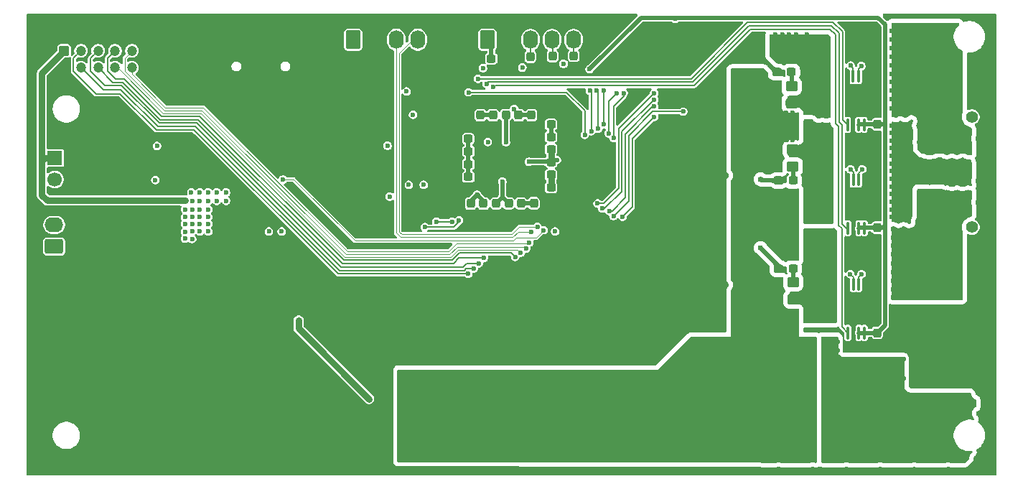
<source format=gbl>
G04 #@! TF.GenerationSoftware,KiCad,Pcbnew,9.0.3*
G04 #@! TF.CreationDate,2025-08-13T17:47:09+01:00*
G04 #@! TF.ProjectId,Pico-BLDC-Controller,5069636f-2d42-44c4-9443-2d436f6e7472,rev?*
G04 #@! TF.SameCoordinates,Original*
G04 #@! TF.FileFunction,Copper,L4,Bot*
G04 #@! TF.FilePolarity,Positive*
%FSLAX46Y46*%
G04 Gerber Fmt 4.6, Leading zero omitted, Abs format (unit mm)*
G04 Created by KiCad (PCBNEW 9.0.3) date 2025-08-13 17:47:09*
%MOMM*%
%LPD*%
G01*
G04 APERTURE LIST*
G04 Aperture macros list*
%AMRoundRect*
0 Rectangle with rounded corners*
0 $1 Rounding radius*
0 $2 $3 $4 $5 $6 $7 $8 $9 X,Y pos of 4 corners*
0 Add a 4 corners polygon primitive as box body*
4,1,4,$2,$3,$4,$5,$6,$7,$8,$9,$2,$3,0*
0 Add four circle primitives for the rounded corners*
1,1,$1+$1,$2,$3*
1,1,$1+$1,$4,$5*
1,1,$1+$1,$6,$7*
1,1,$1+$1,$8,$9*
0 Add four rect primitives between the rounded corners*
20,1,$1+$1,$2,$3,$4,$5,0*
20,1,$1+$1,$4,$5,$6,$7,0*
20,1,$1+$1,$6,$7,$8,$9,0*
20,1,$1+$1,$8,$9,$2,$3,0*%
G04 Aperture macros list end*
G04 #@! TA.AperFunction,HeatsinkPad*
%ADD10O,1.000000X1.600000*%
G04 #@! TD*
G04 #@! TA.AperFunction,HeatsinkPad*
%ADD11O,1.000000X2.100000*%
G04 #@! TD*
G04 #@! TA.AperFunction,ComponentPad*
%ADD12C,3.000000*%
G04 #@! TD*
G04 #@! TA.AperFunction,ComponentPad*
%ADD13R,3.000000X3.000000*%
G04 #@! TD*
G04 #@! TA.AperFunction,ComponentPad*
%ADD14C,1.400000*%
G04 #@! TD*
G04 #@! TA.AperFunction,ComponentPad*
%ADD15C,0.629999*%
G04 #@! TD*
G04 #@! TA.AperFunction,ComponentPad*
%ADD16C,0.600000*%
G04 #@! TD*
G04 #@! TA.AperFunction,ComponentPad*
%ADD17RoundRect,0.250000X0.845000X-0.620000X0.845000X0.620000X-0.845000X0.620000X-0.845000X-0.620000X0*%
G04 #@! TD*
G04 #@! TA.AperFunction,ComponentPad*
%ADD18O,2.190000X1.740000*%
G04 #@! TD*
G04 #@! TA.AperFunction,ComponentPad*
%ADD19RoundRect,0.250000X-0.620000X-0.845000X0.620000X-0.845000X0.620000X0.845000X-0.620000X0.845000X0*%
G04 #@! TD*
G04 #@! TA.AperFunction,ComponentPad*
%ADD20O,1.740000X2.190000*%
G04 #@! TD*
G04 #@! TA.AperFunction,ComponentPad*
%ADD21C,0.499999*%
G04 #@! TD*
G04 #@! TA.AperFunction,ComponentPad*
%ADD22R,1.700000X1.700000*%
G04 #@! TD*
G04 #@! TA.AperFunction,ComponentPad*
%ADD23C,1.700000*%
G04 #@! TD*
G04 #@! TA.AperFunction,ComponentPad*
%ADD24R,3.800000X3.800000*%
G04 #@! TD*
G04 #@! TA.AperFunction,ComponentPad*
%ADD25C,3.800000*%
G04 #@! TD*
G04 #@! TA.AperFunction,ComponentPad*
%ADD26RoundRect,0.250000X-0.350000X-0.350000X0.350000X-0.350000X0.350000X0.350000X-0.350000X0.350000X0*%
G04 #@! TD*
G04 #@! TA.AperFunction,ComponentPad*
%ADD27C,1.200000*%
G04 #@! TD*
G04 #@! TA.AperFunction,SMDPad,CuDef*
%ADD28RoundRect,0.237500X-0.237500X0.300000X-0.237500X-0.300000X0.237500X-0.300000X0.237500X0.300000X0*%
G04 #@! TD*
G04 #@! TA.AperFunction,SMDPad,CuDef*
%ADD29RoundRect,0.237500X0.300000X0.237500X-0.300000X0.237500X-0.300000X-0.237500X0.300000X-0.237500X0*%
G04 #@! TD*
G04 #@! TA.AperFunction,SMDPad,CuDef*
%ADD30RoundRect,0.237500X0.237500X-0.300000X0.237500X0.300000X-0.237500X0.300000X-0.237500X-0.300000X0*%
G04 #@! TD*
G04 #@! TA.AperFunction,SMDPad,CuDef*
%ADD31RoundRect,0.237500X-0.300000X-0.237500X0.300000X-0.237500X0.300000X0.237500X-0.300000X0.237500X0*%
G04 #@! TD*
G04 #@! TA.AperFunction,SMDPad,CuDef*
%ADD32RoundRect,0.100000X-0.100000X0.637500X-0.100000X-0.637500X0.100000X-0.637500X0.100000X0.637500X0*%
G04 #@! TD*
G04 #@! TA.AperFunction,SMDPad,CuDef*
%ADD33RoundRect,0.250000X0.450000X-0.350000X0.450000X0.350000X-0.450000X0.350000X-0.450000X-0.350000X0*%
G04 #@! TD*
G04 #@! TA.AperFunction,SMDPad,CuDef*
%ADD34RoundRect,0.250000X-0.450000X0.350000X-0.450000X-0.350000X0.450000X-0.350000X0.450000X0.350000X0*%
G04 #@! TD*
G04 #@! TA.AperFunction,ViaPad*
%ADD35C,0.600000*%
G04 #@! TD*
G04 #@! TA.AperFunction,Conductor*
%ADD36C,0.800000*%
G04 #@! TD*
G04 #@! TA.AperFunction,Conductor*
%ADD37C,0.500000*%
G04 #@! TD*
G04 #@! TA.AperFunction,Conductor*
%ADD38C,0.200000*%
G04 #@! TD*
G04 #@! TA.AperFunction,Conductor*
%ADD39C,0.190000*%
G04 #@! TD*
G04 #@! TA.AperFunction,Conductor*
%ADD40C,0.125000*%
G04 #@! TD*
G04 APERTURE END LIST*
D10*
X116980000Y-45390000D03*
D11*
X116980000Y-49570000D03*
D10*
X125620000Y-45390000D03*
D11*
X125620000Y-49570000D03*
D12*
X200175000Y-58000000D03*
X200175000Y-61500000D03*
D13*
X200175000Y-65000000D03*
D14*
X205175000Y-68000000D03*
X205175000Y-55000000D03*
D15*
X127399997Y-86200000D03*
X127399997Y-87500000D03*
X127399997Y-88800000D03*
X128699999Y-86200000D03*
X128699999Y-87500000D03*
X128699999Y-88800000D03*
D16*
X151950000Y-58900000D03*
X150575000Y-58900000D03*
X149200000Y-58900000D03*
X151950000Y-60275000D03*
X150575000Y-60275000D03*
X149200000Y-60275000D03*
X151950000Y-61650000D03*
X150575000Y-61650000D03*
X149200000Y-61650000D03*
D17*
X96920000Y-70275000D03*
D18*
X96920000Y-67735000D03*
D19*
X132190000Y-45900000D03*
D20*
X134730000Y-45900000D03*
X137270000Y-45900000D03*
X139810000Y-45900000D03*
D21*
X171050000Y-60650000D03*
X169600000Y-59200000D03*
X171050000Y-59200000D03*
X172500000Y-59200000D03*
X171050000Y-57750000D03*
D22*
X97010000Y-59842500D03*
D23*
X97010000Y-62382500D03*
D24*
X199900000Y-84400000D03*
D25*
X199900000Y-89400000D03*
D26*
X98100000Y-47200000D03*
D27*
X98100000Y-49200000D03*
X100100000Y-47200000D03*
X100100000Y-49200000D03*
X102100000Y-47200000D03*
X102100000Y-49200000D03*
X104100000Y-47200000D03*
X104100000Y-49200000D03*
X106100000Y-47200000D03*
X106100000Y-49200000D03*
D19*
X148020000Y-45907500D03*
D20*
X150560000Y-45907500D03*
X153100000Y-45907500D03*
X155640000Y-45907500D03*
X158180000Y-45907500D03*
D28*
X152000000Y-65205813D03*
X152000000Y-66930813D03*
X150525000Y-65205813D03*
X150525000Y-66930813D03*
D29*
X145775000Y-62075000D03*
X144050000Y-62075000D03*
D30*
X193980000Y-68062500D03*
X193980000Y-66337500D03*
X151700000Y-54800000D03*
X151700000Y-53075000D03*
D31*
X155527500Y-58815000D03*
X157252500Y-58815000D03*
D28*
X158200000Y-47800000D03*
X158200000Y-49525000D03*
D29*
X183862500Y-49700000D03*
X182137500Y-49700000D03*
D30*
X147195000Y-54802500D03*
X147195000Y-53077500D03*
X194000000Y-80462501D03*
X194000000Y-78737499D03*
D29*
X145765000Y-57565000D03*
X144040000Y-57565000D03*
D31*
X155527500Y-63325000D03*
X157252500Y-63325000D03*
D28*
X155700000Y-47837500D03*
X155700000Y-49562500D03*
D30*
X148697500Y-54800000D03*
X148697500Y-53075000D03*
X150200000Y-54800000D03*
X150200000Y-53075000D03*
D31*
X155525000Y-61825000D03*
X157250000Y-61825000D03*
D28*
X153500000Y-65187500D03*
X153500000Y-66912500D03*
D30*
X153207500Y-54802500D03*
X153207500Y-53077500D03*
D31*
X155522500Y-55895000D03*
X157247500Y-55895000D03*
D29*
X145775000Y-60575000D03*
X144050000Y-60575000D03*
D32*
X190500000Y-50200000D03*
X191150000Y-50200000D03*
X191800000Y-50200000D03*
X192450000Y-50200000D03*
X192450000Y-55925000D03*
X191800000Y-55925000D03*
X191150000Y-55925000D03*
X190500000Y-55925000D03*
D33*
X183900000Y-53400000D03*
X183900000Y-51400000D03*
X184100000Y-76500000D03*
X184100000Y-74500000D03*
D29*
X145775000Y-59075000D03*
X144050000Y-59075000D03*
D28*
X146050000Y-65218313D03*
X146050000Y-66943313D03*
X149050000Y-65205813D03*
X149050000Y-66930813D03*
D31*
X155525000Y-60325000D03*
X157250000Y-60325000D03*
X155522500Y-57355000D03*
X157247500Y-57355000D03*
D28*
X147550000Y-65218313D03*
X147550000Y-66943313D03*
D30*
X194000000Y-55862501D03*
X194000000Y-54137499D03*
D29*
X184062500Y-72900000D03*
X182337500Y-72900000D03*
D34*
X184030000Y-58862500D03*
X184030000Y-60862500D03*
D31*
X148487500Y-48137500D03*
X150212500Y-48137500D03*
D32*
X190525000Y-62387500D03*
X191175000Y-62387500D03*
X191825000Y-62387500D03*
X192475000Y-62387500D03*
X192475000Y-68112500D03*
X191825000Y-68112500D03*
X191175000Y-68112500D03*
X190525000Y-68112500D03*
D28*
X153100000Y-47900000D03*
X153100000Y-49625000D03*
D29*
X184062500Y-62500000D03*
X182337500Y-62500000D03*
D32*
X190525000Y-74737500D03*
X191175000Y-74737500D03*
X191825000Y-74737500D03*
X192475000Y-74737500D03*
X192475000Y-80462500D03*
X191825000Y-80462500D03*
X191175000Y-80462500D03*
X190525000Y-80462500D03*
D35*
X115100000Y-66800000D03*
X113100000Y-63900000D03*
X114100000Y-67600000D03*
X113200000Y-68500000D03*
X112360000Y-69352500D03*
X112360000Y-67600000D03*
X115100000Y-64900000D03*
X112360000Y-65900000D03*
X112360000Y-66800000D03*
X114100000Y-65900000D03*
X114100000Y-66800000D03*
X113200000Y-67600000D03*
X115100000Y-63900000D03*
X157000000Y-48750000D03*
X117200000Y-64900000D03*
X147500000Y-49250000D03*
X123750000Y-68500000D03*
X146800000Y-64170000D03*
X112360000Y-68552500D03*
X147195000Y-54802500D03*
X136500000Y-64400000D03*
X116100000Y-64900000D03*
X156000000Y-68500000D03*
X160070000Y-49360000D03*
X151174999Y-54059199D03*
X170170000Y-43453500D03*
X114100000Y-63900000D03*
X113200000Y-66800000D03*
X138500000Y-52000000D03*
X145759415Y-60482305D03*
X155522500Y-55900000D03*
X116100000Y-63900000D03*
X113200000Y-65900000D03*
X114100000Y-68500000D03*
X152140338Y-49175251D03*
X140500000Y-63000000D03*
X115100000Y-68500000D03*
X148073702Y-57965942D03*
X115100000Y-67600000D03*
X115100000Y-65900000D03*
X113200000Y-64900000D03*
X152000000Y-65205813D03*
X138750000Y-63000000D03*
X114100000Y-64900000D03*
X122250000Y-68500000D03*
X113200000Y-69400000D03*
X139250000Y-54750000D03*
X117200000Y-63900000D03*
X112360000Y-64870000D03*
X155580846Y-61769154D03*
X184000000Y-80440000D03*
X143110000Y-93302500D03*
X138110000Y-86552500D03*
X163110000Y-86552500D03*
X161860000Y-85302500D03*
X182610000Y-81552500D03*
X168110000Y-89052500D03*
X145610000Y-86552500D03*
X177820000Y-78800000D03*
X177110000Y-93302500D03*
X177010000Y-79640000D03*
X144360000Y-85302500D03*
X164360000Y-85302500D03*
X184610000Y-89052500D03*
X173610000Y-89052500D03*
X160610000Y-94552500D03*
X139360000Y-93302500D03*
X175860000Y-89052500D03*
X182500000Y-57700000D03*
X169360000Y-90552500D03*
X181610000Y-85302500D03*
X166860000Y-87802500D03*
X180900000Y-53700000D03*
X174860000Y-82802500D03*
X184610000Y-92052500D03*
X176960000Y-77730000D03*
X183250000Y-80440000D03*
X180100000Y-54500000D03*
X179360000Y-85302500D03*
X175860000Y-86552500D03*
X172110000Y-93302500D03*
X154360000Y-85302500D03*
X144360000Y-93302500D03*
X153110000Y-94552500D03*
X178110000Y-81552500D03*
X180200000Y-80440000D03*
X181650000Y-52100000D03*
X182500000Y-79630000D03*
X163110000Y-94552500D03*
X178110000Y-89052500D03*
X183610000Y-90552500D03*
X148100000Y-94650000D03*
X138110000Y-89052500D03*
X181610000Y-93302500D03*
X181650000Y-53700000D03*
X185610000Y-82802500D03*
X186610000Y-89052500D03*
X163110000Y-89052500D03*
X153110000Y-91802500D03*
X179000000Y-51700000D03*
X143110000Y-94302500D03*
X182500000Y-80440000D03*
X183300000Y-57700000D03*
X183300000Y-56900000D03*
X184000000Y-78790000D03*
X181000000Y-58600000D03*
X146860000Y-85302500D03*
X168110000Y-91802500D03*
X182540000Y-74980000D03*
X182500000Y-78000000D03*
X141860000Y-95302500D03*
X169360000Y-85302500D03*
X181750000Y-56900000D03*
X141860000Y-94302500D03*
X151860000Y-90552500D03*
X184050000Y-57700000D03*
X182610000Y-92052500D03*
X186610000Y-92052500D03*
X181000000Y-77250000D03*
X178700000Y-80440000D03*
X172110000Y-82802500D03*
X178900000Y-54700000D03*
X151860000Y-85302500D03*
X181700000Y-54500000D03*
X139360000Y-94302500D03*
X139360000Y-87802500D03*
X146860000Y-87802500D03*
X158110000Y-91802500D03*
X178110000Y-92052500D03*
X154360000Y-87802500D03*
X173610000Y-86552500D03*
X181040000Y-74980000D03*
X158110000Y-89052500D03*
X182500000Y-58600000D03*
X180100000Y-75250000D03*
X143110000Y-89052500D03*
X165610000Y-91802500D03*
X150610000Y-89052500D03*
X184050000Y-56900000D03*
X159360000Y-85302500D03*
X180950000Y-54500000D03*
X181000000Y-59400000D03*
X181610000Y-87802500D03*
X139360000Y-95302500D03*
X182400000Y-51300000D03*
X179450000Y-80440000D03*
X181750000Y-59400000D03*
X170610000Y-89052500D03*
X184000000Y-54500000D03*
X177110000Y-90552500D03*
X170610000Y-84052500D03*
X163110000Y-91802500D03*
X182610000Y-84052500D03*
X182500000Y-78790000D03*
X156860000Y-87802500D03*
X181790000Y-74980000D03*
X158110000Y-86552500D03*
X138110000Y-95302500D03*
X178110000Y-94552500D03*
X159360000Y-90552500D03*
X169360000Y-93302500D03*
X160610000Y-86552500D03*
X179360000Y-93302500D03*
X153110000Y-89052500D03*
X156860000Y-93302500D03*
X186610000Y-81552500D03*
X156860000Y-90552500D03*
X182400000Y-52100000D03*
X173610000Y-81552500D03*
X150610000Y-94552500D03*
X177820000Y-79640000D03*
X181750000Y-57700000D03*
X185610000Y-93302500D03*
X151860000Y-87802500D03*
X182500000Y-77250000D03*
X140610000Y-92302500D03*
X180900000Y-52900000D03*
X151860000Y-93302500D03*
X148100000Y-91900000D03*
X181780000Y-75730000D03*
X173610000Y-84052500D03*
X181000000Y-60200000D03*
X180360000Y-89052500D03*
X182500000Y-56900000D03*
X156860000Y-85302500D03*
X146860000Y-93302500D03*
X180360000Y-86552500D03*
X161860000Y-93302500D03*
X180000000Y-53200000D03*
X182500000Y-59400000D03*
X180360000Y-94552500D03*
X179450000Y-79630000D03*
X179450000Y-78790000D03*
X180000000Y-51900000D03*
X184610000Y-86552500D03*
X181610000Y-82802500D03*
X161860000Y-87802500D03*
X145610000Y-89052500D03*
X155610000Y-91802500D03*
X140610000Y-95302500D03*
X183250000Y-78000000D03*
X177110000Y-85302500D03*
X180900000Y-51300000D03*
X175860000Y-84052500D03*
X182510000Y-76500000D03*
X175860000Y-81552500D03*
X173610000Y-94552500D03*
X177020000Y-76400000D03*
X181750000Y-80440000D03*
X179360000Y-90552500D03*
X172110000Y-90552500D03*
X149360000Y-87802500D03*
X159360000Y-87802500D03*
X180360000Y-92052500D03*
X138110000Y-93302500D03*
X141860000Y-85302500D03*
X148100000Y-89150000D03*
X177110000Y-82802500D03*
X178700000Y-76420000D03*
X139360000Y-92302500D03*
X182610000Y-86552500D03*
X168110000Y-86552500D03*
X181000000Y-79630000D03*
X186610000Y-86552500D03*
X183610000Y-87802500D03*
X164360000Y-90552500D03*
X182400000Y-53700000D03*
X180900000Y-52100000D03*
X180100000Y-60000000D03*
X181750000Y-78000000D03*
X180100000Y-57500000D03*
X177820000Y-80450000D03*
X181750000Y-78790000D03*
X181760000Y-76500000D03*
X140610000Y-86552500D03*
X178110000Y-86552500D03*
X174860000Y-93302500D03*
X154360000Y-90552500D03*
X160610000Y-91802500D03*
X177110000Y-87802500D03*
X184000000Y-79630000D03*
X184610000Y-84052500D03*
X184000000Y-78000000D03*
X159360000Y-93302500D03*
X164360000Y-87802500D03*
X140610000Y-89052500D03*
X140610000Y-94302500D03*
X148100000Y-86650000D03*
X181010000Y-76500000D03*
X169360000Y-87802500D03*
X141860000Y-93302500D03*
X155610000Y-89052500D03*
X161860000Y-90552500D03*
X145610000Y-91802500D03*
X143110000Y-95302500D03*
X180100000Y-58800000D03*
X143110000Y-92302500D03*
X168110000Y-94552500D03*
X182530000Y-75730000D03*
X178700000Y-79630000D03*
X178300000Y-58900000D03*
X160610000Y-89052500D03*
X181000000Y-78790000D03*
X174860000Y-90552500D03*
X165610000Y-86552500D03*
X154360000Y-93302500D03*
X177810000Y-76410000D03*
X181000000Y-56900000D03*
X149360000Y-85302500D03*
X181030000Y-75730000D03*
X138110000Y-92302500D03*
X178700000Y-78790000D03*
X178110000Y-84052500D03*
X170610000Y-86552500D03*
X181750000Y-77250000D03*
X172110000Y-87802500D03*
X140610000Y-93302500D03*
X181650000Y-51300000D03*
X174860000Y-85302500D03*
X146860000Y-90552500D03*
X181650000Y-52900000D03*
X181750000Y-79630000D03*
X166860000Y-85302500D03*
X182450000Y-54500000D03*
X138110000Y-94302500D03*
X182500000Y-60200000D03*
X179360000Y-87802500D03*
X183250000Y-54500000D03*
X172110000Y-85302500D03*
X183610000Y-93302500D03*
X165610000Y-89052500D03*
X181750000Y-58600000D03*
X149360000Y-90552500D03*
X180200000Y-79630000D03*
X182400000Y-52900000D03*
X185610000Y-90552500D03*
X181610000Y-90552500D03*
X186610000Y-84052500D03*
X183610000Y-85302500D03*
X170610000Y-91802500D03*
X184610000Y-81552500D03*
X166860000Y-93302500D03*
X183610000Y-82802500D03*
X180360000Y-84052500D03*
X180130000Y-76510000D03*
X181000000Y-78000000D03*
X144360000Y-87802500D03*
X175860000Y-94552500D03*
X144360000Y-90552500D03*
X141860000Y-90552500D03*
X153110000Y-86552500D03*
X185610000Y-85302500D03*
X186610000Y-94552500D03*
X183150000Y-87300000D03*
X158110000Y-94552500D03*
X181000000Y-80440000D03*
X139360000Y-85302500D03*
X175860000Y-92052500D03*
X141860000Y-87802500D03*
X139360000Y-90552500D03*
X184610000Y-94552500D03*
X143110000Y-86552500D03*
X185610000Y-87802500D03*
X145610000Y-94552500D03*
X182610000Y-94552500D03*
X181750000Y-60200000D03*
X174860000Y-87802500D03*
X141860000Y-92302500D03*
X150610000Y-91802500D03*
X149360000Y-93302500D03*
X180200000Y-78790000D03*
X183250000Y-78790000D03*
X165610000Y-94552500D03*
X179100000Y-58100000D03*
X150610000Y-86552500D03*
X155610000Y-86552500D03*
X173610000Y-92052500D03*
X166860000Y-90552500D03*
X180120000Y-77770000D03*
X155610000Y-94552500D03*
X182610000Y-89052500D03*
X164360000Y-93302500D03*
X179360000Y-82802500D03*
X177010000Y-80450000D03*
X177010000Y-78800000D03*
X180360000Y-81552500D03*
X181000000Y-57700000D03*
X183250000Y-79630000D03*
X170610000Y-94552500D03*
X150065001Y-54761398D03*
X150210000Y-57980000D03*
X149790000Y-62620000D03*
X152930000Y-60280000D03*
X156212500Y-60080000D03*
X125750000Y-79000000D03*
X134050998Y-88250000D03*
X203400000Y-71200000D03*
X200800000Y-70200000D03*
X203400000Y-74300000D03*
X195900000Y-70200000D03*
X200800000Y-72300000D03*
X199600000Y-76300000D03*
X204000000Y-67000000D03*
X202200000Y-65800000D03*
X199600000Y-68200000D03*
X197100000Y-71200000D03*
X197100000Y-68200000D03*
X195900000Y-72300000D03*
X202700000Y-67000000D03*
X198800000Y-67200000D03*
X199600000Y-69200000D03*
X195900000Y-74300000D03*
X192154007Y-73540092D03*
X200800000Y-71200000D03*
X195900000Y-69200000D03*
X198400000Y-72300000D03*
X199600000Y-74300000D03*
X195900000Y-71200000D03*
X202200000Y-64900000D03*
X199600000Y-72300000D03*
X200800000Y-68200000D03*
X202100000Y-73300000D03*
X195900000Y-75300000D03*
X199600000Y-73300000D03*
X195900000Y-76300000D03*
X197100000Y-73300000D03*
X200800000Y-75300000D03*
X202100000Y-74300000D03*
X200800000Y-73300000D03*
X204700000Y-64900000D03*
X202100000Y-70200000D03*
X202100000Y-71200000D03*
X198400000Y-73300000D03*
X202100000Y-69200000D03*
X198400000Y-69200000D03*
X199600000Y-71200000D03*
X203400000Y-73300000D03*
X202100000Y-72300000D03*
X201300000Y-67200000D03*
X203400000Y-72300000D03*
X198400000Y-76300000D03*
X197100000Y-70200000D03*
X203400000Y-75300000D03*
X203400000Y-70200000D03*
X203400000Y-68200000D03*
X197100000Y-72300000D03*
X199600000Y-70200000D03*
X198400000Y-68200000D03*
X198400000Y-74300000D03*
X203400000Y-76300000D03*
X195900000Y-68200000D03*
X203400000Y-65800000D03*
X202200000Y-63900000D03*
X199600000Y-75300000D03*
X198400000Y-70200000D03*
X195900000Y-73300000D03*
X200000000Y-67200000D03*
X197100000Y-69200000D03*
X204700000Y-63900000D03*
X200800000Y-76300000D03*
X197100000Y-75300000D03*
X200800000Y-74300000D03*
X202100000Y-68200000D03*
X202100000Y-76300000D03*
X197100000Y-76300000D03*
X198400000Y-75300000D03*
X203400000Y-63900000D03*
X202100000Y-75300000D03*
X203400000Y-64900000D03*
X198400000Y-71200000D03*
X203400000Y-69200000D03*
X200800000Y-69200000D03*
X197100000Y-74300000D03*
X204700000Y-65800000D03*
X196600000Y-66800000D03*
X202200000Y-61500000D03*
X196600000Y-56900000D03*
X196600000Y-56000000D03*
X196600000Y-64100000D03*
X197600000Y-56000000D03*
X196600000Y-58700000D03*
X204700000Y-62500000D03*
X195676000Y-62300000D03*
X197600000Y-65000000D03*
X197600000Y-61400000D03*
X202200000Y-60500000D03*
X197600000Y-62300000D03*
X195676000Y-65900000D03*
X203400000Y-62500000D03*
X197600000Y-64100000D03*
X195676000Y-60500000D03*
X195700000Y-66800000D03*
X197600000Y-58700000D03*
X203400000Y-60500000D03*
X198500000Y-62600000D03*
X197600000Y-63200000D03*
X197600000Y-59600000D03*
X196600000Y-61400000D03*
X195676000Y-56013101D03*
X197600000Y-66800000D03*
X195676000Y-59600000D03*
X197600000Y-60500000D03*
X203400000Y-61500000D03*
X196600000Y-65000000D03*
X195676000Y-57800000D03*
X196600000Y-57800000D03*
X204700000Y-60500000D03*
X202200000Y-62500000D03*
X195676000Y-63200000D03*
X195676000Y-58700000D03*
X198500000Y-60200000D03*
X197600000Y-56900000D03*
X195700000Y-65000000D03*
X195676000Y-61400000D03*
X196600000Y-65900000D03*
X196600000Y-62300000D03*
X192227485Y-61167715D03*
X195676000Y-56900000D03*
X195700000Y-64100000D03*
X196600000Y-63200000D03*
X197600000Y-65900000D03*
X196600000Y-59600000D03*
X204700000Y-61500000D03*
X197600000Y-57800000D03*
X196600000Y-60500000D03*
X200000000Y-46900000D03*
X195700000Y-54000000D03*
X201200000Y-52900000D03*
X196200000Y-54800000D03*
X200000000Y-51900000D03*
X200000000Y-54000000D03*
X203400000Y-54000000D03*
X203400000Y-48900000D03*
X198900000Y-55000000D03*
X198900000Y-48900000D03*
X192120798Y-49005883D03*
X204700000Y-57200000D03*
X198900000Y-51900000D03*
X197800000Y-44900000D03*
X196800000Y-47900000D03*
X200000000Y-50900000D03*
X198900000Y-47900000D03*
X196800000Y-45900000D03*
X201200000Y-45900000D03*
X197300000Y-54800000D03*
X198900000Y-44900000D03*
X201400000Y-56000000D03*
X201200000Y-50900000D03*
X195700000Y-44900000D03*
X198900000Y-56000000D03*
X196800000Y-48900000D03*
X201200000Y-51900000D03*
X203400000Y-51900000D03*
X195700000Y-45900000D03*
X197800000Y-52900000D03*
X202300000Y-54000000D03*
X197800000Y-47900000D03*
X203400000Y-55000000D03*
X200000000Y-47900000D03*
X197800000Y-48900000D03*
X201200000Y-48900000D03*
X197800000Y-45900000D03*
X202200000Y-58200000D03*
X203400000Y-52900000D03*
X201200000Y-44900000D03*
X202300000Y-50900000D03*
X197800000Y-46900000D03*
X203400000Y-58200000D03*
X201200000Y-47900000D03*
X204700000Y-58200000D03*
X195700000Y-47900000D03*
X198900000Y-54000000D03*
X202300000Y-52900000D03*
X202500000Y-56000000D03*
X198900000Y-52900000D03*
X203400000Y-57200000D03*
X195700000Y-50900000D03*
X195700000Y-51900000D03*
X200000000Y-49900000D03*
X203400000Y-50900000D03*
X196800000Y-44900000D03*
X202300000Y-49900000D03*
X202160000Y-46652500D03*
X196800000Y-51900000D03*
X200000000Y-45900000D03*
X197800000Y-49900000D03*
X196800000Y-46900000D03*
X202300000Y-48900000D03*
X202300000Y-55000000D03*
X202300000Y-47900000D03*
X203400000Y-59200000D03*
X197800000Y-51900000D03*
X203400000Y-48052500D03*
X200000000Y-55000000D03*
X200000000Y-44900000D03*
X200000000Y-48900000D03*
X196800000Y-49900000D03*
X195700000Y-46900000D03*
X198900000Y-49900000D03*
X201200000Y-55000000D03*
X203800000Y-56000000D03*
X196800000Y-52900000D03*
X198900000Y-46900000D03*
X202200000Y-57200000D03*
X196800000Y-54000000D03*
X197800000Y-50900000D03*
X201200000Y-49900000D03*
X200000000Y-52900000D03*
X202200000Y-59200000D03*
X195700000Y-48900000D03*
X201200000Y-46900000D03*
X196800000Y-50900000D03*
X201200000Y-54000000D03*
X200100000Y-56000000D03*
X202300000Y-51900000D03*
X198900000Y-50900000D03*
X195700000Y-52900000D03*
X195700000Y-49900000D03*
X198900000Y-45900000D03*
X204700000Y-59200000D03*
X203400000Y-49900000D03*
X197800000Y-54000000D03*
X202160000Y-44652500D03*
X161705000Y-55900000D03*
X161700000Y-51902000D03*
X160272624Y-56686001D03*
X160099994Y-51902000D03*
X160899997Y-51902000D03*
X161072439Y-56389766D03*
X163292320Y-52192320D03*
X162318049Y-56946479D03*
X164092259Y-52182219D03*
X162913049Y-57500000D03*
X147600000Y-71631620D03*
X145750000Y-73500000D03*
X147000000Y-72267747D03*
X146400000Y-72875303D03*
X151300000Y-71500000D03*
X152948888Y-69824860D03*
X187200000Y-77600000D03*
X187200000Y-71000000D03*
X188100000Y-68600000D03*
X187200000Y-68600000D03*
X185800000Y-69800000D03*
X188100000Y-69400000D03*
X187200000Y-78400000D03*
X188100000Y-76800000D03*
X187200000Y-73800000D03*
X188100000Y-71000000D03*
X188100000Y-70200000D03*
X188100000Y-76000000D03*
X185900000Y-77800000D03*
X185800000Y-71100000D03*
X187200000Y-72800000D03*
X187200000Y-71800000D03*
X185800000Y-68500000D03*
X187200000Y-76000000D03*
X187200000Y-70200000D03*
X185800000Y-76600000D03*
X188100000Y-78400000D03*
X187200000Y-74900000D03*
X190813790Y-73528760D03*
X188100000Y-77600000D03*
X186400000Y-73200000D03*
X188100000Y-71800000D03*
X187200000Y-76800000D03*
X185700000Y-72600000D03*
X187200000Y-69400000D03*
X185700000Y-62900000D03*
X187200000Y-66100000D03*
X188100000Y-66900000D03*
X188100000Y-57000000D03*
X187200000Y-60800000D03*
X185800000Y-65600000D03*
X187200000Y-58900000D03*
X188100000Y-65300000D03*
X187200000Y-64500000D03*
X188100000Y-63700000D03*
X188100000Y-64500000D03*
X187200000Y-66900000D03*
X187100000Y-56100000D03*
X187200000Y-62800000D03*
X185700000Y-64300000D03*
X185700000Y-58800000D03*
X185700000Y-58115000D03*
X187200000Y-63700000D03*
X187200000Y-57900000D03*
X187200000Y-57000000D03*
X188100000Y-58900000D03*
X190850972Y-61192069D03*
X185700000Y-60000000D03*
X188000000Y-56100000D03*
X187200000Y-61800000D03*
X185700000Y-61400000D03*
X187200000Y-59800000D03*
X188100000Y-57900000D03*
X187200000Y-65300000D03*
X188100000Y-66100000D03*
X187100000Y-45500000D03*
X182000000Y-46500000D03*
X182000000Y-45300000D03*
X185700000Y-54500000D03*
X187100000Y-52500000D03*
X188000000Y-46600000D03*
X182800000Y-48100000D03*
X183600000Y-46490000D03*
X187100000Y-46600000D03*
X187100000Y-51700000D03*
X182000000Y-48100000D03*
X188000000Y-53300000D03*
X185700000Y-53200000D03*
X187100000Y-54100000D03*
X187100000Y-49900000D03*
X187100000Y-47900000D03*
X186000000Y-49400000D03*
X184000000Y-45900000D03*
X185700000Y-46500000D03*
X188000000Y-54900000D03*
X184900000Y-45900000D03*
X182000000Y-47300000D03*
X183200000Y-45900000D03*
X190850000Y-48950000D03*
X187100000Y-48900000D03*
X188000000Y-51700000D03*
X188000000Y-45500000D03*
X183600000Y-45300000D03*
X187100000Y-50800000D03*
X182800000Y-47300000D03*
X182400000Y-45900000D03*
X184400000Y-45300000D03*
X185700000Y-47800000D03*
X181700000Y-45900000D03*
X185700000Y-45300000D03*
X182800000Y-46490000D03*
X187100000Y-53300000D03*
X184900000Y-47800000D03*
X188000000Y-52500000D03*
X187100000Y-54900000D03*
X182800000Y-45300000D03*
X188000000Y-54100000D03*
X184400000Y-46500000D03*
X162900000Y-66700000D03*
X171120729Y-54379271D03*
X144668535Y-67179994D03*
X140645000Y-68000000D03*
X136250000Y-58400000D03*
X109060000Y-58436418D03*
X159500000Y-57105000D03*
X145800000Y-52100000D03*
X123900000Y-62400000D03*
X108860000Y-62452500D03*
X154660214Y-68356810D03*
X152573400Y-70531269D03*
X151935021Y-71013428D03*
X147924265Y-51100000D03*
X161571179Y-65805000D03*
X167700000Y-52984268D03*
X162391611Y-66082307D03*
X167700000Y-53784271D03*
X148711319Y-51501000D03*
X167700000Y-52184265D03*
X161000000Y-65200000D03*
X167700000Y-55005000D03*
X163963364Y-66763364D03*
X146909543Y-50500000D03*
X142000000Y-67350000D03*
X143846760Y-67361760D03*
X143360000Y-82552500D03*
X102663487Y-96552499D03*
X98370000Y-89552500D03*
X107750000Y-82250000D03*
X138360000Y-77552500D03*
X150360000Y-96552500D03*
X94360000Y-46952500D03*
X113360000Y-45052500D03*
X205860000Y-77552500D03*
X190960000Y-81952500D03*
X207160000Y-88952500D03*
X108360000Y-45052500D03*
X205860000Y-60052500D03*
X124360000Y-75552500D03*
X207160000Y-54952500D03*
X170860000Y-80052500D03*
X111020000Y-77402500D03*
X202560000Y-81952500D03*
X98360000Y-57552500D03*
X94360000Y-69552500D03*
X174360000Y-96552500D03*
X120800000Y-86200000D03*
X148360000Y-82552500D03*
X94360000Y-80352500D03*
X128360000Y-45052500D03*
X94360000Y-43952500D03*
X108860000Y-90552500D03*
X172864994Y-65935006D03*
X94360000Y-90552500D03*
X94360000Y-77152500D03*
X121300000Y-45052500D03*
X153360000Y-77552500D03*
X150860000Y-80052500D03*
X114360000Y-60552500D03*
X205860000Y-62552500D03*
X111460000Y-63970000D03*
X98360000Y-96552500D03*
X153360000Y-82552500D03*
X160860000Y-75052500D03*
X134360000Y-63552500D03*
X103360000Y-92552500D03*
X205860000Y-52552500D03*
X125360000Y-56552500D03*
X94360000Y-61752500D03*
X205860000Y-87552500D03*
X117600000Y-86300000D03*
X114374998Y-86250000D03*
X148360000Y-77552500D03*
X120360000Y-96552500D03*
X198360000Y-96552500D03*
X111460000Y-68252500D03*
X195960000Y-81952500D03*
X207160000Y-61352500D03*
X163360000Y-72552500D03*
X165710000Y-52752500D03*
X178360000Y-47552500D03*
X207160000Y-81352500D03*
X108360000Y-71552500D03*
X207060000Y-47452500D03*
X128360000Y-52552500D03*
X202360000Y-96552500D03*
X175700000Y-54400000D03*
X103360000Y-62552500D03*
X158760000Y-52152500D03*
X118600000Y-69900000D03*
X125100000Y-84800000D03*
X199260000Y-80452500D03*
X128360000Y-80752500D03*
X142360000Y-96552500D03*
X145387500Y-54700000D03*
X197960000Y-43152500D03*
X135040000Y-70222500D03*
X100710000Y-68252500D03*
X160600000Y-61450000D03*
X135860000Y-80052500D03*
X123900000Y-83400000D03*
X155860000Y-75052500D03*
X120800000Y-80900000D03*
X180240000Y-47125000D03*
X130160000Y-68552500D03*
X134360000Y-55552500D03*
X99000000Y-60802500D03*
X155860000Y-70052500D03*
X194360000Y-96552500D03*
X128360000Y-61552500D03*
X128400000Y-79000000D03*
X203360000Y-43152500D03*
X180235000Y-62345000D03*
X107700000Y-79387500D03*
X205860000Y-50052500D03*
X205860000Y-75052500D03*
X125660000Y-63952500D03*
X202560000Y-80452500D03*
X168160000Y-56702500D03*
X98360000Y-45052500D03*
X168500000Y-68800000D03*
X162500000Y-58950000D03*
X199260000Y-81952500D03*
X207160000Y-63952500D03*
X94360000Y-96552500D03*
X140860000Y-80052500D03*
X126360000Y-82552500D03*
X178360000Y-96552500D03*
X94360000Y-50552500D03*
X154360000Y-96552500D03*
X205860000Y-85052500D03*
X103360000Y-57552500D03*
X168360000Y-49552500D03*
X110250000Y-90500000D03*
X180240000Y-70435000D03*
X100760000Y-43752500D03*
X162810000Y-45052500D03*
X202560000Y-85952500D03*
X207760000Y-86952500D03*
X190360000Y-96552500D03*
X163360000Y-82552500D03*
X207160000Y-71352500D03*
X151760000Y-48352500D03*
X114300000Y-80600000D03*
X172360000Y-52552500D03*
X94360000Y-65752500D03*
X205860000Y-70052500D03*
X143360000Y-50552500D03*
X126760000Y-75552500D03*
X94360000Y-54552500D03*
X207160000Y-86352500D03*
X168360000Y-82552500D03*
X207360000Y-93852500D03*
X138360000Y-82552500D03*
X112360000Y-96552500D03*
X112360000Y-72552500D03*
X207160000Y-83952500D03*
X129360000Y-75552500D03*
X128360000Y-96552500D03*
X158360000Y-77552500D03*
X176200000Y-61900000D03*
X135860000Y-90052500D03*
X143360000Y-45052500D03*
X128000000Y-91100000D03*
X195360000Y-43152500D03*
X94360000Y-57952500D03*
X108850000Y-50972500D03*
X205860000Y-57552500D03*
X207160000Y-73952500D03*
X135860000Y-75052500D03*
X94360000Y-87152500D03*
X207160000Y-51352500D03*
X141315000Y-70232500D03*
X105500000Y-81000000D03*
X160860000Y-80052500D03*
X127860000Y-66152500D03*
X205660000Y-95252500D03*
X207560000Y-44752500D03*
X105250000Y-90500000D03*
X207260000Y-91052500D03*
X170860000Y-75052500D03*
X162360000Y-96552500D03*
X150860000Y-75052500D03*
X119200000Y-83600000D03*
X103360000Y-45052500D03*
X205960000Y-89952500D03*
X133360000Y-96552500D03*
X155660000Y-65652500D03*
X114400000Y-82700000D03*
X186360000Y-96552500D03*
X158150000Y-63550000D03*
X103360000Y-82550000D03*
X135860000Y-85052500D03*
X207160000Y-96552500D03*
X158300000Y-60200000D03*
X113360000Y-51552500D03*
X207160000Y-76352500D03*
X146360000Y-96552500D03*
X160860000Y-70052500D03*
X111460000Y-67052500D03*
X170360000Y-96552500D03*
X200560000Y-43152500D03*
X107360000Y-96552500D03*
X129835000Y-65443675D03*
X207160000Y-48952500D03*
X205860000Y-80052500D03*
X205460000Y-48352500D03*
X204460000Y-83752500D03*
X176200000Y-74800000D03*
X94360000Y-73552500D03*
X132180000Y-70222500D03*
X132360000Y-75552500D03*
X129872101Y-56172890D03*
X168160000Y-62452500D03*
X103360000Y-54552500D03*
X173360000Y-45052500D03*
X109750000Y-81000000D03*
X173510000Y-61652500D03*
X155860000Y-80052500D03*
X158360000Y-96552500D03*
X126360000Y-72552500D03*
X207160000Y-58752500D03*
X98360000Y-82550000D03*
X202560000Y-83752500D03*
X116360000Y-96552500D03*
X153360000Y-72552500D03*
X159960000Y-46552500D03*
X205860000Y-82552500D03*
X124360000Y-96552500D03*
X103560000Y-90452500D03*
X140860000Y-75052500D03*
X207160000Y-78952500D03*
X158360000Y-72552500D03*
X193460000Y-81952500D03*
X94360000Y-83752500D03*
X168360000Y-77552500D03*
X182360000Y-96552500D03*
X117500000Y-80900000D03*
X137860000Y-70242500D03*
X166360000Y-96552500D03*
X195960000Y-80452500D03*
X158360000Y-82552500D03*
X111460000Y-69452500D03*
X111460000Y-65770000D03*
X135860000Y-87552500D03*
X108260000Y-85752500D03*
X205860000Y-65052500D03*
X207160000Y-67552500D03*
X204460000Y-81252500D03*
X138360000Y-96552500D03*
X163360000Y-77552500D03*
X168360000Y-45052500D03*
X94360000Y-93552500D03*
X206460000Y-43252500D03*
X205860000Y-72552500D03*
X153912279Y-67950000D03*
X153217827Y-68562500D03*
X188110000Y-81552500D03*
X197110000Y-88302500D03*
X190110000Y-93552500D03*
X192360000Y-93552500D03*
X188110000Y-91052500D03*
X197110000Y-85802500D03*
X193360000Y-84802500D03*
X204760000Y-89452500D03*
X194610000Y-83552500D03*
X191360000Y-95302500D03*
X204760000Y-87752500D03*
X197110000Y-91052500D03*
X202260000Y-93852500D03*
X193110000Y-87052500D03*
X188360000Y-83552500D03*
X199610000Y-93552500D03*
X198360000Y-92302500D03*
X188110000Y-93552500D03*
X188110000Y-82552500D03*
X189110000Y-95302500D03*
X195860000Y-95302500D03*
X198360000Y-95302500D03*
X203360000Y-95302500D03*
X201110000Y-95302500D03*
X202660000Y-87752500D03*
X194610000Y-91052500D03*
X191360000Y-92302500D03*
X189110000Y-92302500D03*
X194610000Y-93552500D03*
X195860000Y-84552500D03*
X189360000Y-81552500D03*
X188360000Y-85802500D03*
X202660000Y-89452500D03*
X197110000Y-93552500D03*
X197110000Y-83552500D03*
X192360000Y-91052500D03*
X190110000Y-91052500D03*
X193610000Y-92302500D03*
X196110000Y-92302500D03*
X201110000Y-92302500D03*
X194610000Y-88302500D03*
X202260000Y-91252500D03*
X190110000Y-83552500D03*
X188360000Y-88302500D03*
X189360000Y-84802500D03*
X191360000Y-84802500D03*
X195860000Y-87052500D03*
X189610000Y-89552500D03*
X193360000Y-89552500D03*
X191650000Y-87300000D03*
X203660000Y-89952500D03*
X192360000Y-83552500D03*
X191360000Y-89552500D03*
X189360000Y-82552500D03*
X194610000Y-85802500D03*
X195860000Y-89552500D03*
X193610000Y-95302500D03*
X189360000Y-87302500D03*
D36*
X155527500Y-61827500D02*
X155525000Y-61825000D01*
D37*
X146050000Y-64920000D02*
X146800000Y-64170000D01*
D38*
X145775000Y-62075000D02*
X145775000Y-57575000D01*
D37*
X146050000Y-65218313D02*
X146050000Y-64920000D01*
X147550000Y-64920000D02*
X146800000Y-64170000D01*
X145765000Y-59065000D02*
X145775000Y-59075000D01*
D36*
X95474000Y-49826000D02*
X98100000Y-47200000D01*
D37*
X192525000Y-68062500D02*
X192475000Y-68112500D01*
D36*
X96120000Y-64870000D02*
X95474000Y-64224000D01*
D37*
X194643500Y-68062500D02*
X194926000Y-67780000D01*
X194000000Y-55862501D02*
X194853499Y-55862501D01*
X153207500Y-54802500D02*
X151702500Y-54802500D01*
X193980000Y-68062500D02*
X192525000Y-68062500D01*
X191862499Y-55862501D02*
X191800000Y-55925000D01*
D38*
X145775000Y-57575000D02*
X145765000Y-57565000D01*
D37*
X194000000Y-80462501D02*
X191825000Y-80462500D01*
D36*
X97010000Y-59842500D02*
X95831500Y-59842500D01*
D37*
X193980000Y-68062500D02*
X191875000Y-68062500D01*
D39*
X151174999Y-54059199D02*
X151174999Y-54274999D01*
D37*
X166126500Y-43303500D02*
X194113500Y-43303500D01*
X178120000Y-43303500D02*
X166126500Y-43303500D01*
X194000000Y-55862501D02*
X192512499Y-55862501D01*
X194926000Y-67780000D02*
X194926000Y-55790000D01*
X194853499Y-55862501D02*
X194926000Y-55790000D01*
X194113500Y-43303500D02*
X194926000Y-44116000D01*
X178120000Y-43303500D02*
X177396500Y-43303500D01*
D36*
X95474000Y-60200000D02*
X95474000Y-49826000D01*
D37*
X152000000Y-65205813D02*
X153481687Y-65205813D01*
X194926000Y-79536501D02*
X194926000Y-67780000D01*
D38*
X145775000Y-60497890D02*
X145759415Y-60482305D01*
D37*
X151702500Y-54802500D02*
X151700000Y-54800000D01*
D36*
X155527500Y-63325000D02*
X155527500Y-61827500D01*
D37*
X193980000Y-68062500D02*
X194643500Y-68062500D01*
X153481687Y-65205813D02*
X153500000Y-65187500D01*
D38*
X145775000Y-62075000D02*
X145775000Y-60497890D01*
D37*
X155522500Y-55900000D02*
X155522500Y-57355000D01*
X192512499Y-55862501D02*
X192450000Y-55925000D01*
X147550000Y-65218313D02*
X147550000Y-64920000D01*
D36*
X95831500Y-59842500D02*
X95474000Y-60200000D01*
D37*
X194000000Y-55862501D02*
X191862499Y-55862501D01*
X147197500Y-54800000D02*
X147195000Y-54802500D01*
D39*
X151174999Y-54274999D02*
X151700000Y-54800000D01*
D37*
X191875000Y-68062500D02*
X191825000Y-68112500D01*
X160070000Y-49360000D02*
X166126500Y-43303500D01*
D36*
X112360000Y-64870000D02*
X96120000Y-64870000D01*
D37*
X194000000Y-80462501D02*
X194926000Y-79536501D01*
D36*
X95474000Y-64224000D02*
X95474000Y-60200000D01*
D37*
X145765000Y-57565000D02*
X145765000Y-59065000D01*
X194926000Y-55790000D02*
X194926000Y-44116000D01*
X145775000Y-59075000D02*
X145775000Y-62075000D01*
X148697500Y-54800000D02*
X147197500Y-54800000D01*
X150525000Y-65200813D02*
X149790000Y-64465813D01*
X150200000Y-57970000D02*
X150210000Y-57980000D01*
D36*
X155527500Y-60322500D02*
X155525000Y-60325000D01*
D37*
X150525000Y-65205813D02*
X150525000Y-65200813D01*
X152930000Y-60280000D02*
X155480000Y-60280000D01*
D36*
X155527500Y-58815000D02*
X155527500Y-60322500D01*
D37*
X155480000Y-60280000D02*
X155525000Y-60325000D01*
X149790000Y-64465813D02*
X149050000Y-65205813D01*
X149790000Y-62620000D02*
X149790000Y-64465813D01*
X150200000Y-54800000D02*
X150200000Y-57970000D01*
D36*
X125750000Y-79000000D02*
X125750000Y-79250000D01*
X125750000Y-79949002D02*
X125750000Y-79000000D01*
X134050998Y-88250000D02*
X125750000Y-79949002D01*
D37*
X148487500Y-46375000D02*
X148020000Y-45907500D01*
X148487500Y-48137500D02*
X148487500Y-46375000D01*
D38*
X191825000Y-73869099D02*
X191825000Y-74737500D01*
X192154007Y-73540092D02*
X191825000Y-73869099D01*
X192227485Y-61167715D02*
X192227485Y-61247516D01*
X192227485Y-61247516D02*
X191825000Y-61650001D01*
X191825000Y-61650001D02*
X191825000Y-62387500D01*
X191800000Y-50200000D02*
X191800000Y-49326681D01*
X191800000Y-49326681D02*
X192120798Y-49005883D01*
X161705000Y-55900000D02*
X161705000Y-51907000D01*
X153100000Y-47900000D02*
X153100000Y-45907500D01*
X161705000Y-51907000D02*
X161700000Y-51902000D01*
X158200000Y-45927500D02*
X158180000Y-45907500D01*
X158200000Y-47800000D02*
X158200000Y-45927500D01*
X160272624Y-56686001D02*
X160272624Y-52074630D01*
X160272624Y-52074630D02*
X160099994Y-51902000D01*
X155700000Y-47837500D02*
X155700000Y-45967500D01*
X160899997Y-51902000D02*
X161072439Y-52074442D01*
X155700000Y-45967500D02*
X155640000Y-45907500D01*
X161072439Y-52074442D02*
X161072439Y-56389766D01*
D39*
X162318049Y-56946479D02*
X162300000Y-56928430D01*
X162300000Y-56928430D02*
X162300000Y-53400000D01*
X162300000Y-53184640D02*
X163292320Y-52192320D01*
X162300000Y-53400000D02*
X162300000Y-53184640D01*
X162913049Y-53772500D02*
X162913049Y-57500000D01*
X164092259Y-52593290D02*
X164092259Y-52182219D01*
X162913049Y-53772500D02*
X164092259Y-52593290D01*
D38*
X144680880Y-71631620D02*
X147600000Y-71631620D01*
X109457643Y-55321017D02*
X113917783Y-55321017D01*
X113917783Y-55321017D02*
X130893766Y-72297000D01*
X105050863Y-50914237D02*
X109457643Y-55321017D01*
X144015500Y-72297000D02*
X144680880Y-71631620D01*
X130893766Y-72297000D02*
X144015500Y-72297000D01*
X102100000Y-49200000D02*
X103814237Y-50914237D01*
X103814237Y-50914237D02*
X105050863Y-50914237D01*
X113419483Y-56524017D02*
X108959343Y-56524017D01*
X104717663Y-52282337D02*
X101908131Y-52282337D01*
X101908131Y-52282337D02*
X99199000Y-49573207D01*
X99199000Y-48101000D02*
X100100000Y-47200000D01*
X99199000Y-49573207D02*
X99199000Y-48101000D01*
X145750000Y-73500000D02*
X130395466Y-73500000D01*
X130395466Y-73500000D02*
X113419483Y-56524017D01*
X108959343Y-56524017D02*
X104717663Y-52282337D01*
X101199000Y-49573207D02*
X102941030Y-51315237D01*
X101199000Y-48101000D02*
X101199000Y-49573207D01*
X130727666Y-72698000D02*
X145134957Y-72698000D01*
X145134957Y-72698000D02*
X145565210Y-72267747D01*
X102941030Y-51315237D02*
X104884763Y-51315237D01*
X102100000Y-47200000D02*
X101199000Y-48101000D01*
X104884763Y-51315237D02*
X109291543Y-55722017D01*
X109291543Y-55722017D02*
X113751683Y-55722017D01*
X113751683Y-55722017D02*
X130727666Y-72698000D01*
X145565210Y-72267747D02*
X147000000Y-72267747D01*
X145301057Y-73099000D02*
X145524754Y-72875303D01*
X113585583Y-56123017D02*
X130561566Y-73099000D01*
X109125443Y-56123017D02*
X113585583Y-56123017D01*
X104801213Y-51798787D02*
X109125443Y-56123017D01*
X100100000Y-49200000D02*
X102698787Y-51798787D01*
X130561566Y-73099000D02*
X145301057Y-73099000D01*
X145524754Y-72875303D02*
X146400000Y-72875303D01*
X102698787Y-51798787D02*
X104801213Y-51798787D01*
X104100000Y-47200000D02*
X103199000Y-48101000D01*
X144714780Y-71030620D02*
X150830620Y-71030620D01*
X109623743Y-54920017D02*
X114083883Y-54920017D01*
X105216963Y-50513237D02*
X109623743Y-54920017D01*
X143849400Y-71896000D02*
X144714780Y-71030620D01*
X104139030Y-50513237D02*
X105216963Y-50513237D01*
X114083883Y-54920017D02*
X131059866Y-71896000D01*
X103199000Y-49573207D02*
X104139030Y-50513237D01*
X150830620Y-71030620D02*
X151300000Y-71500000D01*
X131059866Y-71896000D02*
X143849400Y-71896000D01*
X103199000Y-48101000D02*
X103199000Y-49573207D01*
D40*
X131480500Y-70880500D02*
X143428766Y-70880500D01*
X152849748Y-69924000D02*
X152948888Y-69824860D01*
X144385266Y-69924000D02*
X152849748Y-69924000D01*
X106100000Y-49200000D02*
X106100000Y-49960140D01*
X143428766Y-70880500D02*
X144385266Y-69924000D01*
X110044377Y-53904517D02*
X114504517Y-53904517D01*
X114504517Y-53904517D02*
X131480500Y-70880500D01*
X106100000Y-49960140D02*
X110044377Y-53904517D01*
D38*
X191175000Y-73889970D02*
X191175000Y-74737500D01*
D37*
X185700000Y-76500000D02*
X185800000Y-76600000D01*
D38*
X190813790Y-73528760D02*
X191175000Y-73889970D01*
D37*
X184100000Y-76500000D02*
X185700000Y-76500000D01*
D38*
X191175000Y-61516097D02*
X190850972Y-61192069D01*
D37*
X184952500Y-58862500D02*
X185700000Y-58115000D01*
X184030000Y-58862500D02*
X184952500Y-58862500D01*
D38*
X191175000Y-62387500D02*
X191175000Y-61516097D01*
D37*
X185500000Y-53400000D02*
X185700000Y-53200000D01*
D38*
X190850000Y-48950000D02*
X191150000Y-49250000D01*
X191150000Y-49250000D02*
X191150000Y-50200000D01*
D37*
X183900000Y-53400000D02*
X185500000Y-53400000D01*
D39*
X167482857Y-54379271D02*
X171120729Y-54379271D01*
X162900000Y-66700000D02*
X164681052Y-64918948D01*
X164681052Y-64918948D02*
X164681052Y-57181076D01*
X164681052Y-57181076D02*
X167482857Y-54379271D01*
D38*
X144058463Y-68000000D02*
X144668535Y-67389928D01*
X144668535Y-67389928D02*
X144668535Y-67179994D01*
X140645000Y-68000000D02*
X144058463Y-68000000D01*
D39*
X145800000Y-52100000D02*
X157307500Y-52100000D01*
X159500000Y-54292500D02*
X159500000Y-57105000D01*
X157307500Y-52100000D02*
X159500000Y-54292500D01*
D40*
X123900000Y-62400000D02*
X125207500Y-62400000D01*
X151402654Y-69261360D02*
X153755664Y-69261360D01*
X132405500Y-69598000D02*
X151066014Y-69598000D01*
X125207500Y-62400000D02*
X132405500Y-69598000D01*
X153755664Y-69261360D02*
X154660214Y-68356810D01*
X151066014Y-69598000D02*
X151402654Y-69261360D01*
X109909343Y-54230517D02*
X114369483Y-54230517D01*
X105236500Y-49557674D02*
X109909343Y-54230517D01*
X152383251Y-70341120D02*
X152573400Y-70531269D01*
X105236500Y-48063500D02*
X105236500Y-49557674D01*
X143563800Y-71206500D02*
X144429180Y-70341120D01*
X144429180Y-70341120D02*
X152383251Y-70341120D01*
X114369483Y-54230517D02*
X131345466Y-71206500D01*
X131345466Y-71206500D02*
X143563800Y-71206500D01*
X106100000Y-47200000D02*
X105236500Y-48063500D01*
X104100000Y-49200000D02*
X104417792Y-49200000D01*
X151588713Y-70667120D02*
X151935021Y-71013428D01*
X104417792Y-49200000D02*
X109774309Y-54556517D01*
X144564214Y-70667120D02*
X151588713Y-70667120D01*
X109774309Y-54556517D02*
X114234449Y-54556517D01*
X143698834Y-71532500D02*
X144564214Y-70667120D01*
X131210432Y-71532500D02*
X143698834Y-71532500D01*
X114234449Y-54556517D02*
X131210432Y-71532500D01*
D38*
X189858167Y-67601917D02*
X190368750Y-68112500D01*
X178877400Y-44255500D02*
X188615500Y-44255500D01*
X172231900Y-50901000D02*
X178877400Y-44255500D01*
X148461376Y-50901000D02*
X148462376Y-50900000D01*
X189858167Y-55933900D02*
X189858167Y-67601917D01*
X147924265Y-51100000D02*
X148123265Y-50901000D01*
X189499000Y-55574733D02*
X189858167Y-55933900D01*
X148123265Y-50901000D02*
X148461376Y-50901000D01*
X148961262Y-50901000D02*
X172231900Y-50901000D01*
X148960262Y-50900000D02*
X148961262Y-50901000D01*
X189499000Y-45139000D02*
X189499000Y-55574733D01*
X188615500Y-44255500D02*
X189499000Y-45139000D01*
X190368750Y-68112500D02*
X190525000Y-68112500D01*
X148462376Y-50900000D02*
X148960262Y-50900000D01*
D39*
X163831046Y-63800000D02*
X163899050Y-63800000D01*
X161826046Y-65805000D02*
X163831046Y-63800000D01*
X163899050Y-63800000D02*
X163899050Y-56742349D01*
X163899050Y-56742349D02*
X167657131Y-52984268D01*
X161571179Y-65805000D02*
X161826046Y-65805000D01*
X167657131Y-52984268D02*
X167700000Y-52984268D01*
X164290051Y-64509949D02*
X164290051Y-57222500D01*
X167524899Y-53784271D02*
X167700000Y-53784271D01*
X164290051Y-57222500D02*
X164290052Y-57019118D01*
X162391611Y-66082307D02*
X162717693Y-66082307D01*
X162717693Y-66082307D02*
X164290051Y-64509949D01*
X164290052Y-57019118D02*
X167524899Y-53784271D01*
D38*
X148711319Y-51514963D02*
X148924282Y-51302000D01*
X172398000Y-51302000D02*
X179043500Y-44656500D01*
X189098000Y-45318000D02*
X189098000Y-55740833D01*
X148924282Y-51302000D02*
X172398000Y-51302000D01*
X189098000Y-55740833D02*
X189457167Y-56100000D01*
X188436500Y-44656500D02*
X189098000Y-45318000D01*
X189457167Y-56100000D02*
X189457167Y-67768017D01*
X179043500Y-44656500D02*
X188436500Y-44656500D01*
X189833224Y-79770724D02*
X190525000Y-80462500D01*
X148711319Y-51501000D02*
X148711319Y-51514963D01*
X189833224Y-68144074D02*
X189833224Y-79770724D01*
X189457167Y-67768017D02*
X189833224Y-68144074D01*
D39*
X161000000Y-65200000D02*
X161708052Y-65200000D01*
X161708052Y-65200000D02*
X163508052Y-63400000D01*
X163508049Y-56333347D02*
X167657131Y-52184265D01*
X167657131Y-52184265D02*
X167700000Y-52184265D01*
X163508052Y-63400000D02*
X163508049Y-56333347D01*
X167700000Y-55005000D02*
X165126479Y-57578521D01*
X165126479Y-57578521D02*
X165126479Y-65600249D01*
X165126479Y-65600249D02*
X163963364Y-66763364D01*
D38*
X148296276Y-50499000D02*
X149126362Y-50499000D01*
X149127362Y-50500000D02*
X172065800Y-50500000D01*
X146909543Y-50500000D02*
X147674322Y-50500000D01*
X188781600Y-43854500D02*
X189900000Y-44972900D01*
X148174208Y-50500000D02*
X148295276Y-50500000D01*
X178711300Y-43854500D02*
X188781600Y-43854500D01*
X148295276Y-50500000D02*
X148296276Y-50499000D01*
X147674322Y-50500000D02*
X147675322Y-50499000D01*
X172065800Y-50500000D02*
X178711300Y-43854500D01*
X147675322Y-50499000D02*
X148173208Y-50499000D01*
X189900000Y-55325000D02*
X190500000Y-55925000D01*
X149126362Y-50499000D02*
X149127362Y-50500000D01*
X148173208Y-50499000D02*
X148174208Y-50500000D01*
X189900000Y-44972900D02*
X189900000Y-55325000D01*
X142011760Y-67361760D02*
X143846760Y-67361760D01*
X142000000Y-67350000D02*
X142011760Y-67361760D01*
D37*
X182337500Y-72532500D02*
X180240000Y-70435000D01*
X182337500Y-72900000D02*
X182337500Y-72532500D01*
X180240000Y-47802500D02*
X180240000Y-47125000D01*
X182137500Y-49700000D02*
X180240000Y-47802500D01*
X176200000Y-74800000D02*
X176100000Y-74900000D01*
X182337500Y-62500000D02*
X180390000Y-62500000D01*
X180390000Y-62500000D02*
X180235000Y-62345000D01*
D40*
X153912279Y-68000000D02*
X151741946Y-68000000D01*
X137911034Y-68850000D02*
X137596000Y-68534966D01*
X139196000Y-45900000D02*
X139810000Y-45900000D01*
X151741946Y-68000000D02*
X150891946Y-68850000D01*
X150891946Y-68850000D02*
X137911034Y-68850000D01*
X153912279Y-67950000D02*
X153912279Y-68000000D01*
X137596000Y-68534966D02*
X137596000Y-47500000D01*
X137596000Y-47500000D02*
X139196000Y-45900000D01*
X153217827Y-68562500D02*
X151640480Y-68562500D01*
X137776000Y-69176000D02*
X137270000Y-68670000D01*
X151026980Y-69176000D02*
X137776000Y-69176000D01*
X151640480Y-68562500D02*
X151026980Y-69176000D01*
X137270000Y-68670000D02*
X137270000Y-45900000D01*
D37*
X183900000Y-51400000D02*
X183900000Y-49737500D01*
X183900000Y-49737500D02*
X183862500Y-49700000D01*
X184062500Y-62500000D02*
X184062500Y-60895000D01*
X184062500Y-60895000D02*
X184030000Y-60862500D01*
X184062500Y-72900000D02*
X184062500Y-74462500D01*
X184062500Y-74462500D02*
X184100000Y-74500000D01*
G04 #@! TA.AperFunction,Conductor*
G36*
X176700000Y-95750000D02*
G01*
X184800000Y-95750000D01*
X184800000Y-80900000D01*
X186770500Y-80900000D01*
X186837539Y-80919685D01*
X186883294Y-80972489D01*
X186894500Y-81024000D01*
X186894500Y-81408659D01*
X186896935Y-81458213D01*
X186896935Y-81458222D01*
X186899316Y-81482393D01*
X186903658Y-81511661D01*
X186905000Y-81529856D01*
X186905000Y-81575141D01*
X186903658Y-81593333D01*
X186899318Y-81622588D01*
X186899316Y-81622607D01*
X186896935Y-81646778D01*
X186896935Y-81646787D01*
X186896935Y-81646788D01*
X186894500Y-81696340D01*
X186894500Y-83908659D01*
X186896935Y-83958213D01*
X186896935Y-83958222D01*
X186899316Y-83982393D01*
X186903658Y-84011661D01*
X186905000Y-84029856D01*
X186905000Y-84075141D01*
X186903658Y-84093333D01*
X186899318Y-84122588D01*
X186899316Y-84122607D01*
X186896935Y-84146778D01*
X186896935Y-84146787D01*
X186896935Y-84146788D01*
X186894500Y-84196340D01*
X186894500Y-86408659D01*
X186896935Y-86458213D01*
X186896935Y-86458222D01*
X186899316Y-86482393D01*
X186903658Y-86511661D01*
X186905000Y-86529856D01*
X186905000Y-86575141D01*
X186903658Y-86593333D01*
X186899318Y-86622588D01*
X186899316Y-86622607D01*
X186896935Y-86646778D01*
X186896935Y-86646787D01*
X186896935Y-86646788D01*
X186894500Y-86696340D01*
X186894500Y-88908659D01*
X186896935Y-88958213D01*
X186896935Y-88958222D01*
X186899316Y-88982393D01*
X186903658Y-89011661D01*
X186905000Y-89029856D01*
X186905000Y-89075141D01*
X186903658Y-89093333D01*
X186899318Y-89122588D01*
X186899316Y-89122607D01*
X186896935Y-89146778D01*
X186896935Y-89146787D01*
X186896935Y-89146788D01*
X186894500Y-89196340D01*
X186894500Y-91908659D01*
X186896843Y-91956337D01*
X186896935Y-91958213D01*
X186896935Y-91958222D01*
X186899316Y-91982393D01*
X186903658Y-92011661D01*
X186905000Y-92029856D01*
X186905000Y-92075141D01*
X186903658Y-92093333D01*
X186899318Y-92122588D01*
X186899316Y-92122607D01*
X186896935Y-92146778D01*
X186896935Y-92146787D01*
X186896935Y-92146788D01*
X186894500Y-92196340D01*
X186894500Y-94408659D01*
X186896935Y-94458213D01*
X186896935Y-94458222D01*
X186899316Y-94482393D01*
X186903658Y-94511661D01*
X186905000Y-94529856D01*
X186905000Y-94575141D01*
X186903658Y-94593333D01*
X186899318Y-94622588D01*
X186899316Y-94622607D01*
X186896935Y-94646778D01*
X186896935Y-94646787D01*
X186896935Y-94646788D01*
X186894500Y-94696340D01*
X186894500Y-94696352D01*
X186894500Y-95674739D01*
X186891914Y-95683545D01*
X186893202Y-95692631D01*
X186882226Y-95716538D01*
X186874815Y-95741778D01*
X186867880Y-95747786D01*
X186864051Y-95756128D01*
X186841889Y-95770308D01*
X186822011Y-95787533D01*
X186811368Y-95789837D01*
X186805197Y-95793786D01*
X186770253Y-95798739D01*
X186655935Y-95798511D01*
X186608729Y-95789072D01*
X186593498Y-95782763D01*
X186593494Y-95782761D01*
X186438845Y-95752000D01*
X186438842Y-95752000D01*
X186281158Y-95752000D01*
X186281155Y-95752000D01*
X186126506Y-95782761D01*
X186126501Y-95782763D01*
X186114111Y-95787895D01*
X186066415Y-95797332D01*
X182636523Y-95790472D01*
X182599749Y-95783117D01*
X182599321Y-95784530D01*
X182593498Y-95782763D01*
X182593497Y-95782763D01*
X182593494Y-95782762D01*
X182593493Y-95782762D01*
X182438844Y-95752000D01*
X182438842Y-95752000D01*
X182281158Y-95752000D01*
X182281156Y-95752000D01*
X182126501Y-95782763D01*
X182122308Y-95784035D01*
X182086076Y-95789371D01*
X178603671Y-95782407D01*
X178579727Y-95780024D01*
X178438844Y-95752000D01*
X178438842Y-95752000D01*
X178281158Y-95752000D01*
X178281155Y-95752000D01*
X178145126Y-95779058D01*
X178120687Y-95781441D01*
X174563048Y-95774325D01*
X174539106Y-95771943D01*
X174457252Y-95755662D01*
X174438842Y-95752000D01*
X174281158Y-95752000D01*
X174268203Y-95754576D01*
X174184939Y-95771138D01*
X174160501Y-95773520D01*
X170522420Y-95766244D01*
X170498478Y-95763862D01*
X170458067Y-95755824D01*
X170438842Y-95752000D01*
X170281158Y-95752000D01*
X170281153Y-95752000D01*
X170224763Y-95763217D01*
X170200324Y-95765600D01*
X166481793Y-95758163D01*
X166469703Y-95758138D01*
X166438842Y-95752000D01*
X166281158Y-95752000D01*
X166252483Y-95757703D01*
X166240143Y-95757679D01*
X137523752Y-95700247D01*
X137456752Y-95680428D01*
X137411103Y-95627533D01*
X137400000Y-95576247D01*
X137400000Y-84924000D01*
X137419685Y-84856961D01*
X137472489Y-84811206D01*
X137524000Y-84800000D01*
X168100000Y-84800000D01*
X171963681Y-80936319D01*
X172025004Y-80902834D01*
X172051362Y-80900000D01*
X176700000Y-80900000D01*
X176700000Y-95750000D01*
G37*
G04 #@! TD.AperFunction*
G04 #@! TA.AperFunction,Conductor*
G36*
X189337539Y-80919685D02*
G01*
X189383294Y-80972489D01*
X189394500Y-81024000D01*
X189394500Y-82700016D01*
X189406052Y-82807453D01*
X189406053Y-82807458D01*
X189456332Y-82942259D01*
X189456333Y-82942260D01*
X189542558Y-83057442D01*
X189642558Y-83157442D01*
X189726706Y-83225254D01*
X189767174Y-83243735D01*
X189857580Y-83285023D01*
X189857583Y-83285023D01*
X189857584Y-83285024D01*
X190000000Y-83305500D01*
X197070500Y-83305500D01*
X197137539Y-83325185D01*
X197183294Y-83377989D01*
X197194500Y-83429500D01*
X197194500Y-86800016D01*
X197206052Y-86907453D01*
X197206053Y-86907458D01*
X197256332Y-87042259D01*
X197256333Y-87042260D01*
X197342558Y-87157442D01*
X197342562Y-87157446D01*
X197342567Y-87157452D01*
X197447010Y-87261894D01*
X197542558Y-87357442D01*
X197626706Y-87425254D01*
X197667174Y-87443735D01*
X197757580Y-87485023D01*
X197757583Y-87485023D01*
X197757584Y-87485024D01*
X197900000Y-87505500D01*
X204935500Y-87505500D01*
X205002539Y-87525185D01*
X205048294Y-87577989D01*
X205058589Y-87625312D01*
X205058903Y-87625282D01*
X205059168Y-87627974D01*
X205059500Y-87629500D01*
X205059500Y-87631346D01*
X205090261Y-87785989D01*
X205090264Y-87786001D01*
X205150602Y-87931672D01*
X205150609Y-87931685D01*
X205238210Y-88062788D01*
X205238213Y-88062792D01*
X205349707Y-88174286D01*
X205349711Y-88174289D01*
X205480814Y-88261890D01*
X205480821Y-88261894D01*
X205603455Y-88312690D01*
X205657855Y-88356528D01*
X205679921Y-88422821D01*
X205680000Y-88427249D01*
X205680000Y-89119170D01*
X205660315Y-89186209D01*
X205607511Y-89231964D01*
X205603454Y-89233731D01*
X205580821Y-89243106D01*
X205580814Y-89243109D01*
X205449711Y-89330710D01*
X205449707Y-89330713D01*
X205338213Y-89442207D01*
X205338210Y-89442211D01*
X205250609Y-89573314D01*
X205250602Y-89573327D01*
X205190264Y-89718998D01*
X205190261Y-89719010D01*
X205159500Y-89873653D01*
X205159500Y-90031346D01*
X205190261Y-90185989D01*
X205190264Y-90186001D01*
X205250602Y-90331672D01*
X205250609Y-90331685D01*
X205338210Y-90462788D01*
X205338213Y-90462792D01*
X205423612Y-90548191D01*
X205457097Y-90609514D01*
X205452113Y-90679206D01*
X205410241Y-90735139D01*
X205344777Y-90759556D01*
X205303838Y-90755647D01*
X205221787Y-90733661D01*
X204981289Y-90702000D01*
X204981288Y-90702000D01*
X204738712Y-90702000D01*
X204738711Y-90702000D01*
X204498214Y-90733661D01*
X204263895Y-90796447D01*
X204039794Y-90889273D01*
X204039785Y-90889277D01*
X203829706Y-91010567D01*
X203637263Y-91158233D01*
X203637256Y-91158239D01*
X203465739Y-91329756D01*
X203465733Y-91329763D01*
X203318067Y-91522206D01*
X203196777Y-91732285D01*
X203196773Y-91732294D01*
X203103947Y-91956395D01*
X203041161Y-92190714D01*
X203009500Y-92431211D01*
X203009500Y-92673788D01*
X203041161Y-92914285D01*
X203103947Y-93148604D01*
X203196773Y-93372705D01*
X203196776Y-93372712D01*
X203318064Y-93582789D01*
X203318066Y-93582792D01*
X203318067Y-93582793D01*
X203465733Y-93775236D01*
X203465739Y-93775243D01*
X203637256Y-93946760D01*
X203637262Y-93946765D01*
X203829711Y-94094436D01*
X204039788Y-94215724D01*
X204263900Y-94308554D01*
X204498211Y-94371338D01*
X204678586Y-94395084D01*
X204738711Y-94403000D01*
X204738712Y-94403000D01*
X204981289Y-94403000D01*
X205015543Y-94398490D01*
X205088198Y-94388925D01*
X205157233Y-94399691D01*
X205209489Y-94446070D01*
X205228374Y-94513339D01*
X205207893Y-94580140D01*
X205173275Y-94614966D01*
X205149707Y-94630713D01*
X205038213Y-94742207D01*
X205038210Y-94742211D01*
X204950609Y-94873314D01*
X204950602Y-94873327D01*
X204890264Y-95018998D01*
X204890261Y-95019010D01*
X204859500Y-95173653D01*
X204859500Y-95289137D01*
X204839815Y-95356176D01*
X204823181Y-95376818D01*
X204436319Y-95763681D01*
X204374996Y-95797166D01*
X204348638Y-95800000D01*
X202659776Y-95800000D01*
X202612324Y-95790561D01*
X202593501Y-95782764D01*
X202593489Y-95782761D01*
X202438845Y-95752000D01*
X202438842Y-95752000D01*
X202281158Y-95752000D01*
X202281155Y-95752000D01*
X202126510Y-95782761D01*
X202126498Y-95782764D01*
X202107676Y-95790561D01*
X202060224Y-95800000D01*
X198659776Y-95800000D01*
X198612324Y-95790561D01*
X198593501Y-95782764D01*
X198593489Y-95782761D01*
X198438845Y-95752000D01*
X198438842Y-95752000D01*
X198281158Y-95752000D01*
X198281155Y-95752000D01*
X198126510Y-95782761D01*
X198126498Y-95782764D01*
X198107676Y-95790561D01*
X198060224Y-95800000D01*
X194659776Y-95800000D01*
X194612324Y-95790561D01*
X194593501Y-95782764D01*
X194593489Y-95782761D01*
X194438845Y-95752000D01*
X194438842Y-95752000D01*
X194281158Y-95752000D01*
X194281155Y-95752000D01*
X194126510Y-95782761D01*
X194126498Y-95782764D01*
X194107676Y-95790561D01*
X194060224Y-95800000D01*
X190659776Y-95800000D01*
X190612324Y-95790561D01*
X190593501Y-95782764D01*
X190593489Y-95782761D01*
X190438845Y-95752000D01*
X190438842Y-95752000D01*
X190281158Y-95752000D01*
X190281155Y-95752000D01*
X190126510Y-95782761D01*
X190126498Y-95782764D01*
X190107676Y-95790561D01*
X190060224Y-95800000D01*
X187524000Y-95800000D01*
X187456961Y-95780315D01*
X187411206Y-95727511D01*
X187400000Y-95676000D01*
X187400000Y-94696340D01*
X187402383Y-94672147D01*
X187410500Y-94631343D01*
X187410500Y-94473655D01*
X187402383Y-94432851D01*
X187400000Y-94408659D01*
X187400000Y-92196340D01*
X187402383Y-92172147D01*
X187410500Y-92131343D01*
X187410500Y-91973655D01*
X187402383Y-91932851D01*
X187400000Y-91908659D01*
X187400000Y-89196340D01*
X187402383Y-89172147D01*
X187410500Y-89131343D01*
X187410500Y-88973655D01*
X187402383Y-88932851D01*
X187400000Y-88908659D01*
X187400000Y-86696340D01*
X187402383Y-86672147D01*
X187410500Y-86631343D01*
X187410500Y-86473655D01*
X187402383Y-86432851D01*
X187400000Y-86408659D01*
X187400000Y-84196340D01*
X187402383Y-84172147D01*
X187410500Y-84131343D01*
X187410500Y-83973655D01*
X187402383Y-83932851D01*
X187400000Y-83908659D01*
X187400000Y-81696340D01*
X187402383Y-81672147D01*
X187410500Y-81631343D01*
X187410500Y-81473655D01*
X187402383Y-81432851D01*
X187400000Y-81408659D01*
X187400000Y-81024000D01*
X187419685Y-80956961D01*
X187472489Y-80911206D01*
X187524000Y-80900000D01*
X189270500Y-80900000D01*
X189337539Y-80919685D01*
G37*
G04 #@! TD.AperFunction*
G04 #@! TA.AperFunction,Conductor*
G36*
X197695605Y-43909439D02*
G01*
X197713372Y-43916798D01*
X197726503Y-43922237D01*
X197881153Y-43952999D01*
X197881156Y-43953000D01*
X197881158Y-43953000D01*
X198038844Y-43953000D01*
X198038845Y-43952999D01*
X198193497Y-43922237D01*
X198210705Y-43915109D01*
X198224395Y-43909439D01*
X198271847Y-43900000D01*
X200248153Y-43900000D01*
X200295605Y-43909439D01*
X200313372Y-43916798D01*
X200326503Y-43922237D01*
X200481153Y-43952999D01*
X200481156Y-43953000D01*
X200481158Y-43953000D01*
X200638844Y-43953000D01*
X200638845Y-43952999D01*
X200793497Y-43922237D01*
X200810705Y-43915109D01*
X200824395Y-43909439D01*
X200871847Y-43900000D01*
X203048153Y-43900000D01*
X203095605Y-43909439D01*
X203113372Y-43916798D01*
X203126503Y-43922237D01*
X203281153Y-43952999D01*
X203281156Y-43953000D01*
X203281158Y-43953000D01*
X203438843Y-43953000D01*
X203474943Y-43945818D01*
X203546174Y-43931650D01*
X203615764Y-43937877D01*
X203670942Y-43980739D01*
X203694187Y-44046629D01*
X203678120Y-44114626D01*
X203645856Y-44151639D01*
X203637267Y-44158229D01*
X203637256Y-44158239D01*
X203465739Y-44329756D01*
X203465733Y-44329763D01*
X203318067Y-44522206D01*
X203196777Y-44732285D01*
X203196773Y-44732294D01*
X203103947Y-44956395D01*
X203041161Y-45190714D01*
X203009500Y-45431211D01*
X203009500Y-45673788D01*
X203041161Y-45914285D01*
X203103947Y-46148604D01*
X203196773Y-46372705D01*
X203196776Y-46372712D01*
X203318064Y-46582789D01*
X203318066Y-46582792D01*
X203318067Y-46582793D01*
X203465733Y-46775236D01*
X203465739Y-46775243D01*
X203637256Y-46946760D01*
X203637262Y-46946765D01*
X203829711Y-47094436D01*
X204038001Y-47214692D01*
X204086216Y-47265258D01*
X204100000Y-47322078D01*
X204100000Y-54435707D01*
X204086485Y-54492002D01*
X204062454Y-54539163D01*
X204004059Y-54718881D01*
X203974500Y-54905513D01*
X203974500Y-55094486D01*
X204004059Y-55281118D01*
X204062454Y-55460836D01*
X204119848Y-55573477D01*
X204148240Y-55629199D01*
X204259310Y-55782073D01*
X204392927Y-55915690D01*
X204545801Y-56026760D01*
X204625347Y-56067290D01*
X204714163Y-56112545D01*
X204714165Y-56112545D01*
X204714168Y-56112547D01*
X204817976Y-56146276D01*
X204893875Y-56170938D01*
X204893876Y-56170938D01*
X204893882Y-56170940D01*
X204945649Y-56179139D01*
X204964879Y-56188254D01*
X204985676Y-56192779D01*
X205005106Y-56207324D01*
X205008780Y-56209066D01*
X205013930Y-56213930D01*
X205163681Y-56363681D01*
X205197166Y-56425004D01*
X205200000Y-56451362D01*
X205200000Y-57061782D01*
X205180315Y-57128821D01*
X205179103Y-57130672D01*
X205150608Y-57173317D01*
X205150602Y-57173328D01*
X205090264Y-57318998D01*
X205090261Y-57319010D01*
X205059500Y-57473653D01*
X205059500Y-57631346D01*
X205090261Y-57785989D01*
X205090264Y-57786001D01*
X205150602Y-57931672D01*
X205150610Y-57931687D01*
X205179101Y-57974325D01*
X205199980Y-58041002D01*
X205200000Y-58043217D01*
X205200000Y-59361301D01*
X205180315Y-59428340D01*
X205127511Y-59474095D01*
X205058353Y-59484039D01*
X205047488Y-59481979D01*
X205045296Y-59481461D01*
X205025951Y-59476890D01*
X204956359Y-59470663D01*
X204956355Y-59470663D01*
X204956354Y-59470663D01*
X204812690Y-59478363D01*
X204812689Y-59478364D01*
X204741034Y-59492617D01*
X204716844Y-59495000D01*
X204683159Y-59495000D01*
X204658968Y-59492617D01*
X204625924Y-59486044D01*
X204602670Y-59478990D01*
X204571542Y-59466096D01*
X204550110Y-59454641D01*
X204469219Y-59400591D01*
X204467859Y-59399691D01*
X204465271Y-59397978D01*
X204463497Y-59396816D01*
X204459820Y-59394431D01*
X204459817Y-59394430D01*
X204328951Y-59334664D01*
X204328946Y-59334662D01*
X204328945Y-59334662D01*
X204261906Y-59314977D01*
X204261908Y-59314977D01*
X204261903Y-59314976D01*
X204190221Y-59304670D01*
X204119486Y-59294500D01*
X203980514Y-59294500D01*
X203975948Y-59294521D01*
X203975890Y-59294521D01*
X203975785Y-59294522D01*
X203973738Y-59294540D01*
X203969474Y-59294596D01*
X203969450Y-59294598D01*
X203965013Y-59295315D01*
X203964980Y-59295322D01*
X203905270Y-59304975D01*
X203904586Y-59300218D01*
X203873627Y-59304670D01*
X203803179Y-59319995D01*
X203767242Y-59336405D01*
X203760562Y-59338497D01*
X203758245Y-59339605D01*
X203758242Y-59339606D01*
X203717602Y-59359049D01*
X203717603Y-59359050D01*
X203716597Y-59359531D01*
X203672299Y-59379760D01*
X203666412Y-59383541D01*
X203659424Y-59386885D01*
X203659421Y-59386885D01*
X203630788Y-59400586D01*
X203549892Y-59454638D01*
X203528457Y-59466094D01*
X203497327Y-59478989D01*
X203474066Y-59486046D01*
X203457550Y-59489331D01*
X203441031Y-59492617D01*
X203416841Y-59495000D01*
X203383159Y-59495000D01*
X203358968Y-59492617D01*
X203325924Y-59486044D01*
X203302670Y-59478990D01*
X203271542Y-59466096D01*
X203250110Y-59454641D01*
X203169219Y-59400591D01*
X203167859Y-59399691D01*
X203165271Y-59397978D01*
X203163497Y-59396816D01*
X203159820Y-59394431D01*
X203159817Y-59394430D01*
X203028951Y-59334664D01*
X203028946Y-59334662D01*
X203028945Y-59334662D01*
X202961906Y-59314977D01*
X202961908Y-59314977D01*
X202961903Y-59314976D01*
X202890221Y-59304670D01*
X202819486Y-59294500D01*
X202780514Y-59294500D01*
X202775948Y-59294521D01*
X202775890Y-59294521D01*
X202775785Y-59294522D01*
X202773738Y-59294540D01*
X202769474Y-59294596D01*
X202769450Y-59294598D01*
X202765013Y-59295315D01*
X202764980Y-59295322D01*
X202705270Y-59304975D01*
X202704586Y-59300218D01*
X202673627Y-59304670D01*
X202603179Y-59319995D01*
X202567242Y-59336405D01*
X202560562Y-59338497D01*
X202558245Y-59339605D01*
X202558242Y-59339606D01*
X202517602Y-59359049D01*
X202517603Y-59359050D01*
X202516597Y-59359531D01*
X202472299Y-59379760D01*
X202466412Y-59383541D01*
X202459424Y-59386885D01*
X202459421Y-59386885D01*
X202430788Y-59400586D01*
X202349892Y-59454638D01*
X202328457Y-59466094D01*
X202297327Y-59478989D01*
X202274066Y-59486046D01*
X202257550Y-59489331D01*
X202241031Y-59492617D01*
X202216841Y-59495000D01*
X202183159Y-59495000D01*
X202158968Y-59492617D01*
X202125924Y-59486044D01*
X202102670Y-59478990D01*
X202071542Y-59466096D01*
X202050110Y-59454641D01*
X201969219Y-59400591D01*
X201967859Y-59399691D01*
X201965271Y-59397978D01*
X201963497Y-59396816D01*
X201959820Y-59394431D01*
X201959817Y-59394430D01*
X201828951Y-59334664D01*
X201828946Y-59334662D01*
X201828945Y-59334662D01*
X201761906Y-59314977D01*
X201761908Y-59314977D01*
X201761903Y-59314976D01*
X201690221Y-59304670D01*
X201619486Y-59294500D01*
X201081637Y-59294500D01*
X201058698Y-59296759D01*
X200983032Y-59304210D01*
X200983027Y-59304210D01*
X200935578Y-59313648D01*
X200840731Y-59342419D01*
X200664095Y-59415585D01*
X200648735Y-59420799D01*
X200475131Y-59467315D01*
X200459225Y-59470479D01*
X200310789Y-59490023D01*
X200281045Y-59493939D01*
X200264861Y-59495000D01*
X200085139Y-59495000D01*
X200068954Y-59493939D01*
X200035818Y-59489576D01*
X199890773Y-59470479D01*
X199874867Y-59467315D01*
X199701269Y-59420801D01*
X199685909Y-59415587D01*
X199509266Y-59342418D01*
X199414427Y-59313650D01*
X199414424Y-59313649D01*
X199366966Y-59304210D01*
X199289036Y-59296536D01*
X199268363Y-59294500D01*
X199268360Y-59294500D01*
X199260746Y-59294500D01*
X199193707Y-59274815D01*
X199173065Y-59258181D01*
X198741819Y-58826935D01*
X198708334Y-58765612D01*
X198705500Y-58739254D01*
X198705500Y-58332948D01*
X198705500Y-58332933D01*
X198704417Y-58299868D01*
X198703356Y-58283682D01*
X198700114Y-58250762D01*
X198681061Y-58106049D01*
X198680000Y-58089863D01*
X198680000Y-57910134D01*
X198681061Y-57893948D01*
X198683960Y-57871931D01*
X198700114Y-57749236D01*
X198703356Y-57716316D01*
X198704417Y-57700130D01*
X198705500Y-57667065D01*
X198705500Y-56426523D01*
X198695787Y-56327903D01*
X198686348Y-56280451D01*
X198679283Y-56257163D01*
X198657587Y-56185640D01*
X198657585Y-56185635D01*
X198657582Y-56185625D01*
X198621008Y-56097328D01*
X198613955Y-56074079D01*
X198607381Y-56041029D01*
X198605000Y-56016844D01*
X198605000Y-55983151D01*
X198607381Y-55958969D01*
X198613954Y-55925921D01*
X198621009Y-55902668D01*
X198634138Y-55870973D01*
X198657582Y-55814376D01*
X198686348Y-55719549D01*
X198695787Y-55672097D01*
X198705500Y-55573477D01*
X198705500Y-55426523D01*
X198700355Y-55354581D01*
X198695332Y-55319646D01*
X198680004Y-55249184D01*
X198670648Y-55228697D01*
X198657587Y-55185636D01*
X198656542Y-55183113D01*
X198652998Y-55174769D01*
X198651230Y-55170708D01*
X198647571Y-55162504D01*
X198622865Y-55124059D01*
X198620237Y-55118304D01*
X198620228Y-55118291D01*
X198620217Y-55118269D01*
X198593761Y-55077104D01*
X198593757Y-55077098D01*
X198592741Y-55075518D01*
X198589697Y-55070780D01*
X198582451Y-55059507D01*
X198579802Y-55055968D01*
X198579947Y-55055859D01*
X198573517Y-55047269D01*
X198569786Y-55041463D01*
X198569782Y-55041458D01*
X198524323Y-54988993D01*
X198524312Y-54988984D01*
X198524026Y-54988653D01*
X198518478Y-54983845D01*
X198518063Y-54983480D01*
X198517900Y-54983222D01*
X198506307Y-54971628D01*
X198488262Y-54950802D01*
X198488260Y-54950801D01*
X198470851Y-54939611D01*
X198465055Y-54935885D01*
X198450905Y-54925292D01*
X198415297Y-54894437D01*
X198415296Y-54894436D01*
X198415294Y-54894435D01*
X198325044Y-54853217D01*
X198284420Y-54834664D01*
X198284418Y-54834663D01*
X198284415Y-54834662D01*
X198284410Y-54834660D01*
X198219502Y-54815600D01*
X198219495Y-54815599D01*
X198216334Y-54814670D01*
X198212020Y-54814206D01*
X198201732Y-54812727D01*
X198184444Y-54808967D01*
X198165587Y-54803430D01*
X198145935Y-54803430D01*
X198128294Y-54802168D01*
X198074957Y-54794500D01*
X198074955Y-54794500D01*
X197983441Y-54794500D01*
X197983439Y-54794500D01*
X197929390Y-54797397D01*
X197929389Y-54797397D01*
X197903056Y-54800229D01*
X197903029Y-54800232D01*
X197849633Y-54808885D01*
X197849631Y-54808885D01*
X197714826Y-54859166D01*
X197653502Y-54892651D01*
X197538319Y-54978874D01*
X197538309Y-54978882D01*
X197496688Y-55020504D01*
X197477898Y-55035925D01*
X197449887Y-55054641D01*
X197428450Y-55066099D01*
X197397331Y-55078989D01*
X197374071Y-55086045D01*
X197357340Y-55089373D01*
X197341031Y-55092617D01*
X197316841Y-55095000D01*
X197283161Y-55095000D01*
X197258968Y-55092617D01*
X197225926Y-55086044D01*
X197202669Y-55078988D01*
X197171546Y-55066097D01*
X197150110Y-55054640D01*
X197099638Y-55020916D01*
X197092144Y-55016006D01*
X197092140Y-55016003D01*
X197092089Y-55015970D01*
X197088408Y-55013605D01*
X197088375Y-55013584D01*
X197080821Y-55008824D01*
X196948904Y-54951404D01*
X196881517Y-54932918D01*
X196738772Y-54914988D01*
X196596736Y-54938002D01*
X196530073Y-54958875D01*
X196530061Y-54958879D01*
X196530051Y-54958883D01*
X196400275Y-55020973D01*
X196400265Y-55020978D01*
X196349885Y-55054640D01*
X196328453Y-55066096D01*
X196297329Y-55078989D01*
X196274066Y-55086046D01*
X196257550Y-55089331D01*
X196241031Y-55092617D01*
X196216841Y-55095000D01*
X196183159Y-55095000D01*
X196158968Y-55092617D01*
X196125924Y-55086044D01*
X196102665Y-55078988D01*
X196041408Y-55053615D01*
X196041393Y-55053609D01*
X196028773Y-55049283D01*
X195981685Y-55033142D01*
X195951882Y-55024966D01*
X195951871Y-55024963D01*
X195951864Y-55024962D01*
X195914697Y-55017224D01*
X195890083Y-55012100D01*
X195890078Y-55012100D01*
X195800500Y-55012100D01*
X195733461Y-54992415D01*
X195687706Y-54939611D01*
X195676500Y-54888100D01*
X195676500Y-44042084D01*
X195675916Y-44036155D01*
X195688934Y-43967509D01*
X195736999Y-43916798D01*
X195799319Y-43900000D01*
X197648153Y-43900000D01*
X197695605Y-43909439D01*
G37*
G04 #@! TD.AperFunction*
G04 #@! TA.AperFunction,Conductor*
G36*
X198089752Y-55304345D02*
G01*
X198093647Y-55303785D01*
X198104095Y-55308556D01*
X198141994Y-55319685D01*
X198150854Y-55329910D01*
X198157203Y-55332810D01*
X198168216Y-55349946D01*
X198187749Y-55372489D01*
X198189517Y-55376550D01*
X198190562Y-55379073D01*
X198192188Y-55387248D01*
X198194977Y-55391588D01*
X198200000Y-55426523D01*
X198200000Y-55573477D01*
X198190561Y-55620929D01*
X198130264Y-55766498D01*
X198130261Y-55766510D01*
X198099500Y-55921153D01*
X198099500Y-56078846D01*
X198130261Y-56233489D01*
X198130264Y-56233501D01*
X198190561Y-56379071D01*
X198200000Y-56426523D01*
X198200000Y-57667065D01*
X198198939Y-57683251D01*
X198174500Y-57868872D01*
X198174500Y-58131127D01*
X198198939Y-58316747D01*
X198200000Y-58332933D01*
X198200000Y-59000000D01*
X199000000Y-59800000D01*
X199268363Y-59800000D01*
X199315814Y-59809438D01*
X199530581Y-59898398D01*
X199783884Y-59966270D01*
X200043880Y-60000500D01*
X200043887Y-60000500D01*
X200306113Y-60000500D01*
X200306120Y-60000500D01*
X200566116Y-59966270D01*
X200819419Y-59898398D01*
X201034185Y-59809438D01*
X201081637Y-59800000D01*
X201619486Y-59800000D01*
X201686525Y-59819685D01*
X201688377Y-59820898D01*
X201820814Y-59909390D01*
X201820827Y-59909397D01*
X201958130Y-59966269D01*
X201966503Y-59969737D01*
X202121153Y-60000499D01*
X202121156Y-60000500D01*
X202121158Y-60000500D01*
X202278844Y-60000500D01*
X202278845Y-60000499D01*
X202433497Y-59969737D01*
X202579179Y-59909394D01*
X202630942Y-59874807D01*
X202711623Y-59820898D01*
X202729669Y-59815247D01*
X202745579Y-59805023D01*
X202776538Y-59800571D01*
X202778300Y-59800020D01*
X202780514Y-59800000D01*
X202819486Y-59800000D01*
X202886525Y-59819685D01*
X202888377Y-59820898D01*
X203020814Y-59909390D01*
X203020827Y-59909397D01*
X203158130Y-59966269D01*
X203166503Y-59969737D01*
X203321153Y-60000499D01*
X203321156Y-60000500D01*
X203321158Y-60000500D01*
X203478844Y-60000500D01*
X203478845Y-60000499D01*
X203633497Y-59969737D01*
X203779179Y-59909394D01*
X203830942Y-59874807D01*
X203911623Y-59820898D01*
X203929669Y-59815247D01*
X203945579Y-59805023D01*
X203976538Y-59800571D01*
X203978300Y-59800020D01*
X203980514Y-59800000D01*
X204119486Y-59800000D01*
X204186525Y-59819685D01*
X204188377Y-59820898D01*
X204320814Y-59909390D01*
X204320827Y-59909397D01*
X204458130Y-59966269D01*
X204466503Y-59969737D01*
X204621153Y-60000499D01*
X204621156Y-60000500D01*
X204621158Y-60000500D01*
X204778844Y-60000500D01*
X204911308Y-59974151D01*
X204980900Y-59980378D01*
X205036077Y-60023241D01*
X205059322Y-60089131D01*
X205059500Y-60095768D01*
X205059500Y-60131346D01*
X205090261Y-60285989D01*
X205090264Y-60286001D01*
X205150602Y-60431672D01*
X205150610Y-60431687D01*
X205179101Y-60474325D01*
X205199980Y-60541002D01*
X205200000Y-60543217D01*
X205200000Y-62061782D01*
X205180315Y-62128821D01*
X205179103Y-62130672D01*
X205150608Y-62173317D01*
X205150602Y-62173328D01*
X205090264Y-62318998D01*
X205090261Y-62319010D01*
X205059500Y-62473653D01*
X205059500Y-62631346D01*
X205090261Y-62785989D01*
X205090264Y-62786001D01*
X205150602Y-62931672D01*
X205150610Y-62931687D01*
X205179101Y-62974325D01*
X205184752Y-62992371D01*
X205194977Y-63008282D01*
X205199428Y-63039239D01*
X205199980Y-63041002D01*
X205200000Y-63043217D01*
X205200000Y-63055072D01*
X205180315Y-63122111D01*
X205127511Y-63167866D01*
X205058353Y-63177810D01*
X205028548Y-63169634D01*
X205019471Y-63165874D01*
X204933497Y-63130263D01*
X204933492Y-63130262D01*
X204933489Y-63130261D01*
X204778845Y-63099500D01*
X204778842Y-63099500D01*
X204621158Y-63099500D01*
X204621155Y-63099500D01*
X204466510Y-63130261D01*
X204466498Y-63130264D01*
X204320928Y-63190561D01*
X204273476Y-63200000D01*
X203826524Y-63200000D01*
X203779072Y-63190561D01*
X203633501Y-63130264D01*
X203633489Y-63130261D01*
X203478845Y-63099500D01*
X203478842Y-63099500D01*
X203321158Y-63099500D01*
X203321155Y-63099500D01*
X203166510Y-63130261D01*
X203166498Y-63130264D01*
X203020928Y-63190561D01*
X202973476Y-63200000D01*
X202626524Y-63200000D01*
X202579072Y-63190561D01*
X202433501Y-63130264D01*
X202433489Y-63130261D01*
X202278845Y-63099500D01*
X202278842Y-63099500D01*
X202121158Y-63099500D01*
X202094486Y-63104805D01*
X202060049Y-63111655D01*
X201990458Y-63105426D01*
X201961549Y-63089305D01*
X201917330Y-63056203D01*
X201917328Y-63056202D01*
X201782482Y-63005908D01*
X201782483Y-63005908D01*
X201722883Y-62999501D01*
X201722881Y-62999500D01*
X201722873Y-62999500D01*
X201722864Y-62999500D01*
X198627129Y-62999500D01*
X198627123Y-62999501D01*
X198567516Y-63005908D01*
X198432671Y-63056202D01*
X198432664Y-63056206D01*
X198317456Y-63142451D01*
X198317454Y-63142454D01*
X198311571Y-63150312D01*
X198255639Y-63192182D01*
X198212306Y-63200000D01*
X198200000Y-63200000D01*
X198200000Y-63318959D01*
X198192182Y-63362292D01*
X198180908Y-63392517D01*
X198174501Y-63452116D01*
X198174500Y-63452135D01*
X198174500Y-66547870D01*
X198174501Y-66547876D01*
X198180909Y-66607486D01*
X198182145Y-66612716D01*
X198178406Y-66682485D01*
X198164571Y-66710124D01*
X198090609Y-66820814D01*
X198090602Y-66820827D01*
X198030264Y-66966498D01*
X198030261Y-66966510D01*
X197999500Y-67121153D01*
X197999500Y-67278846D01*
X198023017Y-67397075D01*
X198021235Y-67416985D01*
X198024433Y-67436719D01*
X198018185Y-67451072D01*
X198016790Y-67466667D01*
X198004525Y-67482455D01*
X197996548Y-67500782D01*
X197975834Y-67519388D01*
X197973927Y-67521844D01*
X197970291Y-67524368D01*
X197888377Y-67579102D01*
X197821700Y-67599980D01*
X197819486Y-67600000D01*
X197680514Y-67600000D01*
X197613475Y-67580315D01*
X197611623Y-67579102D01*
X197479185Y-67490609D01*
X197479172Y-67490602D01*
X197333501Y-67430264D01*
X197333489Y-67430261D01*
X197178845Y-67399500D01*
X197178842Y-67399500D01*
X197021158Y-67399500D01*
X197021155Y-67399500D01*
X196866510Y-67430261D01*
X196866498Y-67430264D01*
X196720827Y-67490602D01*
X196720814Y-67490609D01*
X196588377Y-67579102D01*
X196570330Y-67584752D01*
X196554421Y-67594977D01*
X196523461Y-67599428D01*
X196521700Y-67599980D01*
X196519486Y-67600000D01*
X196480514Y-67600000D01*
X196413475Y-67580315D01*
X196411623Y-67579102D01*
X196279185Y-67490609D01*
X196279172Y-67490602D01*
X196133501Y-67430264D01*
X196133489Y-67430261D01*
X195978845Y-67399500D01*
X195978842Y-67399500D01*
X195821158Y-67399500D01*
X195821157Y-67399500D01*
X195815095Y-67400097D01*
X195814881Y-67397925D01*
X195755066Y-67392555D01*
X195699901Y-67349676D01*
X195676676Y-67283780D01*
X195676500Y-67277179D01*
X195676500Y-55635193D01*
X195696185Y-55568154D01*
X195748989Y-55522399D01*
X195818147Y-55512455D01*
X195847950Y-55520631D01*
X195966503Y-55569737D01*
X196121153Y-55600499D01*
X196121156Y-55600500D01*
X196121158Y-55600500D01*
X196278844Y-55600500D01*
X196278845Y-55600499D01*
X196433497Y-55569737D01*
X196579179Y-55509394D01*
X196681111Y-55441284D01*
X196747786Y-55420408D01*
X196815166Y-55438892D01*
X196818847Y-55441257D01*
X196920821Y-55509394D01*
X196920823Y-55509395D01*
X196920827Y-55509397D01*
X197062681Y-55568154D01*
X197066503Y-55569737D01*
X197221153Y-55600499D01*
X197221156Y-55600500D01*
X197221158Y-55600500D01*
X197378844Y-55600500D01*
X197378845Y-55600499D01*
X197533497Y-55569737D01*
X197679179Y-55509394D01*
X197810289Y-55421789D01*
X197853005Y-55379073D01*
X197895760Y-55336319D01*
X197957083Y-55302834D01*
X197983441Y-55300000D01*
X198074955Y-55300000D01*
X198089752Y-55304345D01*
G37*
G04 #@! TD.AperFunction*
G04 #@! TA.AperFunction,Conductor*
G36*
X125114239Y-62682685D02*
G01*
X125134881Y-62699319D01*
X132256520Y-69820960D01*
X132256521Y-69820960D01*
X132256522Y-69820961D01*
X132313141Y-69844412D01*
X132313144Y-69844414D01*
X132313145Y-69844414D01*
X132353183Y-69860999D01*
X132353184Y-69860999D01*
X132353186Y-69861000D01*
X143776966Y-69861000D01*
X143844005Y-69880685D01*
X143889760Y-69933489D01*
X143899704Y-70002647D01*
X143870679Y-70066203D01*
X143864647Y-70072681D01*
X143356147Y-70581181D01*
X143294824Y-70614666D01*
X143268466Y-70617500D01*
X131640800Y-70617500D01*
X131573761Y-70597815D01*
X131553119Y-70581181D01*
X124044055Y-63072117D01*
X124010570Y-63010794D01*
X124015554Y-62941102D01*
X124057426Y-62885169D01*
X124086354Y-62871122D01*
X124085682Y-62869500D01*
X124093183Y-62866392D01*
X124093186Y-62866392D01*
X124207314Y-62800500D01*
X124300500Y-62707314D01*
X124300500Y-62707313D01*
X124306247Y-62701567D01*
X124308209Y-62703529D01*
X124353707Y-62670310D01*
X124395653Y-62663000D01*
X125047200Y-62663000D01*
X125114239Y-62682685D01*
G37*
G04 #@! TD.AperFunction*
G04 #@! TA.AperFunction,Conductor*
G36*
X165707574Y-42872685D02*
G01*
X165753329Y-42925489D01*
X165763273Y-42994647D01*
X165734248Y-43058203D01*
X165728216Y-43064681D01*
X159931009Y-48861886D01*
X159883775Y-48889161D01*
X159884328Y-48890495D01*
X159876816Y-48893606D01*
X159762689Y-48959498D01*
X159762683Y-48959502D01*
X159669502Y-49052683D01*
X159669500Y-49052686D01*
X159603608Y-49166812D01*
X159578067Y-49262135D01*
X159569500Y-49294108D01*
X159569500Y-49425892D01*
X159577913Y-49457290D01*
X159603608Y-49553187D01*
X159627296Y-49594215D01*
X159669500Y-49667314D01*
X159762686Y-49760500D01*
X159876814Y-49826392D01*
X160004108Y-49860500D01*
X160004110Y-49860500D01*
X160135890Y-49860500D01*
X160135892Y-49860500D01*
X160263186Y-49826392D01*
X160377314Y-49760500D01*
X160470500Y-49667314D01*
X160536392Y-49553186D01*
X160536393Y-49553180D01*
X160539504Y-49545674D01*
X160540842Y-49546228D01*
X160568111Y-49498990D01*
X166276784Y-43790319D01*
X166338107Y-43756834D01*
X166364465Y-43754000D01*
X169711324Y-43754000D01*
X169778363Y-43773685D01*
X169799005Y-43790319D01*
X169862686Y-43854000D01*
X169976814Y-43919892D01*
X170104108Y-43954000D01*
X170104110Y-43954000D01*
X170235890Y-43954000D01*
X170235892Y-43954000D01*
X170363186Y-43919892D01*
X170477314Y-43854000D01*
X170540995Y-43790319D01*
X170602318Y-43756834D01*
X170628676Y-43754000D01*
X177337191Y-43754000D01*
X178087467Y-43754000D01*
X178154506Y-43773685D01*
X178200261Y-43826489D01*
X178210205Y-43895647D01*
X178181180Y-43959203D01*
X178175148Y-43965681D01*
X171977648Y-50163181D01*
X171916325Y-50196666D01*
X171889967Y-50199500D01*
X149181646Y-50199500D01*
X149166390Y-50198500D01*
X149165924Y-50198500D01*
X148256714Y-50198500D01*
X148256248Y-50198500D01*
X148240992Y-50199500D01*
X148228492Y-50199500D01*
X148213236Y-50198500D01*
X148212770Y-50198500D01*
X147635760Y-50198500D01*
X147635294Y-50198500D01*
X147620038Y-50199500D01*
X147368219Y-50199500D01*
X147301180Y-50179815D01*
X147280538Y-50163181D01*
X147216859Y-50099502D01*
X147216857Y-50099500D01*
X147139246Y-50054691D01*
X147102730Y-50033608D01*
X147039082Y-50016554D01*
X146975435Y-49999500D01*
X146843651Y-49999500D01*
X146716355Y-50033608D01*
X146602229Y-50099500D01*
X146602226Y-50099502D01*
X146509045Y-50192683D01*
X146509043Y-50192686D01*
X146443151Y-50306812D01*
X146409043Y-50434108D01*
X146409043Y-50565891D01*
X146443151Y-50693187D01*
X146476097Y-50750250D01*
X146509043Y-50807314D01*
X146602229Y-50900500D01*
X146716357Y-50966392D01*
X146843651Y-51000500D01*
X146843653Y-51000500D01*
X146975433Y-51000500D01*
X146975435Y-51000500D01*
X147102729Y-50966392D01*
X147216857Y-50900500D01*
X147221171Y-50896185D01*
X147282489Y-50862700D01*
X147352181Y-50867681D01*
X147408116Y-50909550D01*
X147432537Y-50975013D01*
X147428629Y-51015954D01*
X147423765Y-51034108D01*
X147423765Y-51034110D01*
X147423765Y-51165891D01*
X147457873Y-51293187D01*
X147490819Y-51350250D01*
X147523765Y-51407314D01*
X147616951Y-51500500D01*
X147689628Y-51542460D01*
X147738118Y-51570456D01*
X147737314Y-51571847D01*
X147784386Y-51609778D01*
X147806453Y-51676071D01*
X147789175Y-51743771D01*
X147738039Y-51791383D01*
X147682532Y-51804500D01*
X146263677Y-51804500D01*
X146196638Y-51784815D01*
X146175996Y-51768182D01*
X146151585Y-51743771D01*
X146107314Y-51699500D01*
X146015462Y-51646469D01*
X145993187Y-51633608D01*
X145880361Y-51603377D01*
X145865892Y-51599500D01*
X145734108Y-51599500D01*
X145606812Y-51633608D01*
X145492686Y-51699500D01*
X145492683Y-51699502D01*
X145399502Y-51792683D01*
X145399500Y-51792686D01*
X145333608Y-51906812D01*
X145299500Y-52034108D01*
X145299500Y-52165891D01*
X145333608Y-52293187D01*
X145341766Y-52307316D01*
X145399500Y-52407314D01*
X145492686Y-52500500D01*
X145606814Y-52566392D01*
X145734108Y-52600500D01*
X145734110Y-52600500D01*
X145865890Y-52600500D01*
X145865892Y-52600500D01*
X145993186Y-52566392D01*
X146107314Y-52500500D01*
X146175996Y-52431818D01*
X146237320Y-52398334D01*
X146263677Y-52395500D01*
X157133738Y-52395500D01*
X157200777Y-52415185D01*
X157221419Y-52431819D01*
X159168181Y-54378581D01*
X159201666Y-54439904D01*
X159204500Y-54466262D01*
X159204500Y-56641323D01*
X159184815Y-56708362D01*
X159168182Y-56729004D01*
X159099500Y-56797686D01*
X159033608Y-56911812D01*
X159006664Y-57012370D01*
X158999500Y-57039108D01*
X158999500Y-57170892D01*
X159008425Y-57204202D01*
X159033608Y-57298187D01*
X159036662Y-57303476D01*
X159099500Y-57412314D01*
X159192686Y-57505500D01*
X159306814Y-57571392D01*
X159434108Y-57605500D01*
X159434110Y-57605500D01*
X159565890Y-57605500D01*
X159565892Y-57605500D01*
X159693186Y-57571392D01*
X159807314Y-57505500D01*
X159900500Y-57412314D01*
X159966392Y-57298186D01*
X159978319Y-57253671D01*
X160014681Y-57194013D01*
X160077528Y-57163482D01*
X160130182Y-57165989D01*
X160206732Y-57186501D01*
X160206735Y-57186501D01*
X160338514Y-57186501D01*
X160338516Y-57186501D01*
X160465810Y-57152393D01*
X160579938Y-57086501D01*
X160673124Y-56993315D01*
X160722440Y-56907896D01*
X160773003Y-56859685D01*
X160841610Y-56846461D01*
X160877279Y-56855340D01*
X160879249Y-56856155D01*
X160879253Y-56856158D01*
X161006547Y-56890266D01*
X161006549Y-56890266D01*
X161138329Y-56890266D01*
X161138331Y-56890266D01*
X161265625Y-56856158D01*
X161379753Y-56790266D01*
X161472939Y-56697080D01*
X161538831Y-56582952D01*
X161563092Y-56492406D01*
X161573867Y-56474728D01*
X161580170Y-56455006D01*
X161591685Y-56445496D01*
X161599457Y-56432746D01*
X161618079Y-56423699D01*
X161634044Y-56410516D01*
X161653389Y-56406547D01*
X161662304Y-56402217D01*
X161668135Y-56401378D01*
X161675472Y-56400500D01*
X161770892Y-56400500D01*
X161848410Y-56379729D01*
X161848952Y-56379742D01*
X161865768Y-56377730D01*
X161882489Y-56380540D01*
X161918256Y-56381392D01*
X161928398Y-56388256D01*
X161934671Y-56389311D01*
X161948421Y-56401808D01*
X161976118Y-56420554D01*
X161980624Y-56431077D01*
X161986375Y-56436304D01*
X161992251Y-56458229D01*
X162003623Y-56484782D01*
X162004500Y-56499504D01*
X162004500Y-56500852D01*
X162004069Y-56502317D01*
X162004465Y-56503792D01*
X161994255Y-56535741D01*
X161984815Y-56567891D01*
X161983433Y-56569605D01*
X161983197Y-56570346D01*
X161982119Y-56571235D01*
X161968181Y-56588533D01*
X161917551Y-56639162D01*
X161917549Y-56639165D01*
X161851657Y-56753291D01*
X161817549Y-56880587D01*
X161817549Y-57012370D01*
X161851657Y-57139666D01*
X161869685Y-57170891D01*
X161917549Y-57253793D01*
X162010735Y-57346979D01*
X162106238Y-57402118D01*
X162124684Y-57412768D01*
X162124863Y-57412871D01*
X162252157Y-57446979D01*
X162252159Y-57446979D01*
X162288549Y-57446979D01*
X162355588Y-57466664D01*
X162401343Y-57519468D01*
X162409739Y-57558062D01*
X162411488Y-57557832D01*
X162412549Y-57565891D01*
X162412549Y-57565892D01*
X162419956Y-57593534D01*
X162446657Y-57693187D01*
X162474821Y-57741967D01*
X162512549Y-57807314D01*
X162605735Y-57900500D01*
X162719863Y-57966392D01*
X162847157Y-58000500D01*
X162847159Y-58000500D01*
X162978938Y-58000500D01*
X162978941Y-58000500D01*
X163056459Y-57979729D01*
X163126305Y-57981392D01*
X163184167Y-58020554D01*
X163211672Y-58084782D01*
X163212549Y-58099504D01*
X163212550Y-63226238D01*
X163192865Y-63293277D01*
X163176231Y-63313919D01*
X161621971Y-64868181D01*
X161595043Y-64882884D01*
X161569225Y-64899477D01*
X161563024Y-64900368D01*
X161560648Y-64901666D01*
X161534290Y-64904500D01*
X161463677Y-64904500D01*
X161396638Y-64884815D01*
X161375996Y-64868182D01*
X161341922Y-64834108D01*
X161307314Y-64799500D01*
X161229881Y-64754794D01*
X161193187Y-64733608D01*
X161110061Y-64711335D01*
X161065892Y-64699500D01*
X160934108Y-64699500D01*
X160806812Y-64733608D01*
X160692686Y-64799500D01*
X160692683Y-64799502D01*
X160599502Y-64892683D01*
X160599500Y-64892686D01*
X160533608Y-65006812D01*
X160499500Y-65134108D01*
X160499500Y-65265891D01*
X160533608Y-65393187D01*
X160542649Y-65408846D01*
X160599500Y-65507314D01*
X160692686Y-65600500D01*
X160806814Y-65666392D01*
X160934108Y-65700500D01*
X160934110Y-65700500D01*
X160946679Y-65700500D01*
X161013718Y-65720185D01*
X161059473Y-65772989D01*
X161070679Y-65824500D01*
X161070679Y-65870892D01*
X161085311Y-65925500D01*
X161104787Y-65998187D01*
X161137733Y-66055250D01*
X161170679Y-66112314D01*
X161263865Y-66205500D01*
X161377993Y-66271392D01*
X161505287Y-66305500D01*
X161505289Y-66305500D01*
X161637069Y-66305500D01*
X161637071Y-66305500D01*
X161764365Y-66271392D01*
X161775839Y-66264767D01*
X161843735Y-66248292D01*
X161909763Y-66271141D01*
X161945228Y-66310150D01*
X161991111Y-66389621D01*
X162084297Y-66482807D01*
X162198425Y-66548699D01*
X162307594Y-66577950D01*
X162367253Y-66614313D01*
X162397783Y-66677160D01*
X162399500Y-66697724D01*
X162399500Y-66765892D01*
X162416478Y-66829254D01*
X162433608Y-66893187D01*
X162439557Y-66903490D01*
X162499500Y-67007314D01*
X162592686Y-67100500D01*
X162668825Y-67144459D01*
X162702433Y-67163863D01*
X162706814Y-67166392D01*
X162834108Y-67200500D01*
X162834110Y-67200500D01*
X162965890Y-67200500D01*
X162965892Y-67200500D01*
X163093186Y-67166392D01*
X163207314Y-67100500D01*
X163300500Y-67007314D01*
X163306003Y-66997781D01*
X163356569Y-66949567D01*
X163425175Y-66936343D01*
X163490041Y-66962310D01*
X163520776Y-66997780D01*
X163562864Y-67070678D01*
X163656050Y-67163864D01*
X163742845Y-67213975D01*
X163766999Y-67227921D01*
X163770178Y-67229756D01*
X163897472Y-67263864D01*
X163897474Y-67263864D01*
X164029254Y-67263864D01*
X164029256Y-67263864D01*
X164156550Y-67229756D01*
X164270678Y-67163864D01*
X164363864Y-67070678D01*
X164429756Y-66956550D01*
X164463864Y-66829256D01*
X164463864Y-66732125D01*
X164483549Y-66665086D01*
X164500183Y-66644444D01*
X164896335Y-66248292D01*
X165362938Y-65781690D01*
X165364191Y-65779520D01*
X165401841Y-65714308D01*
X165407155Y-65694475D01*
X165412855Y-65673206D01*
X165418729Y-65651280D01*
X165421979Y-65639153D01*
X165421979Y-65561345D01*
X165421979Y-57752282D01*
X165441664Y-57685243D01*
X165458293Y-57664606D01*
X167581080Y-55541818D01*
X167642403Y-55508334D01*
X167668761Y-55505500D01*
X167765890Y-55505500D01*
X167765892Y-55505500D01*
X167893186Y-55471392D01*
X168007314Y-55405500D01*
X168100500Y-55312314D01*
X168166392Y-55198186D01*
X168200500Y-55070892D01*
X168200500Y-54939108D01*
X168171496Y-54830862D01*
X168173159Y-54761014D01*
X168212322Y-54703152D01*
X168276550Y-54675648D01*
X168291271Y-54674771D01*
X170657052Y-54674771D01*
X170724091Y-54694456D01*
X170744733Y-54711089D01*
X170813415Y-54779771D01*
X170927543Y-54845663D01*
X171054837Y-54879771D01*
X171054839Y-54879771D01*
X171186619Y-54879771D01*
X171186621Y-54879771D01*
X171313915Y-54845663D01*
X171428043Y-54779771D01*
X171521229Y-54686585D01*
X171587121Y-54572457D01*
X171621229Y-54445163D01*
X171621229Y-54313379D01*
X171587121Y-54186085D01*
X171521229Y-54071957D01*
X171428043Y-53978771D01*
X171339548Y-53927678D01*
X171313916Y-53912879D01*
X171246816Y-53894900D01*
X171186621Y-53878771D01*
X171054837Y-53878771D01*
X170927541Y-53912879D01*
X170813415Y-53978771D01*
X170744733Y-54047453D01*
X170683409Y-54080937D01*
X170657052Y-54083771D01*
X168299505Y-54083771D01*
X168232466Y-54064086D01*
X168186711Y-54011282D01*
X168176767Y-53942124D01*
X168179730Y-53927678D01*
X168200500Y-53850163D01*
X168200500Y-53718379D01*
X168166392Y-53591085D01*
X168100500Y-53476957D01*
X168095493Y-53471950D01*
X168062008Y-53410627D01*
X168066992Y-53340935D01*
X168095499Y-53296582D01*
X168100500Y-53291582D01*
X168166392Y-53177454D01*
X168200500Y-53050160D01*
X168200500Y-52918376D01*
X168166392Y-52791082D01*
X168100500Y-52676954D01*
X168095493Y-52671947D01*
X168062008Y-52610624D01*
X168066992Y-52540932D01*
X168095499Y-52496579D01*
X168100500Y-52491579D01*
X168166392Y-52377451D01*
X168200500Y-52250157D01*
X168200500Y-52118373D01*
X168166392Y-51991079D01*
X168100500Y-51876951D01*
X168037730Y-51814181D01*
X168004245Y-51752858D01*
X168009229Y-51683166D01*
X168051101Y-51627233D01*
X168116565Y-51602816D01*
X168125411Y-51602500D01*
X172437560Y-51602500D01*
X172437562Y-51602500D01*
X172513989Y-51582021D01*
X172582511Y-51542460D01*
X172638460Y-51486511D01*
X179131652Y-44993319D01*
X179192975Y-44959834D01*
X179219333Y-44957000D01*
X180739692Y-44957000D01*
X180806731Y-44976685D01*
X180852486Y-45029489D01*
X180862430Y-45098647D01*
X180852486Y-45132513D01*
X180834663Y-45171537D01*
X180833521Y-45175428D01*
X180814977Y-45238580D01*
X180814976Y-45238584D01*
X180797125Y-45362746D01*
X180794500Y-45381001D01*
X180794500Y-47749772D01*
X180797397Y-47803820D01*
X180797397Y-47803821D01*
X180800229Y-47830154D01*
X180800232Y-47830181D01*
X180808885Y-47883577D01*
X180808885Y-47883579D01*
X180856481Y-48011185D01*
X180859168Y-48018389D01*
X180882674Y-48061437D01*
X180892653Y-48079712D01*
X180892654Y-48079714D01*
X180978869Y-48194885D01*
X180978885Y-48194903D01*
X181418080Y-48634098D01*
X181829605Y-49045623D01*
X181829622Y-49045639D01*
X181829626Y-49045642D01*
X181867180Y-49079375D01*
X181869867Y-49081788D01*
X181890509Y-49098422D01*
X181890514Y-49098426D01*
X181905676Y-49109359D01*
X181934393Y-49130067D01*
X182065270Y-49189838D01*
X182132309Y-49209523D01*
X182132313Y-49209524D01*
X182274729Y-49230000D01*
X182454612Y-49230000D01*
X182467054Y-49230625D01*
X182467639Y-49230685D01*
X182494185Y-49236350D01*
X182522675Y-49245791D01*
X182548764Y-49257957D01*
X182604607Y-49292402D01*
X182617316Y-49301389D01*
X182639019Y-49318879D01*
X182680407Y-49345478D01*
X182683371Y-49347383D01*
X182731636Y-49371542D01*
X182780015Y-49395759D01*
X182780021Y-49395760D01*
X182780023Y-49395761D01*
X182920595Y-49426340D01*
X182920599Y-49426340D01*
X182920607Y-49426342D01*
X182990299Y-49431326D01*
X182991651Y-49431229D01*
X182992096Y-49431326D01*
X182994728Y-49431326D01*
X182994728Y-49431898D01*
X183059924Y-49446079D01*
X183109330Y-49495483D01*
X183124500Y-49554913D01*
X183124500Y-49990260D01*
X183127274Y-50019849D01*
X183127275Y-50019851D01*
X183167555Y-50134964D01*
X183171117Y-50204743D01*
X183136389Y-50265370D01*
X183074395Y-50297598D01*
X183004820Y-50291193D01*
X182975875Y-50274939D01*
X182964244Y-50266172D01*
X182838211Y-50196808D01*
X182787982Y-50185706D01*
X182697720Y-50165755D01*
X182646848Y-50161946D01*
X182629168Y-50160622D01*
X182628732Y-50160590D01*
X182628696Y-50160587D01*
X182628681Y-50160586D01*
X182628680Y-50160585D01*
X182607355Y-50158989D01*
X182600821Y-50161946D01*
X182578440Y-50163039D01*
X182576281Y-50162949D01*
X182565561Y-50159310D01*
X182546957Y-50161210D01*
X182546924Y-50161214D01*
X182489806Y-50167031D01*
X182489637Y-50167066D01*
X182481318Y-50167915D01*
X182467207Y-50169357D01*
X182454609Y-50169999D01*
X181820393Y-50169999D01*
X181807732Y-50169350D01*
X181807133Y-50169289D01*
X181780805Y-50163645D01*
X181752326Y-50154208D01*
X181726236Y-50142042D01*
X181704643Y-50128723D01*
X181682061Y-50110867D01*
X181664131Y-50092937D01*
X181646274Y-50070354D01*
X181641355Y-50062379D01*
X181632954Y-50048759D01*
X181620791Y-50022675D01*
X181611351Y-49994188D01*
X181605688Y-49967661D01*
X181605627Y-49967068D01*
X181605000Y-49954612D01*
X181605000Y-49774725D01*
X181603701Y-49750499D01*
X181602103Y-49720686D01*
X181599269Y-49694329D01*
X181598437Y-49689197D01*
X181590616Y-49640931D01*
X181590615Y-49640930D01*
X181590614Y-49640919D01*
X181540332Y-49506110D01*
X181506847Y-49444787D01*
X181420623Y-49329606D01*
X181420618Y-49329601D01*
X181420613Y-49329595D01*
X181069909Y-48978892D01*
X181069894Y-48978877D01*
X181069870Y-48978855D01*
X181029652Y-48942728D01*
X181029640Y-48942718D01*
X181029600Y-48942686D01*
X181019717Y-48934721D01*
X181008989Y-48926076D01*
X180965107Y-48894433D01*
X180834233Y-48834663D01*
X180820641Y-48830672D01*
X180787093Y-48820821D01*
X180767188Y-48814976D01*
X180705118Y-48806052D01*
X180624771Y-48794500D01*
X176824000Y-48794500D01*
X176823991Y-48794500D01*
X176823990Y-48794501D01*
X176716549Y-48806052D01*
X176716537Y-48806054D01*
X176665027Y-48817260D01*
X176562502Y-48851383D01*
X176562496Y-48851386D01*
X176441462Y-48929171D01*
X176441451Y-48929179D01*
X176388659Y-48974923D01*
X176294433Y-49083664D01*
X176294430Y-49083668D01*
X176234664Y-49214534D01*
X176214976Y-49281582D01*
X176194500Y-49424001D01*
X176194500Y-61216561D01*
X176197397Y-61270609D01*
X176197397Y-61270610D01*
X176200229Y-61296943D01*
X176200232Y-61296970D01*
X176208885Y-61350366D01*
X176208885Y-61350368D01*
X176255383Y-61475031D01*
X176259168Y-61485178D01*
X176266925Y-61499383D01*
X176285283Y-61533005D01*
X176292653Y-61546501D01*
X176378877Y-61661682D01*
X176378886Y-61661691D01*
X176420498Y-61703303D01*
X176435920Y-61722094D01*
X176454639Y-61750109D01*
X176466098Y-61771548D01*
X176478989Y-61802670D01*
X176486045Y-61825927D01*
X176492617Y-61858961D01*
X176495000Y-61883156D01*
X176495000Y-61916839D01*
X176492616Y-61941035D01*
X176486043Y-61974073D01*
X176478989Y-61997327D01*
X176466098Y-62028451D01*
X176454637Y-62049892D01*
X176450874Y-62055525D01*
X176435925Y-62077897D01*
X176420507Y-62096683D01*
X176378881Y-62138310D01*
X176342687Y-62178606D01*
X176326067Y-62199234D01*
X176326053Y-62199251D01*
X176294433Y-62243103D01*
X176294430Y-62243107D01*
X176234664Y-62373974D01*
X176214976Y-62441022D01*
X176194500Y-62583441D01*
X176194500Y-74116561D01*
X176197397Y-74170609D01*
X176197397Y-74170610D01*
X176200229Y-74196943D01*
X176200232Y-74196970D01*
X176208885Y-74250366D01*
X176208885Y-74250368D01*
X176259166Y-74385173D01*
X176259168Y-74385178D01*
X176292653Y-74446501D01*
X176378877Y-74561682D01*
X176378886Y-74561691D01*
X176420498Y-74603303D01*
X176435920Y-74622094D01*
X176454639Y-74650109D01*
X176466098Y-74671548D01*
X176478989Y-74702670D01*
X176486045Y-74725927D01*
X176492617Y-74758961D01*
X176495000Y-74783156D01*
X176495000Y-74816839D01*
X176492616Y-74841035D01*
X176486043Y-74874073D01*
X176478989Y-74897327D01*
X176466098Y-74928451D01*
X176454637Y-74949894D01*
X176435925Y-74977897D01*
X176420507Y-74996683D01*
X176378881Y-75038310D01*
X176342687Y-75078606D01*
X176326067Y-75099234D01*
X176326053Y-75099251D01*
X176294433Y-75143103D01*
X176294430Y-75143107D01*
X176234664Y-75273974D01*
X176214976Y-75341022D01*
X176194500Y-75483441D01*
X176194500Y-80270500D01*
X176174815Y-80337539D01*
X176122011Y-80383294D01*
X176070500Y-80394500D01*
X172051360Y-80394500D01*
X171997311Y-80397397D01*
X171997310Y-80397397D01*
X171970977Y-80400229D01*
X171970950Y-80400232D01*
X171917554Y-80408885D01*
X171917552Y-80408885D01*
X171782747Y-80459166D01*
X171721422Y-80492651D01*
X171606240Y-80578876D01*
X171606228Y-80578886D01*
X167926935Y-84258181D01*
X167865612Y-84291666D01*
X167839254Y-84294500D01*
X137524000Y-84294500D01*
X137523991Y-84294500D01*
X137523990Y-84294501D01*
X137416549Y-84306052D01*
X137416537Y-84306054D01*
X137365027Y-84317260D01*
X137262502Y-84351383D01*
X137262496Y-84351386D01*
X137141462Y-84429171D01*
X137141451Y-84429179D01*
X137088659Y-84474923D01*
X136994433Y-84583664D01*
X136994430Y-84583668D01*
X136934664Y-84714534D01*
X136934662Y-84714541D01*
X136914977Y-84781580D01*
X136914976Y-84781584D01*
X136894500Y-84924000D01*
X136894500Y-95576247D01*
X136904890Y-95673351D01*
X136905946Y-95683213D01*
X136905946Y-95683214D01*
X136917046Y-95734487D01*
X136917048Y-95734492D01*
X136950865Y-95836606D01*
X137028411Y-95957801D01*
X137028413Y-95957804D01*
X137028417Y-95957809D01*
X137074055Y-96010691D01*
X137074057Y-96010693D01*
X137182607Y-96105134D01*
X137296188Y-96157279D01*
X137313364Y-96165165D01*
X137379383Y-96184693D01*
X137380315Y-96184977D01*
X137380364Y-96184984D01*
X137380366Y-96184985D01*
X137522741Y-96205746D01*
X166251472Y-96263202D01*
X166298685Y-96258600D01*
X166303974Y-96258085D01*
X166316002Y-96257500D01*
X166400843Y-96257500D01*
X166413123Y-96258109D01*
X166468658Y-96263637D01*
X166480748Y-96263662D01*
X166480782Y-96263662D01*
X170199313Y-96271099D01*
X170199334Y-96271098D01*
X170199338Y-96271098D01*
X170210479Y-96270567D01*
X170249382Y-96268714D01*
X170273821Y-96266331D01*
X170323384Y-96259003D01*
X170323383Y-96259003D01*
X170324534Y-96258833D01*
X170342669Y-96257500D01*
X170376847Y-96257500D01*
X170398344Y-96259614D01*
X170398372Y-96259427D01*
X170398388Y-96259429D01*
X170398395Y-96259394D01*
X170399847Y-96259645D01*
X170399863Y-96259649D01*
X170448433Y-96266879D01*
X170448449Y-96266880D01*
X170448452Y-96266881D01*
X170451021Y-96267136D01*
X170472375Y-96269261D01*
X170521409Y-96271743D01*
X174159490Y-96279019D01*
X174209540Y-96276636D01*
X174233978Y-96274254D01*
X174283556Y-96266925D01*
X174318959Y-96259883D01*
X174343150Y-96257500D01*
X174376841Y-96257500D01*
X174401029Y-96259881D01*
X174440491Y-96267731D01*
X174489061Y-96274960D01*
X174513003Y-96277342D01*
X174562037Y-96279824D01*
X178119676Y-96286940D01*
X178119697Y-96286939D01*
X178119701Y-96286939D01*
X178144741Y-96285746D01*
X178169745Y-96284555D01*
X178185365Y-96283031D01*
X178194176Y-96282173D01*
X178194180Y-96282172D01*
X178194184Y-96282172D01*
X178243745Y-96274845D01*
X178318964Y-96259882D01*
X178343155Y-96257500D01*
X178376842Y-96257500D01*
X178401032Y-96259882D01*
X178481108Y-96275811D01*
X178529665Y-96283039D01*
X178549394Y-96285002D01*
X178553587Y-96285420D01*
X178553593Y-96285420D01*
X178553609Y-96285422D01*
X178602660Y-96287906D01*
X182085065Y-96294870D01*
X182159728Y-96289477D01*
X182159740Y-96289475D01*
X182159743Y-96289475D01*
X182170402Y-96287905D01*
X182195960Y-96284141D01*
X182220566Y-96278627D01*
X182224968Y-96277789D01*
X182225120Y-96278550D01*
X182319449Y-96259786D01*
X182319946Y-96259692D01*
X182320427Y-96259738D01*
X182343156Y-96257500D01*
X182376844Y-96257500D01*
X182401035Y-96259883D01*
X182518397Y-96283228D01*
X182521631Y-96283916D01*
X182525446Y-96284781D01*
X182529077Y-96285352D01*
X182531062Y-96285747D01*
X182534823Y-96285899D01*
X182633673Y-96295787D01*
X182635512Y-96295971D01*
X186065404Y-96302831D01*
X186164530Y-96293219D01*
X186212226Y-96283782D01*
X186232115Y-96277758D01*
X186243854Y-96274820D01*
X186318964Y-96259882D01*
X186343153Y-96257500D01*
X186376841Y-96257500D01*
X186401030Y-96259882D01*
X186419905Y-96263636D01*
X186472377Y-96274072D01*
X186484232Y-96277045D01*
X186509615Y-96284760D01*
X186556821Y-96294199D01*
X186654927Y-96304010D01*
X186769245Y-96304238D01*
X186812638Y-96301221D01*
X186841171Y-96299238D01*
X186841178Y-96299237D01*
X186841194Y-96299236D01*
X186876138Y-96294283D01*
X186946674Y-96279085D01*
X186969501Y-96268713D01*
X186974371Y-96266500D01*
X187032011Y-96247348D01*
X187069372Y-96223336D01*
X187077556Y-96219618D01*
X187077558Y-96219618D01*
X187077564Y-96219614D01*
X187077667Y-96219568D01*
X187077682Y-96219557D01*
X187078309Y-96219218D01*
X187078550Y-96219166D01*
X187081376Y-96217882D01*
X187088796Y-96213820D01*
X187088809Y-96213814D01*
X187089828Y-96216022D01*
X187144729Y-96200006D01*
X187196023Y-96211211D01*
X187314541Y-96265338D01*
X187381580Y-96285023D01*
X187381584Y-96285024D01*
X187524000Y-96305500D01*
X187524003Y-96305500D01*
X190060222Y-96305500D01*
X190060224Y-96305500D01*
X190158844Y-96295787D01*
X190206296Y-96286348D01*
X190239284Y-96276339D01*
X190251055Y-96273390D01*
X190318971Y-96259881D01*
X190343153Y-96257500D01*
X190376842Y-96257500D01*
X190401023Y-96259881D01*
X190468932Y-96273388D01*
X190480719Y-96276341D01*
X190513704Y-96286348D01*
X190561156Y-96295787D01*
X190659776Y-96305500D01*
X190659778Y-96305500D01*
X194060222Y-96305500D01*
X194060224Y-96305500D01*
X194158844Y-96295787D01*
X194206296Y-96286348D01*
X194239284Y-96276339D01*
X194251055Y-96273390D01*
X194318971Y-96259881D01*
X194343153Y-96257500D01*
X194376842Y-96257500D01*
X194401023Y-96259881D01*
X194468932Y-96273388D01*
X194480719Y-96276341D01*
X194513704Y-96286348D01*
X194561156Y-96295787D01*
X194659776Y-96305500D01*
X194659778Y-96305500D01*
X198060222Y-96305500D01*
X198060224Y-96305500D01*
X198158844Y-96295787D01*
X198206296Y-96286348D01*
X198239284Y-96276339D01*
X198251055Y-96273390D01*
X198318971Y-96259881D01*
X198343153Y-96257500D01*
X198376842Y-96257500D01*
X198401023Y-96259881D01*
X198468932Y-96273388D01*
X198480719Y-96276341D01*
X198513704Y-96286348D01*
X198561156Y-96295787D01*
X198659776Y-96305500D01*
X198659778Y-96305500D01*
X202060222Y-96305500D01*
X202060224Y-96305500D01*
X202158844Y-96295787D01*
X202206296Y-96286348D01*
X202239284Y-96276339D01*
X202251055Y-96273390D01*
X202318971Y-96259881D01*
X202343153Y-96257500D01*
X202376842Y-96257500D01*
X202401023Y-96259881D01*
X202468932Y-96273388D01*
X202480719Y-96276341D01*
X202513704Y-96286348D01*
X202561156Y-96295787D01*
X202659776Y-96305500D01*
X202659778Y-96305500D01*
X204348640Y-96305500D01*
X204358786Y-96304955D01*
X204402678Y-96302603D01*
X204402686Y-96302602D01*
X204402688Y-96302602D01*
X204402689Y-96302602D01*
X204409682Y-96301849D01*
X204429036Y-96299769D01*
X204429046Y-96299767D01*
X204429049Y-96299767D01*
X204438648Y-96298211D01*
X204482448Y-96291114D01*
X204617257Y-96240832D01*
X204678580Y-96207347D01*
X204793762Y-96121123D01*
X205180624Y-95734260D01*
X205216788Y-95693999D01*
X205233422Y-95673357D01*
X205265067Y-95629473D01*
X205324838Y-95498596D01*
X205344523Y-95431557D01*
X205344524Y-95431553D01*
X205365000Y-95289137D01*
X205365000Y-95235653D01*
X205367382Y-95211464D01*
X205373956Y-95178414D01*
X205381006Y-95155174D01*
X205393902Y-95124039D01*
X205405354Y-95102615D01*
X205424076Y-95074594D01*
X205439488Y-95055816D01*
X205483341Y-95011963D01*
X205492206Y-95003917D01*
X205531787Y-94971335D01*
X205566396Y-94936518D01*
X205566395Y-94936518D01*
X205566404Y-94936510D01*
X205629865Y-94858475D01*
X205691188Y-94728317D01*
X205711669Y-94661516D01*
X205733838Y-94519357D01*
X205715059Y-94376708D01*
X205697343Y-94313603D01*
X205698175Y-94243739D01*
X205736646Y-94185415D01*
X205754718Y-94172707D01*
X205890289Y-94094436D01*
X206082738Y-93946765D01*
X206254265Y-93775238D01*
X206401936Y-93582789D01*
X206523224Y-93372712D01*
X206616054Y-93148600D01*
X206678838Y-92914289D01*
X206710500Y-92673788D01*
X206710500Y-92431212D01*
X206678838Y-92190711D01*
X206616054Y-91956400D01*
X206523224Y-91732288D01*
X206401936Y-91522211D01*
X206341018Y-91442821D01*
X206254266Y-91329763D01*
X206254260Y-91329756D01*
X206082743Y-91158239D01*
X206082736Y-91158233D01*
X205939965Y-91048681D01*
X205898762Y-90992253D01*
X205894607Y-90922507D01*
X205906617Y-90890881D01*
X205925742Y-90855857D01*
X205956325Y-90715265D01*
X205961309Y-90645573D01*
X205951045Y-90502062D01*
X205900763Y-90367253D01*
X205867278Y-90305930D01*
X205781054Y-90190749D01*
X205739499Y-90149194D01*
X205724076Y-90130402D01*
X205705358Y-90102388D01*
X205693901Y-90080953D01*
X205681010Y-90049833D01*
X205673954Y-90026575D01*
X205667381Y-89993531D01*
X205665000Y-89969344D01*
X205665000Y-89935653D01*
X205667382Y-89911464D01*
X205673956Y-89878414D01*
X205681006Y-89855174D01*
X205693902Y-89824039D01*
X205705351Y-89802619D01*
X205724079Y-89774590D01*
X205739488Y-89755816D01*
X205763316Y-89731987D01*
X205782096Y-89716575D01*
X205861119Y-89663773D01*
X205862806Y-89662667D01*
X205938543Y-89613995D01*
X205991347Y-89568240D01*
X206085567Y-89459506D01*
X206145338Y-89328629D01*
X206165023Y-89261590D01*
X206165024Y-89261586D01*
X206185500Y-89119170D01*
X206185500Y-88427249D01*
X206185420Y-88418232D01*
X206185341Y-88413804D01*
X206185099Y-88404768D01*
X206159549Y-88263174D01*
X206137483Y-88196881D01*
X206073082Y-88068229D01*
X205975039Y-87962924D01*
X205975037Y-87962922D01*
X205938950Y-87933841D01*
X205932259Y-87925979D01*
X205796905Y-87845671D01*
X205796890Y-87845664D01*
X205731547Y-87818597D01*
X205710112Y-87807140D01*
X205682099Y-87788423D01*
X205663307Y-87773001D01*
X205639493Y-87749187D01*
X205624074Y-87730399D01*
X205605358Y-87702390D01*
X205593901Y-87680954D01*
X205581009Y-87649830D01*
X205573954Y-87626574D01*
X205562044Y-87566699D01*
X205553703Y-87524441D01*
X205553445Y-87522036D01*
X205553113Y-87520510D01*
X205552935Y-87520548D01*
X205552409Y-87517882D01*
X205552536Y-87517855D01*
X205551106Y-87511283D01*
X205550881Y-87510141D01*
X205550891Y-87510024D01*
X205550283Y-87506880D01*
X205549871Y-87504456D01*
X205548649Y-87499364D01*
X205546312Y-87487617D01*
X205545220Y-87484227D01*
X205542242Y-87470536D01*
X205542241Y-87470533D01*
X205542241Y-87470532D01*
X205508113Y-87367996D01*
X205501589Y-87357845D01*
X205430329Y-87246962D01*
X205430320Y-87246951D01*
X205384576Y-87194159D01*
X205384572Y-87194156D01*
X205384570Y-87194153D01*
X205275836Y-87099933D01*
X205275833Y-87099931D01*
X205275831Y-87099930D01*
X205144965Y-87040164D01*
X205144960Y-87040162D01*
X205144959Y-87040162D01*
X205077920Y-87020477D01*
X205077922Y-87020477D01*
X205077917Y-87020476D01*
X205030444Y-87013650D01*
X204935500Y-87000000D01*
X205700000Y-87000000D01*
X205700000Y-77300000D01*
X205500000Y-77100000D01*
X203976000Y-77100000D01*
X204083456Y-77088447D01*
X204134967Y-77077241D01*
X204169197Y-77065847D01*
X204237497Y-77043116D01*
X204237501Y-77043113D01*
X204237504Y-77043113D01*
X204358543Y-76965325D01*
X204411347Y-76919570D01*
X204505567Y-76810836D01*
X204565338Y-76679959D01*
X204585023Y-76612920D01*
X204585024Y-76612916D01*
X204605500Y-76470500D01*
X204605500Y-68924378D01*
X204625185Y-68857339D01*
X204677989Y-68811584D01*
X204747147Y-68801640D01*
X204776946Y-68809815D01*
X204912334Y-68865894D01*
X204912337Y-68865894D01*
X204912341Y-68865896D01*
X205086304Y-68900499D01*
X205086307Y-68900500D01*
X205086309Y-68900500D01*
X205263693Y-68900500D01*
X205263694Y-68900499D01*
X205330846Y-68887142D01*
X205437658Y-68865896D01*
X205437661Y-68865894D01*
X205437666Y-68865894D01*
X205583474Y-68805499D01*
X205601540Y-68798016D01*
X205601540Y-68798015D01*
X205601547Y-68798013D01*
X205749035Y-68699464D01*
X205874464Y-68574035D01*
X205973013Y-68426547D01*
X205974607Y-68422700D01*
X205994232Y-68375319D01*
X206040894Y-68262666D01*
X206042875Y-68252710D01*
X206069355Y-68119584D01*
X206075500Y-68088691D01*
X206075500Y-67911309D01*
X206075500Y-67911306D01*
X206075499Y-67911304D01*
X206040896Y-67737341D01*
X206040893Y-67737332D01*
X206040755Y-67737000D01*
X205980826Y-67592315D01*
X205973016Y-67573459D01*
X205973009Y-67573446D01*
X205874464Y-67425965D01*
X205874461Y-67425961D01*
X205749038Y-67300538D01*
X205749034Y-67300535D01*
X205601553Y-67201990D01*
X205601538Y-67201982D01*
X205568507Y-67188300D01*
X205549160Y-67172709D01*
X205527461Y-67160595D01*
X205522426Y-67151165D01*
X205514104Y-67144459D01*
X205506257Y-67120882D01*
X205494553Y-67098961D01*
X205495415Y-67088306D01*
X205492040Y-67078164D01*
X205498185Y-67054085D01*
X205500191Y-67029319D01*
X205507597Y-67017215D01*
X205509320Y-67010465D01*
X205517395Y-66998502D01*
X205520658Y-66994226D01*
X205521122Y-66993763D01*
X205557295Y-66953491D01*
X205573929Y-66932848D01*
X205605622Y-66888887D01*
X205610298Y-66878640D01*
X205628501Y-66850321D01*
X205652071Y-66787123D01*
X205665366Y-66757998D01*
X205666128Y-66755401D01*
X205664122Y-66754812D01*
X205678781Y-66715511D01*
X205680524Y-66707495D01*
X205682704Y-66698950D01*
X205684408Y-66693148D01*
X205684897Y-66691589D01*
X205685024Y-66691051D01*
X205705500Y-66548637D01*
X205705500Y-65543217D01*
X205705479Y-65538653D01*
X205705459Y-65536438D01*
X205705399Y-65531972D01*
X205682382Y-65389944D01*
X205661503Y-65323267D01*
X205661503Y-65323265D01*
X205599403Y-65193476D01*
X205599280Y-65193293D01*
X205597865Y-65190243D01*
X205597847Y-65190128D01*
X205595778Y-65185488D01*
X205594091Y-65181416D01*
X205581008Y-65149829D01*
X205573955Y-65126577D01*
X205567381Y-65093529D01*
X205565000Y-65069344D01*
X205565000Y-65035651D01*
X205567382Y-65011464D01*
X205568307Y-65006814D01*
X205573954Y-64978421D01*
X205581006Y-64955175D01*
X205594073Y-64923627D01*
X205604606Y-64903598D01*
X205605567Y-64902118D01*
X205665338Y-64771241D01*
X205685023Y-64704202D01*
X205685024Y-64704198D01*
X205705500Y-64561782D01*
X205705500Y-63802164D01*
X205693948Y-63694712D01*
X205682742Y-63643199D01*
X205648609Y-63540649D01*
X205648606Y-63540644D01*
X205621280Y-63498126D01*
X205601593Y-63431087D01*
X205612800Y-63379570D01*
X205638825Y-63322586D01*
X205652210Y-63293277D01*
X205665334Y-63264540D01*
X205665334Y-63264539D01*
X205665338Y-63264531D01*
X205685023Y-63197492D01*
X205685024Y-63197488D01*
X205705500Y-63055072D01*
X205705500Y-63043217D01*
X205705479Y-63038653D01*
X205705459Y-63036438D01*
X205705400Y-63031987D01*
X205695029Y-62967981D01*
X205699783Y-62967298D01*
X205695332Y-62936341D01*
X205680003Y-62865874D01*
X205663591Y-62829935D01*
X205661502Y-62823264D01*
X205640954Y-62780319D01*
X205640039Y-62778363D01*
X205637890Y-62773658D01*
X205620235Y-62734995D01*
X205620233Y-62734993D01*
X205618116Y-62731115D01*
X205618123Y-62731111D01*
X205613105Y-62722114D01*
X205610713Y-62717115D01*
X205599403Y-62693476D01*
X205599400Y-62693472D01*
X205598488Y-62691565D01*
X205595781Y-62685495D01*
X205581009Y-62649830D01*
X205573955Y-62626577D01*
X205567381Y-62593529D01*
X205565000Y-62569344D01*
X205565000Y-62535651D01*
X205567382Y-62511464D01*
X205573954Y-62478421D01*
X205581006Y-62455175D01*
X205594073Y-62423627D01*
X205604606Y-62403598D01*
X205605567Y-62402118D01*
X205665338Y-62271241D01*
X205685023Y-62204202D01*
X205685024Y-62204198D01*
X205705500Y-62061782D01*
X205705500Y-60543217D01*
X205705479Y-60538653D01*
X205705459Y-60536438D01*
X205705399Y-60531972D01*
X205682382Y-60389944D01*
X205661503Y-60323267D01*
X205661503Y-60323265D01*
X205599403Y-60193476D01*
X205599280Y-60193293D01*
X205597865Y-60190243D01*
X205597847Y-60190128D01*
X205595778Y-60185487D01*
X205581009Y-60149829D01*
X205573955Y-60126579D01*
X205566739Y-60090304D01*
X205564460Y-60071113D01*
X205564097Y-60062072D01*
X205536027Y-59920957D01*
X205525143Y-59890105D01*
X205521402Y-59820336D01*
X205548365Y-59767650D01*
X205605567Y-59701637D01*
X205665338Y-59570760D01*
X205685023Y-59503721D01*
X205685024Y-59503717D01*
X205705500Y-59361301D01*
X205705500Y-58043217D01*
X205705479Y-58038653D01*
X205705459Y-58036438D01*
X205705399Y-58031972D01*
X205682382Y-57889944D01*
X205661503Y-57823267D01*
X205661503Y-57823265D01*
X205599403Y-57693476D01*
X205599280Y-57693293D01*
X205597865Y-57690243D01*
X205597847Y-57690128D01*
X205595778Y-57685488D01*
X205591371Y-57674849D01*
X205581008Y-57649829D01*
X205573955Y-57626577D01*
X205567381Y-57593529D01*
X205565000Y-57569344D01*
X205565000Y-57535651D01*
X205567382Y-57511464D01*
X205573954Y-57478421D01*
X205581006Y-57455175D01*
X205594073Y-57423627D01*
X205604606Y-57403598D01*
X205605567Y-57402118D01*
X205665338Y-57271241D01*
X205685023Y-57204202D01*
X205685024Y-57204198D01*
X205705500Y-57061782D01*
X205705500Y-56451362D01*
X205702603Y-56397322D01*
X205699769Y-56370964D01*
X205691114Y-56317552D01*
X205640832Y-56182743D01*
X205607347Y-56121420D01*
X205521123Y-56006239D01*
X205521122Y-56006238D01*
X205518469Y-56002694D01*
X205519619Y-56001832D01*
X205493174Y-55943925D01*
X205503118Y-55874767D01*
X205548872Y-55821963D01*
X205568452Y-55811721D01*
X205601547Y-55798013D01*
X205749035Y-55699464D01*
X205874464Y-55574035D01*
X205973013Y-55426547D01*
X206040894Y-55262666D01*
X206041203Y-55261116D01*
X206075499Y-55088695D01*
X206075500Y-55088693D01*
X206075500Y-54911306D01*
X206075499Y-54911304D01*
X206040896Y-54737341D01*
X206040893Y-54737332D01*
X206026735Y-54703152D01*
X206011711Y-54666879D01*
X205973016Y-54573459D01*
X205973009Y-54573446D01*
X205874464Y-54425965D01*
X205874461Y-54425961D01*
X205749038Y-54300538D01*
X205749034Y-54300535D01*
X205601553Y-54201990D01*
X205601540Y-54201983D01*
X205437667Y-54134106D01*
X205437658Y-54134103D01*
X205263694Y-54099500D01*
X205263691Y-54099500D01*
X205086309Y-54099500D01*
X205086306Y-54099500D01*
X204912341Y-54134103D01*
X204912332Y-54134106D01*
X204776952Y-54190182D01*
X204707482Y-54197651D01*
X204645003Y-54166375D01*
X204609352Y-54106286D01*
X204605500Y-54075621D01*
X204605500Y-47526662D01*
X204625185Y-47459623D01*
X204677989Y-47413868D01*
X204734653Y-47403471D01*
X204734653Y-47403000D01*
X204737224Y-47403000D01*
X204737616Y-47402928D01*
X204738710Y-47402999D01*
X204738712Y-47403000D01*
X204738714Y-47403000D01*
X204981289Y-47403000D01*
X205029388Y-47396667D01*
X205221789Y-47371338D01*
X205456100Y-47308554D01*
X205680212Y-47215724D01*
X205890289Y-47094436D01*
X206082738Y-46946765D01*
X206254265Y-46775238D01*
X206401936Y-46582789D01*
X206523224Y-46372712D01*
X206616054Y-46148600D01*
X206678838Y-45914289D01*
X206710500Y-45673788D01*
X206710500Y-45431212D01*
X206678838Y-45190711D01*
X206616054Y-44956400D01*
X206523224Y-44732288D01*
X206401936Y-44522211D01*
X206254265Y-44329762D01*
X206254260Y-44329756D01*
X206082743Y-44158239D01*
X206082736Y-44158233D01*
X205890293Y-44010567D01*
X205890292Y-44010566D01*
X205890289Y-44010564D01*
X205680212Y-43889276D01*
X205680205Y-43889273D01*
X205456104Y-43796447D01*
X205297691Y-43754000D01*
X205221789Y-43733662D01*
X205221788Y-43733661D01*
X205221785Y-43733661D01*
X204981289Y-43702000D01*
X204981288Y-43702000D01*
X204738712Y-43702000D01*
X204738711Y-43702000D01*
X204498214Y-43733661D01*
X204396879Y-43760814D01*
X204264744Y-43796220D01*
X204263889Y-43796449D01*
X204260051Y-43797752D01*
X204259531Y-43796220D01*
X204196688Y-43802962D01*
X204134217Y-43771672D01*
X204108860Y-43738414D01*
X204080954Y-43685070D01*
X204080953Y-43685068D01*
X203981044Y-43581531D01*
X203981043Y-43581530D01*
X203981042Y-43581529D01*
X203981038Y-43581526D01*
X203925867Y-43538670D01*
X203925868Y-43538670D01*
X203925866Y-43538669D01*
X203800841Y-43467476D01*
X203660817Y-43434389D01*
X203591227Y-43428162D01*
X203591223Y-43428162D01*
X203591222Y-43428162D01*
X203447563Y-43435861D01*
X203447546Y-43435863D01*
X203401027Y-43445117D01*
X203376836Y-43447500D01*
X203343159Y-43447500D01*
X203318967Y-43445117D01*
X203263900Y-43434163D01*
X203252098Y-43431207D01*
X203221771Y-43422008D01*
X203194225Y-43413652D01*
X203170815Y-43408995D01*
X203146769Y-43404212D01*
X203072341Y-43396882D01*
X203048153Y-43394500D01*
X200871847Y-43394500D01*
X200857027Y-43395959D01*
X200773236Y-43404211D01*
X200725772Y-43413652D01*
X200667903Y-43431206D01*
X200656102Y-43434162D01*
X200601032Y-43445117D01*
X200576839Y-43447500D01*
X200543159Y-43447500D01*
X200518967Y-43445117D01*
X200463900Y-43434163D01*
X200452098Y-43431207D01*
X200421771Y-43422008D01*
X200394225Y-43413652D01*
X200370815Y-43408995D01*
X200346769Y-43404212D01*
X200272341Y-43396882D01*
X200248153Y-43394500D01*
X198271847Y-43394500D01*
X198257027Y-43395959D01*
X198173236Y-43404211D01*
X198125772Y-43413652D01*
X198067903Y-43431206D01*
X198056102Y-43434162D01*
X198001032Y-43445117D01*
X197976839Y-43447500D01*
X197943159Y-43447500D01*
X197918967Y-43445117D01*
X197863900Y-43434163D01*
X197852098Y-43431207D01*
X197821771Y-43422008D01*
X197794225Y-43413652D01*
X197770815Y-43408995D01*
X197746769Y-43404212D01*
X197672341Y-43396882D01*
X197648153Y-43394500D01*
X195799319Y-43394500D01*
X195799312Y-43394500D01*
X195799310Y-43394501D01*
X195667767Y-43411919D01*
X195667759Y-43411920D01*
X195661334Y-43413652D01*
X195605440Y-43428718D01*
X195588299Y-43435863D01*
X195482945Y-43479777D01*
X195482943Y-43479779D01*
X195370115Y-43569052D01*
X195370113Y-43569054D01*
X195322040Y-43619772D01*
X195321817Y-43620091D01*
X195301236Y-43649176D01*
X195246444Y-43692530D01*
X195176911Y-43699379D01*
X195114713Y-43667548D01*
X195112334Y-43665231D01*
X194700000Y-43252897D01*
X194700000Y-42853000D01*
X207935500Y-42853000D01*
X208002539Y-42872685D01*
X208048294Y-42925489D01*
X208059500Y-42977000D01*
X208059500Y-97128000D01*
X208039815Y-97195039D01*
X207987011Y-97240794D01*
X207935500Y-97252000D01*
X93784500Y-97252000D01*
X93717461Y-97232315D01*
X93671706Y-97179511D01*
X93660500Y-97128000D01*
X93660500Y-92426538D01*
X96759500Y-92426538D01*
X96759500Y-92678461D01*
X96798910Y-92927285D01*
X96876760Y-93166883D01*
X96955413Y-93321247D01*
X96981632Y-93372705D01*
X96991132Y-93391348D01*
X97139201Y-93595149D01*
X97139205Y-93595154D01*
X97317345Y-93773294D01*
X97317350Y-93773298D01*
X97495117Y-93902452D01*
X97521155Y-93921370D01*
X97664184Y-93994247D01*
X97745616Y-94035739D01*
X97745618Y-94035739D01*
X97745621Y-94035741D01*
X97985215Y-94113590D01*
X98234038Y-94153000D01*
X98234039Y-94153000D01*
X98485961Y-94153000D01*
X98485962Y-94153000D01*
X98734785Y-94113590D01*
X98974379Y-94035741D01*
X99198845Y-93921370D01*
X99402656Y-93773293D01*
X99580793Y-93595156D01*
X99728870Y-93391345D01*
X99843241Y-93166879D01*
X99921090Y-92927285D01*
X99960500Y-92678462D01*
X99960500Y-92426538D01*
X99921090Y-92177715D01*
X99843241Y-91938121D01*
X99843239Y-91938118D01*
X99843239Y-91938116D01*
X99801747Y-91856684D01*
X99728870Y-91713655D01*
X99709952Y-91687617D01*
X99580798Y-91509850D01*
X99580794Y-91509845D01*
X99402654Y-91331705D01*
X99402649Y-91331701D01*
X99198848Y-91183632D01*
X99198847Y-91183631D01*
X99198845Y-91183630D01*
X99128747Y-91147913D01*
X98974383Y-91069260D01*
X98734785Y-90991410D01*
X98676244Y-90982138D01*
X98485962Y-90952000D01*
X98234038Y-90952000D01*
X98109626Y-90971705D01*
X97985214Y-90991410D01*
X97745616Y-91069260D01*
X97521151Y-91183632D01*
X97317350Y-91331701D01*
X97317345Y-91331705D01*
X97139205Y-91509845D01*
X97139201Y-91509850D01*
X96991132Y-91713651D01*
X96876760Y-91938116D01*
X96798910Y-92177714D01*
X96759500Y-92426538D01*
X93660500Y-92426538D01*
X93660500Y-80028056D01*
X125149498Y-80028056D01*
X125190423Y-80180787D01*
X125219358Y-80230902D01*
X125219359Y-80230906D01*
X125219360Y-80230906D01*
X125269479Y-80317716D01*
X125269481Y-80317719D01*
X125388349Y-80436587D01*
X125388355Y-80436592D01*
X133682282Y-88730519D01*
X133819213Y-88809577D01*
X133971941Y-88850501D01*
X133971944Y-88850501D01*
X134130052Y-88850501D01*
X134130055Y-88850501D01*
X134282783Y-88809577D01*
X134419714Y-88730519D01*
X134531517Y-88618716D01*
X134610575Y-88481785D01*
X134651499Y-88329057D01*
X134651499Y-88170943D01*
X134610575Y-88018215D01*
X134531517Y-87881284D01*
X126386819Y-79736586D01*
X126353334Y-79675263D01*
X126350500Y-79648905D01*
X126350500Y-78920945D01*
X126350500Y-78920943D01*
X126309577Y-78768216D01*
X126309573Y-78768209D01*
X126230524Y-78631290D01*
X126230518Y-78631282D01*
X126118717Y-78519481D01*
X126118709Y-78519475D01*
X125981790Y-78440426D01*
X125981786Y-78440424D01*
X125981784Y-78440423D01*
X125829057Y-78399500D01*
X125670943Y-78399500D01*
X125518216Y-78440423D01*
X125518209Y-78440426D01*
X125381290Y-78519475D01*
X125381282Y-78519481D01*
X125269481Y-78631282D01*
X125269475Y-78631290D01*
X125190426Y-78768209D01*
X125190423Y-78768216D01*
X125149500Y-78920943D01*
X125149500Y-79862332D01*
X125149499Y-79862350D01*
X125149499Y-80028056D01*
X125149498Y-80028056D01*
X93660500Y-80028056D01*
X93660500Y-69600730D01*
X95624500Y-69600730D01*
X95624500Y-70949269D01*
X95627353Y-70979699D01*
X95627353Y-70979701D01*
X95672206Y-71107880D01*
X95672207Y-71107882D01*
X95752850Y-71217150D01*
X95862118Y-71297793D01*
X95904845Y-71312744D01*
X95990299Y-71342646D01*
X96020730Y-71345500D01*
X96020734Y-71345500D01*
X97819270Y-71345500D01*
X97849699Y-71342646D01*
X97849701Y-71342646D01*
X97913790Y-71320219D01*
X97977882Y-71297793D01*
X98087150Y-71217150D01*
X98167793Y-71107882D01*
X98199283Y-71017888D01*
X98212646Y-70979701D01*
X98212646Y-70979699D01*
X98215500Y-70949269D01*
X98215500Y-69600730D01*
X98212646Y-69570300D01*
X98212646Y-69570298D01*
X98176112Y-69465892D01*
X98167793Y-69442118D01*
X98087150Y-69332850D01*
X97977882Y-69252207D01*
X97977880Y-69252206D01*
X97849700Y-69207353D01*
X97819270Y-69204500D01*
X97819266Y-69204500D01*
X96020734Y-69204500D01*
X96020730Y-69204500D01*
X95990300Y-69207353D01*
X95990298Y-69207353D01*
X95862119Y-69252206D01*
X95862117Y-69252207D01*
X95752850Y-69332850D01*
X95672207Y-69442117D01*
X95672206Y-69442119D01*
X95627353Y-69570298D01*
X95627353Y-69570300D01*
X95624500Y-69600730D01*
X93660500Y-69600730D01*
X93660500Y-67629560D01*
X95624500Y-67629560D01*
X95624500Y-67840439D01*
X95665636Y-68047245D01*
X95665638Y-68047253D01*
X95746333Y-68242069D01*
X95746338Y-68242078D01*
X95863487Y-68417403D01*
X95863490Y-68417407D01*
X96012592Y-68566509D01*
X96012596Y-68566512D01*
X96187921Y-68683661D01*
X96187930Y-68683666D01*
X96210916Y-68693187D01*
X96382747Y-68764362D01*
X96586654Y-68804921D01*
X96589560Y-68805499D01*
X96589564Y-68805500D01*
X96589565Y-68805500D01*
X97250436Y-68805500D01*
X97250437Y-68805499D01*
X97457253Y-68764362D01*
X97652072Y-68683665D01*
X97827404Y-68566512D01*
X97976512Y-68417404D01*
X98093665Y-68242072D01*
X98174362Y-68047253D01*
X98215500Y-67840435D01*
X98215500Y-67629565D01*
X98174362Y-67422747D01*
X98108550Y-67263863D01*
X98093666Y-67227930D01*
X98093661Y-67227921D01*
X97976512Y-67052596D01*
X97976509Y-67052592D01*
X97827407Y-66903490D01*
X97827403Y-66903487D01*
X97652078Y-66786338D01*
X97652069Y-66786333D01*
X97457253Y-66705638D01*
X97457245Y-66705636D01*
X97250439Y-66664500D01*
X97250435Y-66664500D01*
X96589565Y-66664500D01*
X96589560Y-66664500D01*
X96382754Y-66705636D01*
X96382746Y-66705638D01*
X96187930Y-66786333D01*
X96187921Y-66786338D01*
X96012596Y-66903487D01*
X96012592Y-66903490D01*
X95863490Y-67052592D01*
X95863487Y-67052596D01*
X95746338Y-67227921D01*
X95746333Y-67227930D01*
X95665638Y-67422746D01*
X95665636Y-67422754D01*
X95624500Y-67629560D01*
X93660500Y-67629560D01*
X93660500Y-64303054D01*
X94873498Y-64303054D01*
X94914424Y-64455789D01*
X94914425Y-64455790D01*
X94940691Y-64501283D01*
X94940692Y-64501285D01*
X94993475Y-64592709D01*
X94993481Y-64592717D01*
X95112349Y-64711585D01*
X95112355Y-64711590D01*
X95635139Y-65234374D01*
X95635149Y-65234385D01*
X95639479Y-65238715D01*
X95639480Y-65238716D01*
X95751284Y-65350520D01*
X95835253Y-65398999D01*
X95888215Y-65429577D01*
X96040943Y-65470501D01*
X96040946Y-65470501D01*
X96206653Y-65470501D01*
X96206669Y-65470500D01*
X111815270Y-65470500D01*
X111882309Y-65490185D01*
X111928064Y-65542989D01*
X111938008Y-65612147D01*
X111922656Y-65656501D01*
X111893610Y-65706808D01*
X111893609Y-65706811D01*
X111893609Y-65706812D01*
X111893608Y-65706814D01*
X111868449Y-65800710D01*
X111859500Y-65834108D01*
X111859500Y-65965891D01*
X111893608Y-66093187D01*
X111926554Y-66150250D01*
X111959500Y-66207314D01*
X111959502Y-66207316D01*
X112014505Y-66262319D01*
X112047990Y-66323642D01*
X112043006Y-66393334D01*
X112014505Y-66437681D01*
X111959502Y-66492683D01*
X111959500Y-66492686D01*
X111893608Y-66606812D01*
X111864483Y-66715510D01*
X111859500Y-66734108D01*
X111859500Y-66865892D01*
X111869574Y-66903488D01*
X111893608Y-66993187D01*
X111911942Y-67024941D01*
X111959500Y-67107314D01*
X111959502Y-67107316D01*
X111964505Y-67112319D01*
X111997990Y-67173642D01*
X111993006Y-67243334D01*
X111964505Y-67287681D01*
X111959502Y-67292683D01*
X111959500Y-67292686D01*
X111893608Y-67406812D01*
X111887364Y-67430117D01*
X111859500Y-67534108D01*
X111859500Y-67665892D01*
X111868270Y-67698623D01*
X111893608Y-67793187D01*
X111915230Y-67830637D01*
X111959500Y-67907314D01*
X111959502Y-67907316D01*
X112040755Y-67988569D01*
X112074240Y-68049892D01*
X112069256Y-68119584D01*
X112040755Y-68163931D01*
X111959502Y-68245183D01*
X111959500Y-68245186D01*
X111893608Y-68359312D01*
X111872888Y-68436642D01*
X111859500Y-68486608D01*
X111859500Y-68618392D01*
X111871754Y-68664124D01*
X111893608Y-68745687D01*
X111904554Y-68764645D01*
X111959500Y-68859814D01*
X111959502Y-68859816D01*
X111964505Y-68864819D01*
X111997990Y-68926142D01*
X111993006Y-68995834D01*
X111964505Y-69040181D01*
X111959502Y-69045183D01*
X111959500Y-69045186D01*
X111893608Y-69159312D01*
X111868148Y-69254334D01*
X111859500Y-69286608D01*
X111859500Y-69418392D01*
X111876554Y-69482039D01*
X111893608Y-69545687D01*
X111921032Y-69593186D01*
X111959500Y-69659814D01*
X112052686Y-69753000D01*
X112166814Y-69818892D01*
X112294108Y-69853000D01*
X112294110Y-69853000D01*
X112425890Y-69853000D01*
X112425892Y-69853000D01*
X112553186Y-69818892D01*
X112667314Y-69753000D01*
X112668565Y-69751748D01*
X112669878Y-69751031D01*
X112673760Y-69748053D01*
X112674224Y-69748658D01*
X112729882Y-69718262D01*
X112799574Y-69723241D01*
X112843929Y-69751744D01*
X112892682Y-69800496D01*
X112892686Y-69800500D01*
X113006814Y-69866392D01*
X113134108Y-69900500D01*
X113134110Y-69900500D01*
X113265890Y-69900500D01*
X113265892Y-69900500D01*
X113393186Y-69866392D01*
X113507314Y-69800500D01*
X113600500Y-69707314D01*
X113666392Y-69593186D01*
X113700500Y-69465892D01*
X113700500Y-69334108D01*
X113666392Y-69206814D01*
X113600500Y-69092686D01*
X113545495Y-69037681D01*
X113541156Y-69029735D01*
X113533909Y-69024310D01*
X113524674Y-68999550D01*
X113512010Y-68976358D01*
X113512655Y-68967328D01*
X113509492Y-68958846D01*
X113515108Y-68933025D01*
X113516994Y-68906666D01*
X113522812Y-68897612D01*
X113524344Y-68890573D01*
X113545495Y-68862319D01*
X113562319Y-68845495D01*
X113623642Y-68812010D01*
X113693334Y-68816994D01*
X113737681Y-68845495D01*
X113792686Y-68900500D01*
X113906814Y-68966392D01*
X114034108Y-69000500D01*
X114034110Y-69000500D01*
X114165890Y-69000500D01*
X114165892Y-69000500D01*
X114293186Y-68966392D01*
X114407314Y-68900500D01*
X114500500Y-68807314D01*
X114500504Y-68807306D01*
X114501625Y-68805847D01*
X114502892Y-68804921D01*
X114506247Y-68801567D01*
X114506770Y-68802090D01*
X114558053Y-68764645D01*
X114627799Y-68760491D01*
X114688719Y-68794704D01*
X114698375Y-68805847D01*
X114699498Y-68807311D01*
X114699500Y-68807314D01*
X114792686Y-68900500D01*
X114906814Y-68966392D01*
X115034108Y-69000500D01*
X115034110Y-69000500D01*
X115165890Y-69000500D01*
X115165892Y-69000500D01*
X115293186Y-68966392D01*
X115407314Y-68900500D01*
X115500500Y-68807314D01*
X115566392Y-68693186D01*
X115600500Y-68565892D01*
X115600500Y-68434108D01*
X121749500Y-68434108D01*
X121749500Y-68565892D01*
X121755071Y-68586684D01*
X121783608Y-68693187D01*
X121816554Y-68750250D01*
X121849500Y-68807314D01*
X121942686Y-68900500D01*
X122056814Y-68966392D01*
X122184108Y-69000500D01*
X122184110Y-69000500D01*
X122315890Y-69000500D01*
X122315892Y-69000500D01*
X122443186Y-68966392D01*
X122557314Y-68900500D01*
X122650500Y-68807314D01*
X122716392Y-68693186D01*
X122750500Y-68565892D01*
X122750500Y-68434108D01*
X123249500Y-68434108D01*
X123249500Y-68565892D01*
X123255071Y-68586684D01*
X123283608Y-68693187D01*
X123316554Y-68750250D01*
X123349500Y-68807314D01*
X123442686Y-68900500D01*
X123556814Y-68966392D01*
X123684108Y-69000500D01*
X123684110Y-69000500D01*
X123815890Y-69000500D01*
X123815892Y-69000500D01*
X123943186Y-68966392D01*
X124057314Y-68900500D01*
X124150500Y-68807314D01*
X124216392Y-68693186D01*
X124250500Y-68565892D01*
X124250500Y-68434108D01*
X124216392Y-68306814D01*
X124150500Y-68192686D01*
X124057314Y-68099500D01*
X123977105Y-68053191D01*
X123943187Y-68033608D01*
X123842636Y-68006666D01*
X123815892Y-67999500D01*
X123684108Y-67999500D01*
X123556812Y-68033608D01*
X123442686Y-68099500D01*
X123442683Y-68099502D01*
X123349502Y-68192683D01*
X123349500Y-68192686D01*
X123283608Y-68306812D01*
X123262639Y-68385071D01*
X123249500Y-68434108D01*
X122750500Y-68434108D01*
X122716392Y-68306814D01*
X122650500Y-68192686D01*
X122557314Y-68099500D01*
X122477105Y-68053191D01*
X122443187Y-68033608D01*
X122342636Y-68006666D01*
X122315892Y-67999500D01*
X122184108Y-67999500D01*
X122056812Y-68033608D01*
X121942686Y-68099500D01*
X121942683Y-68099502D01*
X121849502Y-68192683D01*
X121849500Y-68192686D01*
X121783608Y-68306812D01*
X121762639Y-68385071D01*
X121749500Y-68434108D01*
X115600500Y-68434108D01*
X115566392Y-68306814D01*
X115500500Y-68192686D01*
X115445495Y-68137681D01*
X115412010Y-68076358D01*
X115416994Y-68006666D01*
X115445495Y-67962319D01*
X115469207Y-67938607D01*
X115500500Y-67907314D01*
X115566392Y-67793186D01*
X115600500Y-67665892D01*
X115600500Y-67534108D01*
X115566392Y-67406814D01*
X115500500Y-67292686D01*
X115495495Y-67287681D01*
X115462010Y-67226358D01*
X115466994Y-67156666D01*
X115495495Y-67112319D01*
X115500500Y-67107314D01*
X115566392Y-66993186D01*
X115600500Y-66865892D01*
X115600500Y-66734108D01*
X115566392Y-66606814D01*
X115500500Y-66492686D01*
X115445495Y-66437681D01*
X115412010Y-66376358D01*
X115416994Y-66306666D01*
X115445495Y-66262319D01*
X115459522Y-66248292D01*
X115500500Y-66207314D01*
X115566392Y-66093186D01*
X115600500Y-65965892D01*
X115600500Y-65834108D01*
X115566392Y-65706814D01*
X115500500Y-65592686D01*
X115407314Y-65499500D01*
X115407311Y-65499498D01*
X115405847Y-65498375D01*
X115404921Y-65497107D01*
X115401567Y-65493753D01*
X115402090Y-65493229D01*
X115395759Y-65484559D01*
X115382068Y-65474310D01*
X115375585Y-65456931D01*
X115364645Y-65441947D01*
X115363627Y-65424870D01*
X115357651Y-65408846D01*
X115361594Y-65390720D01*
X115360491Y-65372201D01*
X115368942Y-65356940D01*
X115372503Y-65340573D01*
X115388089Y-65322367D01*
X115393654Y-65312319D01*
X115402958Y-65303014D01*
X115407314Y-65300500D01*
X115500500Y-65207314D01*
X115503014Y-65202958D01*
X115512319Y-65193654D01*
X115536131Y-65180651D01*
X115558053Y-65164645D01*
X115566349Y-65164150D01*
X115573642Y-65160169D01*
X115600707Y-65162104D01*
X115627799Y-65160491D01*
X115635044Y-65164560D01*
X115643334Y-65165153D01*
X115665058Y-65181416D01*
X115688719Y-65194704D01*
X115698375Y-65205847D01*
X115699498Y-65207311D01*
X115699500Y-65207314D01*
X115792686Y-65300500D01*
X115906814Y-65366392D01*
X116034108Y-65400500D01*
X116034110Y-65400500D01*
X116165890Y-65400500D01*
X116165892Y-65400500D01*
X116293186Y-65366392D01*
X116407314Y-65300500D01*
X116500500Y-65207314D01*
X116542613Y-65134371D01*
X116593180Y-65086156D01*
X116661787Y-65072933D01*
X116726652Y-65098901D01*
X116757386Y-65134371D01*
X116799500Y-65207314D01*
X116892686Y-65300500D01*
X117006814Y-65366392D01*
X117134108Y-65400500D01*
X117134110Y-65400500D01*
X117265890Y-65400500D01*
X117265892Y-65400500D01*
X117393186Y-65366392D01*
X117507314Y-65300500D01*
X117600500Y-65207314D01*
X117666392Y-65093186D01*
X117700500Y-64965892D01*
X117700500Y-64834108D01*
X117666392Y-64706814D01*
X117600500Y-64592686D01*
X117507314Y-64499500D01*
X117507311Y-64499498D01*
X117505847Y-64498375D01*
X117504921Y-64497107D01*
X117501567Y-64493753D01*
X117502090Y-64493229D01*
X117464645Y-64441947D01*
X117460491Y-64372201D01*
X117494704Y-64311281D01*
X117505847Y-64301625D01*
X117507306Y-64300504D01*
X117507314Y-64300500D01*
X117600500Y-64207314D01*
X117666392Y-64093186D01*
X117700500Y-63965892D01*
X117700500Y-63834108D01*
X117666392Y-63706814D01*
X117600500Y-63592686D01*
X117507314Y-63499500D01*
X117449968Y-63466391D01*
X117393187Y-63433608D01*
X117329539Y-63416554D01*
X117265892Y-63399500D01*
X117134108Y-63399500D01*
X117006812Y-63433608D01*
X116892686Y-63499500D01*
X116892683Y-63499502D01*
X116799502Y-63592683D01*
X116799500Y-63592686D01*
X116772469Y-63639506D01*
X116757387Y-63665628D01*
X116706820Y-63713843D01*
X116638212Y-63727065D01*
X116573348Y-63701097D01*
X116542613Y-63665628D01*
X116529666Y-63643203D01*
X116500500Y-63592686D01*
X116407314Y-63499500D01*
X116349968Y-63466391D01*
X116293187Y-63433608D01*
X116229539Y-63416554D01*
X116165892Y-63399500D01*
X116034108Y-63399500D01*
X115906812Y-63433608D01*
X115792686Y-63499500D01*
X115792683Y-63499502D01*
X115699498Y-63592687D01*
X115698370Y-63594158D01*
X115697102Y-63595083D01*
X115693753Y-63598433D01*
X115693230Y-63597910D01*
X115641940Y-63635356D01*
X115572193Y-63639506D01*
X115511275Y-63605289D01*
X115501630Y-63594158D01*
X115500501Y-63592687D01*
X115407316Y-63499502D01*
X115407314Y-63499500D01*
X115349968Y-63466391D01*
X115293187Y-63433608D01*
X115229539Y-63416554D01*
X115165892Y-63399500D01*
X115034108Y-63399500D01*
X114906812Y-63433608D01*
X114792686Y-63499500D01*
X114792683Y-63499502D01*
X114699498Y-63592687D01*
X114698370Y-63594158D01*
X114697102Y-63595083D01*
X114693753Y-63598433D01*
X114693230Y-63597910D01*
X114641940Y-63635356D01*
X114572193Y-63639506D01*
X114511275Y-63605289D01*
X114501630Y-63594158D01*
X114500501Y-63592687D01*
X114407316Y-63499502D01*
X114407314Y-63499500D01*
X114349968Y-63466391D01*
X114293187Y-63433608D01*
X114229539Y-63416554D01*
X114165892Y-63399500D01*
X114034108Y-63399500D01*
X113906812Y-63433608D01*
X113792686Y-63499500D01*
X113792683Y-63499502D01*
X113699498Y-63592687D01*
X113698370Y-63594158D01*
X113697102Y-63595083D01*
X113693753Y-63598433D01*
X113693230Y-63597910D01*
X113641940Y-63635356D01*
X113572193Y-63639506D01*
X113511275Y-63605289D01*
X113501630Y-63594158D01*
X113500501Y-63592687D01*
X113407316Y-63499502D01*
X113407314Y-63499500D01*
X113349968Y-63466391D01*
X113293187Y-63433608D01*
X113229539Y-63416554D01*
X113165892Y-63399500D01*
X113034108Y-63399500D01*
X112906812Y-63433608D01*
X112792686Y-63499500D01*
X112792683Y-63499502D01*
X112699502Y-63592683D01*
X112699500Y-63592686D01*
X112633608Y-63706812D01*
X112608059Y-63802164D01*
X112599500Y-63834108D01*
X112599500Y-63965892D01*
X112633473Y-64092683D01*
X112633609Y-64093188D01*
X112633609Y-64093189D01*
X112639956Y-64104182D01*
X112656429Y-64172082D01*
X112633577Y-64238109D01*
X112578655Y-64281299D01*
X112509102Y-64287941D01*
X112500476Y-64285957D01*
X112475295Y-64279210D01*
X112439057Y-64269500D01*
X112439056Y-64269500D01*
X96420097Y-64269500D01*
X96353058Y-64249815D01*
X96332416Y-64233181D01*
X96110819Y-64011584D01*
X96077334Y-63950261D01*
X96074500Y-63923903D01*
X96074500Y-63231995D01*
X96094185Y-63164956D01*
X96146989Y-63119201D01*
X96216147Y-63109257D01*
X96279703Y-63138282D01*
X96286181Y-63144314D01*
X96340342Y-63198475D01*
X96340345Y-63198477D01*
X96512402Y-63313441D01*
X96703580Y-63392630D01*
X96896918Y-63431087D01*
X96906530Y-63432999D01*
X96906534Y-63433000D01*
X96906535Y-63433000D01*
X97113466Y-63433000D01*
X97113467Y-63432999D01*
X97316420Y-63392630D01*
X97507598Y-63313441D01*
X97679655Y-63198477D01*
X97825977Y-63052155D01*
X97940941Y-62880098D01*
X98020130Y-62688920D01*
X98060500Y-62485965D01*
X98060500Y-62386608D01*
X108359500Y-62386608D01*
X108359500Y-62518392D01*
X108369070Y-62554108D01*
X108393608Y-62645687D01*
X108421200Y-62693476D01*
X108459500Y-62759814D01*
X108552686Y-62853000D01*
X108666814Y-62918892D01*
X108794108Y-62953000D01*
X108794110Y-62953000D01*
X108925890Y-62953000D01*
X108925892Y-62953000D01*
X109053186Y-62918892D01*
X109167314Y-62853000D01*
X109260500Y-62759814D01*
X109326392Y-62645686D01*
X109360500Y-62518392D01*
X109360500Y-62386608D01*
X109326392Y-62259314D01*
X109260500Y-62145186D01*
X109167314Y-62052000D01*
X109110250Y-62019054D01*
X109053187Y-61986108D01*
X108989539Y-61969054D01*
X108925892Y-61952000D01*
X108794108Y-61952000D01*
X108666812Y-61986108D01*
X108552686Y-62052000D01*
X108552683Y-62052002D01*
X108459502Y-62145183D01*
X108459500Y-62145186D01*
X108393608Y-62259312D01*
X108381644Y-62303964D01*
X108359500Y-62386608D01*
X98060500Y-62386608D01*
X98060500Y-62279035D01*
X98020130Y-62076080D01*
X98015958Y-62066009D01*
X97968734Y-61952000D01*
X97940941Y-61884902D01*
X97825977Y-61712845D01*
X97825975Y-61712842D01*
X97679657Y-61566524D01*
X97544977Y-61476535D01*
X97507598Y-61451559D01*
X97493897Y-61445884D01*
X97316420Y-61372370D01*
X97316412Y-61372368D01*
X97113469Y-61332000D01*
X97113465Y-61332000D01*
X96906535Y-61332000D01*
X96906530Y-61332000D01*
X96703587Y-61372368D01*
X96703579Y-61372370D01*
X96512403Y-61451558D01*
X96340342Y-61566524D01*
X96340341Y-61566525D01*
X96286181Y-61620686D01*
X96224858Y-61654171D01*
X96155166Y-61649187D01*
X96099233Y-61607315D01*
X96074816Y-61541851D01*
X96074500Y-61533005D01*
X96074500Y-61017000D01*
X96094185Y-60949961D01*
X96146989Y-60904206D01*
X96198500Y-60893000D01*
X97879750Y-60893000D01*
X97879751Y-60892999D01*
X97894568Y-60890052D01*
X97938229Y-60881368D01*
X97938229Y-60881367D01*
X97938231Y-60881367D01*
X98004552Y-60837052D01*
X98048867Y-60770731D01*
X98048867Y-60770729D01*
X98048868Y-60770729D01*
X98060499Y-60712252D01*
X98060500Y-60712250D01*
X98060500Y-58972749D01*
X98060499Y-58972747D01*
X98048868Y-58914270D01*
X98048867Y-58914269D01*
X98004552Y-58847947D01*
X97938230Y-58803632D01*
X97938229Y-58803631D01*
X97879752Y-58792000D01*
X97879748Y-58792000D01*
X96198500Y-58792000D01*
X96131461Y-58772315D01*
X96085706Y-58719511D01*
X96074500Y-58668000D01*
X96074500Y-58370526D01*
X108559500Y-58370526D01*
X108559500Y-58502310D01*
X108565510Y-58524739D01*
X108593608Y-58629605D01*
X108615776Y-58668000D01*
X108659500Y-58743732D01*
X108752686Y-58836918D01*
X108866814Y-58902810D01*
X108994108Y-58936918D01*
X108994110Y-58936918D01*
X109125890Y-58936918D01*
X109125892Y-58936918D01*
X109253186Y-58902810D01*
X109367314Y-58836918D01*
X109460500Y-58743732D01*
X109526392Y-58629604D01*
X109560500Y-58502310D01*
X109560500Y-58370526D01*
X109526392Y-58243232D01*
X109460500Y-58129104D01*
X109367314Y-58035918D01*
X109277591Y-57984116D01*
X109253187Y-57970026D01*
X109189539Y-57952972D01*
X109125892Y-57935918D01*
X108994108Y-57935918D01*
X108866812Y-57970026D01*
X108752686Y-58035918D01*
X108752683Y-58035920D01*
X108659502Y-58129101D01*
X108659500Y-58129104D01*
X108593608Y-58243230D01*
X108568742Y-58336033D01*
X108559500Y-58370526D01*
X96074500Y-58370526D01*
X96074500Y-53926538D01*
X96759500Y-53926538D01*
X96759500Y-54178462D01*
X96785794Y-54344477D01*
X96798910Y-54427285D01*
X96876760Y-54666883D01*
X96934280Y-54779771D01*
X96985232Y-54879770D01*
X96991132Y-54891348D01*
X97139201Y-55095149D01*
X97139205Y-55095154D01*
X97317345Y-55273294D01*
X97317350Y-55273298D01*
X97495117Y-55402452D01*
X97521155Y-55421370D01*
X97619327Y-55471391D01*
X97745616Y-55535739D01*
X97745618Y-55535739D01*
X97745621Y-55535741D01*
X97985215Y-55613590D01*
X98234038Y-55653000D01*
X98234039Y-55653000D01*
X98485961Y-55653000D01*
X98485962Y-55653000D01*
X98734785Y-55613590D01*
X98974379Y-55535741D01*
X99198845Y-55421370D01*
X99402656Y-55273293D01*
X99580793Y-55095156D01*
X99728870Y-54891345D01*
X99843241Y-54666879D01*
X99921090Y-54427285D01*
X99960500Y-54178462D01*
X99960500Y-53926538D01*
X99921090Y-53677715D01*
X99843241Y-53438121D01*
X99843239Y-53438118D01*
X99843239Y-53438116D01*
X99768576Y-53291583D01*
X99728870Y-53213655D01*
X99702569Y-53177455D01*
X99580798Y-53009850D01*
X99580794Y-53009845D01*
X99402654Y-52831705D01*
X99402649Y-52831701D01*
X99198848Y-52683632D01*
X99198847Y-52683631D01*
X99198845Y-52683630D01*
X99097894Y-52632193D01*
X98974383Y-52569260D01*
X98734785Y-52491410D01*
X98648180Y-52477693D01*
X98485962Y-52452000D01*
X98234038Y-52452000D01*
X98143178Y-52466391D01*
X97985214Y-52491410D01*
X97745616Y-52569260D01*
X97521151Y-52683632D01*
X97317350Y-52831701D01*
X97317345Y-52831705D01*
X97139205Y-53009845D01*
X97139201Y-53009850D01*
X96991132Y-53213651D01*
X96876760Y-53438116D01*
X96798910Y-53677714D01*
X96771597Y-53850161D01*
X96759500Y-53926538D01*
X96074500Y-53926538D01*
X96074500Y-50126097D01*
X96094185Y-50059058D01*
X96110819Y-50038416D01*
X98112416Y-48036819D01*
X98173739Y-48003334D01*
X98200097Y-48000500D01*
X98504270Y-48000500D01*
X98534699Y-47997646D01*
X98534701Y-47997646D01*
X98598790Y-47975219D01*
X98662882Y-47952793D01*
X98707742Y-47919684D01*
X98773370Y-47895714D01*
X98841540Y-47911029D01*
X98890609Y-47960769D01*
X98904996Y-48029141D01*
X98901149Y-48051548D01*
X98898500Y-48061438D01*
X98898500Y-49612769D01*
X98908610Y-49650499D01*
X98918979Y-49689197D01*
X98918980Y-49689198D01*
X98921948Y-49694338D01*
X98931157Y-49710289D01*
X98958540Y-49757718D01*
X101667671Y-52466848D01*
X101723620Y-52522797D01*
X101723622Y-52522798D01*
X101723626Y-52522801D01*
X101786426Y-52559058D01*
X101792142Y-52562358D01*
X101868569Y-52582837D01*
X101947693Y-52582837D01*
X104541830Y-52582837D01*
X104608869Y-52602522D01*
X104629511Y-52619156D01*
X108718883Y-56708528D01*
X108774832Y-56764477D01*
X108774834Y-56764478D01*
X108774838Y-56764481D01*
X108819495Y-56790263D01*
X108843354Y-56804038D01*
X108919781Y-56824517D01*
X108998905Y-56824517D01*
X113243650Y-56824517D01*
X113310689Y-56844202D01*
X113331331Y-56860836D01*
X130155006Y-73684511D01*
X130210955Y-73740460D01*
X130210957Y-73740461D01*
X130210961Y-73740464D01*
X130269015Y-73773981D01*
X130279477Y-73780021D01*
X130355904Y-73800500D01*
X130435028Y-73800500D01*
X145291324Y-73800500D01*
X145358363Y-73820185D01*
X145379005Y-73836819D01*
X145442686Y-73900500D01*
X145556814Y-73966392D01*
X145684108Y-74000500D01*
X145684110Y-74000500D01*
X145815890Y-74000500D01*
X145815892Y-74000500D01*
X145943186Y-73966392D01*
X146057314Y-73900500D01*
X146150500Y-73807314D01*
X146216392Y-73693186D01*
X146250500Y-73565892D01*
X146250500Y-73499803D01*
X146270185Y-73432764D01*
X146322989Y-73387009D01*
X146374500Y-73375803D01*
X146465890Y-73375803D01*
X146465892Y-73375803D01*
X146593186Y-73341695D01*
X146707314Y-73275803D01*
X146800500Y-73182617D01*
X146866392Y-73068489D01*
X146900500Y-72941195D01*
X146900500Y-72892247D01*
X146920185Y-72825208D01*
X146972989Y-72779453D01*
X147024500Y-72768247D01*
X147065890Y-72768247D01*
X147065892Y-72768247D01*
X147193186Y-72734139D01*
X147307314Y-72668247D01*
X147400500Y-72575061D01*
X147466392Y-72460933D01*
X147500500Y-72333639D01*
X147500500Y-72256120D01*
X147520185Y-72189081D01*
X147572989Y-72143326D01*
X147624500Y-72132120D01*
X147665890Y-72132120D01*
X147665892Y-72132120D01*
X147793186Y-72098012D01*
X147907314Y-72032120D01*
X148000500Y-71938934D01*
X148066392Y-71824806D01*
X148100500Y-71697512D01*
X148100500Y-71565728D01*
X148079462Y-71487212D01*
X148081125Y-71417363D01*
X148120288Y-71359501D01*
X148184516Y-71331997D01*
X148199237Y-71331120D01*
X150654787Y-71331120D01*
X150684227Y-71339764D01*
X150714214Y-71346288D01*
X150719229Y-71350042D01*
X150721826Y-71350805D01*
X150742468Y-71367439D01*
X150763181Y-71388152D01*
X150796666Y-71449475D01*
X150799500Y-71475833D01*
X150799500Y-71565891D01*
X150833608Y-71693187D01*
X150866554Y-71750250D01*
X150899500Y-71807314D01*
X150992686Y-71900500D01*
X151106814Y-71966392D01*
X151234108Y-72000500D01*
X151234110Y-72000500D01*
X151365890Y-72000500D01*
X151365892Y-72000500D01*
X151493186Y-71966392D01*
X151607314Y-71900500D01*
X151700500Y-71807314D01*
X151766392Y-71693186D01*
X151789797Y-71605833D01*
X151826162Y-71546174D01*
X151889009Y-71515645D01*
X151909572Y-71513928D01*
X152000911Y-71513928D01*
X152000913Y-71513928D01*
X152128207Y-71479820D01*
X152242335Y-71413928D01*
X152335521Y-71320742D01*
X152401413Y-71206614D01*
X152423636Y-71123674D01*
X152460001Y-71064015D01*
X152522848Y-71033486D01*
X152543411Y-71031769D01*
X152639290Y-71031769D01*
X152639292Y-71031769D01*
X152766586Y-70997661D01*
X152880714Y-70931769D01*
X152973900Y-70838583D01*
X153039792Y-70724455D01*
X153073900Y-70597161D01*
X153073900Y-70465377D01*
X153066860Y-70439103D01*
X153068521Y-70369257D01*
X153107682Y-70311394D01*
X153139183Y-70292449D01*
X153142066Y-70291254D01*
X153142074Y-70291252D01*
X153256202Y-70225360D01*
X153349388Y-70132174D01*
X153415280Y-70018046D01*
X153449388Y-69890752D01*
X153449388Y-69758968D01*
X153428350Y-69680452D01*
X153430013Y-69610603D01*
X153469176Y-69552741D01*
X153533404Y-69525237D01*
X153548125Y-69524360D01*
X153807975Y-69524360D01*
X153807978Y-69524360D01*
X153856309Y-69504340D01*
X153904641Y-69484321D01*
X154495704Y-68893256D01*
X154557025Y-68859773D01*
X154586195Y-68858561D01*
X154586195Y-68857310D01*
X154726104Y-68857310D01*
X154726106Y-68857310D01*
X154853400Y-68823202D01*
X154967528Y-68757310D01*
X155060714Y-68664124D01*
X155126606Y-68549996D01*
X155157658Y-68434108D01*
X155499500Y-68434108D01*
X155499500Y-68565892D01*
X155505071Y-68586684D01*
X155533608Y-68693187D01*
X155566554Y-68750250D01*
X155599500Y-68807314D01*
X155692686Y-68900500D01*
X155806814Y-68966392D01*
X155934108Y-69000500D01*
X155934110Y-69000500D01*
X156065890Y-69000500D01*
X156065892Y-69000500D01*
X156193186Y-68966392D01*
X156307314Y-68900500D01*
X156400500Y-68807314D01*
X156466392Y-68693186D01*
X156500500Y-68565892D01*
X156500500Y-68434108D01*
X156466392Y-68306814D01*
X156400500Y-68192686D01*
X156307314Y-68099500D01*
X156227105Y-68053191D01*
X156193187Y-68033608D01*
X156092636Y-68006666D01*
X156065892Y-67999500D01*
X155934108Y-67999500D01*
X155806812Y-68033608D01*
X155692686Y-68099500D01*
X155692683Y-68099502D01*
X155599502Y-68192683D01*
X155599500Y-68192686D01*
X155533608Y-68306812D01*
X155512639Y-68385071D01*
X155499500Y-68434108D01*
X155157658Y-68434108D01*
X155160714Y-68422702D01*
X155160714Y-68290918D01*
X155126606Y-68163624D01*
X155060714Y-68049496D01*
X154967528Y-67956310D01*
X154907648Y-67921738D01*
X154853401Y-67890418D01*
X154776452Y-67869800D01*
X154726106Y-67856310D01*
X154594322Y-67856310D01*
X154594320Y-67856310D01*
X154537763Y-67871464D01*
X154467913Y-67869800D01*
X154410051Y-67830637D01*
X154385896Y-67783780D01*
X154378671Y-67756814D01*
X154359273Y-67723216D01*
X154312779Y-67642686D01*
X154219593Y-67549500D01*
X154132991Y-67499500D01*
X154105466Y-67483608D01*
X154041818Y-67466554D01*
X153978171Y-67449500D01*
X153846387Y-67449500D01*
X153719091Y-67483608D01*
X153604965Y-67549500D01*
X153604962Y-67549502D01*
X153511780Y-67642684D01*
X153511776Y-67642689D01*
X153493122Y-67675000D01*
X153442555Y-67723216D01*
X153385735Y-67737000D01*
X151689630Y-67737000D01*
X151592968Y-67777039D01*
X151592967Y-67777040D01*
X150819327Y-68550681D01*
X150758004Y-68584166D01*
X150731646Y-68587000D01*
X141065176Y-68587000D01*
X141043930Y-68580761D01*
X141021842Y-68579182D01*
X141011058Y-68571109D01*
X140998137Y-68567315D01*
X140983637Y-68550581D01*
X140965909Y-68537310D01*
X140961201Y-68524689D01*
X140952382Y-68514511D01*
X140949230Y-68492593D01*
X140941492Y-68471846D01*
X140944354Y-68458685D01*
X140942438Y-68445353D01*
X140951637Y-68425209D01*
X140956344Y-68403573D01*
X140969612Y-68385847D01*
X140971463Y-68381797D01*
X140977495Y-68375319D01*
X141015995Y-68336819D01*
X141077318Y-68303334D01*
X141103676Y-68300500D01*
X144098023Y-68300500D01*
X144098025Y-68300500D01*
X144174452Y-68280021D01*
X144242974Y-68240460D01*
X144298923Y-68184511D01*
X144804523Y-67678909D01*
X144854454Y-67650085D01*
X144854211Y-67649497D01*
X144858679Y-67647645D01*
X144860118Y-67646815D01*
X144861721Y-67646386D01*
X144975849Y-67580494D01*
X145069035Y-67487308D01*
X145134927Y-67373180D01*
X145169035Y-67245886D01*
X145169035Y-67114102D01*
X145134927Y-66986808D01*
X145069035Y-66872680D01*
X144975849Y-66779494D01*
X144897242Y-66734110D01*
X144861722Y-66713602D01*
X144785627Y-66693213D01*
X144734427Y-66679494D01*
X144602643Y-66679494D01*
X144475347Y-66713602D01*
X144361221Y-66779494D01*
X144361218Y-66779496D01*
X144268037Y-66872677D01*
X144268033Y-66872683D01*
X144263186Y-66881078D01*
X144212617Y-66929292D01*
X144144010Y-66942512D01*
X144093801Y-66926461D01*
X144054014Y-66903490D01*
X144039947Y-66895368D01*
X143976299Y-66878314D01*
X143912652Y-66861260D01*
X143780868Y-66861260D01*
X143653572Y-66895368D01*
X143539446Y-66961260D01*
X143539443Y-66961262D01*
X143475765Y-67024941D01*
X143414442Y-67058426D01*
X143388084Y-67061260D01*
X142470437Y-67061260D01*
X142403398Y-67041575D01*
X142382756Y-67024942D01*
X142351000Y-66993186D01*
X142307314Y-66949500D01*
X142227619Y-66903488D01*
X142193187Y-66883608D01*
X142109781Y-66861260D01*
X142065892Y-66849500D01*
X141934108Y-66849500D01*
X141806812Y-66883608D01*
X141692686Y-66949500D01*
X141692683Y-66949502D01*
X141599502Y-67042683D01*
X141599500Y-67042686D01*
X141533608Y-67156812D01*
X141504924Y-67263864D01*
X141499500Y-67284108D01*
X141499500Y-67415892D01*
X141533608Y-67543186D01*
X141533609Y-67543189D01*
X141533668Y-67543406D01*
X141532005Y-67613256D01*
X141492843Y-67671119D01*
X141428614Y-67698623D01*
X141413893Y-67699500D01*
X141103676Y-67699500D01*
X141036637Y-67679815D01*
X141015995Y-67663181D01*
X140952316Y-67599502D01*
X140952314Y-67599500D01*
X140886727Y-67561633D01*
X140838187Y-67533608D01*
X140774539Y-67516554D01*
X140710892Y-67499500D01*
X140579108Y-67499500D01*
X140451812Y-67533608D01*
X140337686Y-67599500D01*
X140337683Y-67599502D01*
X140244502Y-67692683D01*
X140244500Y-67692686D01*
X140178608Y-67806812D01*
X140152250Y-67905185D01*
X140144500Y-67934108D01*
X140144500Y-68065892D01*
X140150610Y-68088695D01*
X140178608Y-68193187D01*
X140205902Y-68240460D01*
X140244500Y-68307314D01*
X140244502Y-68307316D01*
X140312505Y-68375319D01*
X140345990Y-68436642D01*
X140341006Y-68506334D01*
X140299134Y-68562267D01*
X140233670Y-68586684D01*
X140224824Y-68587000D01*
X138071334Y-68587000D01*
X138041893Y-68578355D01*
X138011907Y-68571832D01*
X138006891Y-68568077D01*
X138004295Y-68567315D01*
X137983653Y-68550681D01*
X137895319Y-68462347D01*
X137861834Y-68401024D01*
X137859000Y-68374666D01*
X137859000Y-64865552D01*
X145374500Y-64865552D01*
X145374500Y-65571073D01*
X145377274Y-65600662D01*
X145420884Y-65725289D01*
X145499288Y-65831523D01*
X145499289Y-65831524D01*
X145605523Y-65909928D01*
X145605524Y-65909928D01*
X145605525Y-65909929D01*
X145730151Y-65953538D01*
X145730150Y-65953538D01*
X145759740Y-65956313D01*
X145759744Y-65956313D01*
X146340260Y-65956313D01*
X146369849Y-65953538D01*
X146397641Y-65943813D01*
X146494475Y-65909929D01*
X146600711Y-65831524D01*
X146679116Y-65725288D01*
X146682959Y-65714306D01*
X146723681Y-65657530D01*
X146788634Y-65631783D01*
X146857195Y-65645240D01*
X146907598Y-65693627D01*
X146917041Y-65714306D01*
X146920884Y-65725288D01*
X146920884Y-65725289D01*
X146999288Y-65831523D01*
X146999289Y-65831524D01*
X147105523Y-65909928D01*
X147105524Y-65909928D01*
X147105525Y-65909929D01*
X147230151Y-65953538D01*
X147230150Y-65953538D01*
X147259740Y-65956313D01*
X147259744Y-65956313D01*
X147840260Y-65956313D01*
X147869849Y-65953538D01*
X147897641Y-65943813D01*
X147994475Y-65909929D01*
X148100711Y-65831524D01*
X148179116Y-65725288D01*
X148185146Y-65708056D01*
X148225868Y-65651280D01*
X148290820Y-65625533D01*
X148359382Y-65638990D01*
X148409785Y-65687377D01*
X148419228Y-65708056D01*
X148420884Y-65712788D01*
X148420884Y-65712789D01*
X148499288Y-65819023D01*
X148499289Y-65819024D01*
X148605523Y-65897428D01*
X148605524Y-65897428D01*
X148605525Y-65897429D01*
X148730151Y-65941038D01*
X148730150Y-65941038D01*
X148759740Y-65943813D01*
X148759744Y-65943813D01*
X149340260Y-65943813D01*
X149369849Y-65941038D01*
X149494475Y-65897429D01*
X149600711Y-65819024D01*
X149673657Y-65720185D01*
X149684634Y-65705312D01*
X149686266Y-65706516D01*
X149726598Y-65665073D01*
X149794662Y-65649294D01*
X149860453Y-65672818D01*
X149889294Y-65706102D01*
X149890366Y-65705312D01*
X149974288Y-65819023D01*
X149974289Y-65819024D01*
X150080523Y-65897428D01*
X150080524Y-65897428D01*
X150080525Y-65897429D01*
X150205151Y-65941038D01*
X150205150Y-65941038D01*
X150234740Y-65943813D01*
X150234744Y-65943813D01*
X150815260Y-65943813D01*
X150844849Y-65941038D01*
X150969475Y-65897429D01*
X151075711Y-65819024D01*
X151148657Y-65720185D01*
X151159634Y-65705312D01*
X151161266Y-65706516D01*
X151201598Y-65665073D01*
X151269662Y-65649294D01*
X151335453Y-65672818D01*
X151364294Y-65706102D01*
X151365366Y-65705312D01*
X151449288Y-65819023D01*
X151449289Y-65819024D01*
X151555523Y-65897428D01*
X151555524Y-65897428D01*
X151555525Y-65897429D01*
X151680151Y-65941038D01*
X151680150Y-65941038D01*
X151709740Y-65943813D01*
X151709744Y-65943813D01*
X152290260Y-65943813D01*
X152319849Y-65941038D01*
X152444475Y-65897429D01*
X152550711Y-65819024D01*
X152629116Y-65712788D01*
X152629115Y-65712788D01*
X152633624Y-65706680D01*
X152637603Y-65703658D01*
X152639681Y-65699110D01*
X152665159Y-65682736D01*
X152689271Y-65664429D01*
X152695400Y-65663301D01*
X152698459Y-65661336D01*
X152733394Y-65656313D01*
X152780121Y-65656313D01*
X152847160Y-65675998D01*
X152879890Y-65706678D01*
X152949288Y-65800710D01*
X152949290Y-65800712D01*
X153055523Y-65879115D01*
X153055524Y-65879115D01*
X153055525Y-65879116D01*
X153180151Y-65922725D01*
X153180150Y-65922725D01*
X153209740Y-65925500D01*
X153209744Y-65925500D01*
X153790260Y-65925500D01*
X153819849Y-65922725D01*
X153856420Y-65909928D01*
X153944475Y-65879116D01*
X154050711Y-65800711D01*
X154129116Y-65694475D01*
X154172725Y-65569849D01*
X154175500Y-65540260D01*
X154175500Y-64834739D01*
X154172725Y-64805150D01*
X154141552Y-64716064D01*
X154129116Y-64680525D01*
X154064657Y-64593186D01*
X154050711Y-64574289D01*
X154050710Y-64574288D01*
X153944476Y-64495884D01*
X153819848Y-64452274D01*
X153819849Y-64452274D01*
X153790260Y-64449500D01*
X153790256Y-64449500D01*
X153209744Y-64449500D01*
X153209740Y-64449500D01*
X153180150Y-64452274D01*
X153055523Y-64495884D01*
X152949289Y-64574288D01*
X152949288Y-64574289D01*
X152870884Y-64680523D01*
X152866542Y-64688740D01*
X152863222Y-64686985D01*
X152860147Y-64691271D01*
X152850445Y-64712516D01*
X152840158Y-64719126D01*
X152833028Y-64729063D01*
X152811312Y-64737664D01*
X152791667Y-64750290D01*
X152772470Y-64753050D01*
X152768068Y-64754794D01*
X152756732Y-64755313D01*
X152733394Y-64755313D01*
X152666355Y-64735628D01*
X152633624Y-64704946D01*
X152550711Y-64592602D01*
X152550710Y-64592601D01*
X152444476Y-64514197D01*
X152319848Y-64470587D01*
X152319849Y-64470587D01*
X152290260Y-64467813D01*
X152290256Y-64467813D01*
X151709744Y-64467813D01*
X151709740Y-64467813D01*
X151680150Y-64470587D01*
X151555523Y-64514197D01*
X151449289Y-64592601D01*
X151449288Y-64592602D01*
X151365366Y-64706314D01*
X151363733Y-64705109D01*
X151323394Y-64746556D01*
X151255329Y-64762330D01*
X151189540Y-64738802D01*
X151160704Y-64705523D01*
X151159634Y-64706314D01*
X151075711Y-64592602D01*
X151075710Y-64592601D01*
X150969476Y-64514197D01*
X150844848Y-64470587D01*
X150844849Y-64470587D01*
X150815260Y-64467813D01*
X150815256Y-64467813D01*
X150480465Y-64467813D01*
X150451024Y-64459168D01*
X150421038Y-64452645D01*
X150416022Y-64448890D01*
X150413426Y-64448128D01*
X150392784Y-64431494D01*
X150276819Y-64315529D01*
X150243334Y-64254206D01*
X150240500Y-64227848D01*
X150240500Y-62873936D01*
X150254618Y-62821246D01*
X150253282Y-62820693D01*
X150256388Y-62813192D01*
X150256392Y-62813186D01*
X150290500Y-62685892D01*
X150290500Y-62554108D01*
X150256392Y-62426814D01*
X150190500Y-62312686D01*
X150097314Y-62219500D01*
X150023768Y-62177038D01*
X149983187Y-62153608D01*
X149919539Y-62136554D01*
X149855892Y-62119500D01*
X149724108Y-62119500D01*
X149596812Y-62153608D01*
X149482686Y-62219500D01*
X149482683Y-62219502D01*
X149389502Y-62312683D01*
X149389500Y-62312686D01*
X149323608Y-62426812D01*
X149297863Y-62522896D01*
X149289500Y-62554108D01*
X149289500Y-62685892D01*
X149308770Y-62757809D01*
X149323608Y-62813186D01*
X149326718Y-62820693D01*
X149325381Y-62821246D01*
X149339500Y-62873936D01*
X149339500Y-64227848D01*
X149330855Y-64257288D01*
X149324332Y-64287275D01*
X149320577Y-64292290D01*
X149319815Y-64294887D01*
X149303181Y-64315529D01*
X149187216Y-64431494D01*
X149125893Y-64464979D01*
X149099535Y-64467813D01*
X148759740Y-64467813D01*
X148730150Y-64470587D01*
X148605523Y-64514197D01*
X148499289Y-64592601D01*
X148499288Y-64592602D01*
X148420884Y-64698836D01*
X148420882Y-64698839D01*
X148414851Y-64716075D01*
X148374127Y-64772849D01*
X148309173Y-64798592D01*
X148240612Y-64785133D01*
X148190211Y-64736743D01*
X148180772Y-64716070D01*
X148179116Y-64711338D01*
X148176145Y-64707313D01*
X148100711Y-64605102D01*
X148100710Y-64605101D01*
X147994476Y-64526697D01*
X147869848Y-64483087D01*
X147869849Y-64483087D01*
X147840260Y-64480313D01*
X147840256Y-64480313D01*
X147798778Y-64480313D01*
X147731739Y-64460628D01*
X147711097Y-64443994D01*
X147298113Y-64031010D01*
X147270841Y-63983771D01*
X147269504Y-63984326D01*
X147266392Y-63976816D01*
X147266392Y-63976814D01*
X147200500Y-63862686D01*
X147107314Y-63769500D01*
X147033815Y-63727065D01*
X146993187Y-63703608D01*
X146929539Y-63686554D01*
X146865892Y-63669500D01*
X146734108Y-63669500D01*
X146606812Y-63703608D01*
X146492686Y-63769500D01*
X146492683Y-63769502D01*
X146399502Y-63862683D01*
X146399498Y-63862689D01*
X146333606Y-63976816D01*
X146330495Y-63984328D01*
X146329161Y-63983775D01*
X146301886Y-64031009D01*
X145888903Y-64443994D01*
X145827580Y-64477479D01*
X145801222Y-64480313D01*
X145759740Y-64480313D01*
X145730150Y-64483087D01*
X145605523Y-64526697D01*
X145499289Y-64605101D01*
X145499288Y-64605102D01*
X145420884Y-64711336D01*
X145377274Y-64835963D01*
X145374500Y-64865552D01*
X137859000Y-64865552D01*
X137859000Y-62934108D01*
X138249500Y-62934108D01*
X138249500Y-63065892D01*
X138250569Y-63069882D01*
X138283608Y-63193187D01*
X138306014Y-63231995D01*
X138349500Y-63307314D01*
X138442686Y-63400500D01*
X138556814Y-63466392D01*
X138684108Y-63500500D01*
X138684110Y-63500500D01*
X138815890Y-63500500D01*
X138815892Y-63500500D01*
X138943186Y-63466392D01*
X139057314Y-63400500D01*
X139150500Y-63307314D01*
X139216392Y-63193186D01*
X139250500Y-63065892D01*
X139250500Y-62934108D01*
X139999500Y-62934108D01*
X139999500Y-63065892D01*
X140000569Y-63069882D01*
X140033608Y-63193187D01*
X140056014Y-63231995D01*
X140099500Y-63307314D01*
X140192686Y-63400500D01*
X140306814Y-63466392D01*
X140434108Y-63500500D01*
X140434110Y-63500500D01*
X140565890Y-63500500D01*
X140565892Y-63500500D01*
X140693186Y-63466392D01*
X140807314Y-63400500D01*
X140900500Y-63307314D01*
X140966392Y-63193186D01*
X141000500Y-63065892D01*
X141000500Y-62934108D01*
X140966392Y-62806814D01*
X140900500Y-62692686D01*
X140807314Y-62599500D01*
X140748430Y-62565503D01*
X140693187Y-62533608D01*
X140629539Y-62516554D01*
X140565892Y-62499500D01*
X140434108Y-62499500D01*
X140306812Y-62533608D01*
X140192686Y-62599500D01*
X140192683Y-62599502D01*
X140099502Y-62692683D01*
X140099500Y-62692686D01*
X140033608Y-62806812D01*
X140003577Y-62918891D01*
X139999500Y-62934108D01*
X139250500Y-62934108D01*
X139216392Y-62806814D01*
X139150500Y-62692686D01*
X139057314Y-62599500D01*
X138998430Y-62565503D01*
X138943187Y-62533608D01*
X138879539Y-62516554D01*
X138815892Y-62499500D01*
X138684108Y-62499500D01*
X138556812Y-62533608D01*
X138442686Y-62599500D01*
X138442683Y-62599502D01*
X138349502Y-62692683D01*
X138349500Y-62692686D01*
X138283608Y-62806812D01*
X138253577Y-62918891D01*
X138249500Y-62934108D01*
X137859000Y-62934108D01*
X137859000Y-57274739D01*
X145027000Y-57274739D01*
X145027000Y-57855260D01*
X145029774Y-57884849D01*
X145073384Y-58009476D01*
X145151788Y-58115710D01*
X145151789Y-58115711D01*
X145264133Y-58198624D01*
X145267154Y-58202603D01*
X145271703Y-58204681D01*
X145288076Y-58230159D01*
X145306384Y-58254271D01*
X145307511Y-58260400D01*
X145309477Y-58263459D01*
X145314500Y-58298394D01*
X145314500Y-58348985D01*
X145294815Y-58416024D01*
X145264134Y-58448755D01*
X145161787Y-58524290D01*
X145083384Y-58630523D01*
X145039774Y-58755150D01*
X145037000Y-58784739D01*
X145037000Y-59365260D01*
X145039774Y-59394849D01*
X145083384Y-59519476D01*
X145161788Y-59625710D01*
X145161789Y-59625711D01*
X145274133Y-59708624D01*
X145277154Y-59712603D01*
X145281703Y-59714681D01*
X145298076Y-59740159D01*
X145316384Y-59764271D01*
X145317511Y-59770400D01*
X145319477Y-59773459D01*
X145324500Y-59808394D01*
X145324500Y-59841605D01*
X145304815Y-59908644D01*
X145274134Y-59941375D01*
X145161787Y-60024290D01*
X145083384Y-60130523D01*
X145039774Y-60255150D01*
X145037000Y-60284739D01*
X145037000Y-60865260D01*
X145039774Y-60894849D01*
X145083384Y-61019476D01*
X145161788Y-61125710D01*
X145161789Y-61125711D01*
X145274133Y-61208624D01*
X145277154Y-61212603D01*
X145281703Y-61214681D01*
X145298076Y-61240159D01*
X145316384Y-61264271D01*
X145317511Y-61270400D01*
X145319477Y-61273459D01*
X145324500Y-61308394D01*
X145324500Y-61341605D01*
X145304815Y-61408644D01*
X145274134Y-61441375D01*
X145161787Y-61524290D01*
X145083384Y-61630523D01*
X145039774Y-61755150D01*
X145037000Y-61784739D01*
X145037000Y-62365260D01*
X145039774Y-62394849D01*
X145083384Y-62519476D01*
X145161788Y-62625710D01*
X145161789Y-62625711D01*
X145268023Y-62704115D01*
X145268024Y-62704115D01*
X145268025Y-62704116D01*
X145392651Y-62747725D01*
X145392650Y-62747725D01*
X145422240Y-62750500D01*
X145422244Y-62750500D01*
X146127760Y-62750500D01*
X146157349Y-62747725D01*
X146281975Y-62704116D01*
X146388211Y-62625711D01*
X146466616Y-62519475D01*
X146510225Y-62394849D01*
X146512182Y-62373981D01*
X146513000Y-62365260D01*
X146513000Y-61784739D01*
X146510225Y-61755150D01*
X146478321Y-61663977D01*
X146466616Y-61630525D01*
X146455374Y-61615293D01*
X146388212Y-61524290D01*
X146275866Y-61441375D01*
X146272843Y-61437394D01*
X146268297Y-61435318D01*
X146251925Y-61409843D01*
X146233616Y-61385728D01*
X146232488Y-61379598D01*
X146230523Y-61376540D01*
X146225500Y-61341605D01*
X146225500Y-61308394D01*
X146245185Y-61241355D01*
X146275867Y-61208624D01*
X146311130Y-61182599D01*
X146388211Y-61125711D01*
X146466616Y-61019475D01*
X146510225Y-60894849D01*
X146510398Y-60893000D01*
X146513000Y-60865260D01*
X146513000Y-60284739D01*
X146510225Y-60255152D01*
X146510224Y-60255150D01*
X146495863Y-60214108D01*
X152429500Y-60214108D01*
X152429500Y-60345892D01*
X152441304Y-60389944D01*
X152463608Y-60473187D01*
X152496554Y-60530250D01*
X152529500Y-60587314D01*
X152622686Y-60680500D01*
X152721521Y-60737563D01*
X152731425Y-60743281D01*
X152736814Y-60746392D01*
X152864108Y-60780500D01*
X152864110Y-60780500D01*
X152995890Y-60780500D01*
X152995892Y-60780500D01*
X153123186Y-60746392D01*
X153123194Y-60746387D01*
X153130696Y-60743281D01*
X153131249Y-60744618D01*
X153183937Y-60730500D01*
X154742021Y-60730500D01*
X154809060Y-60750185D01*
X154841791Y-60780867D01*
X154904073Y-60865256D01*
X154911789Y-60875711D01*
X155018025Y-60954116D01*
X155029008Y-60957959D01*
X155085783Y-60998682D01*
X155111529Y-61063635D01*
X155098072Y-61132197D01*
X155049683Y-61182599D01*
X155029008Y-61192041D01*
X155018022Y-61195885D01*
X154911789Y-61274288D01*
X154911788Y-61274289D01*
X154833384Y-61380523D01*
X154789774Y-61505150D01*
X154787000Y-61534739D01*
X154787000Y-62115260D01*
X154789774Y-62144846D01*
X154789774Y-62144848D01*
X154814265Y-62214836D01*
X154833384Y-62269475D01*
X154902771Y-62363492D01*
X154926741Y-62429118D01*
X154927000Y-62437123D01*
X154927000Y-62716263D01*
X154907315Y-62783302D01*
X154902776Y-62789888D01*
X154894945Y-62800500D01*
X154835883Y-62880525D01*
X154792274Y-63005150D01*
X154789500Y-63034739D01*
X154789500Y-63615260D01*
X154792274Y-63644849D01*
X154835884Y-63769476D01*
X154914288Y-63875710D01*
X154914289Y-63875711D01*
X155020523Y-63954115D01*
X155020524Y-63954115D01*
X155020525Y-63954116D01*
X155145151Y-63997725D01*
X155145150Y-63997725D01*
X155174740Y-64000500D01*
X155174744Y-64000500D01*
X155880260Y-64000500D01*
X155909849Y-63997725D01*
X156034475Y-63954116D01*
X156140711Y-63875711D01*
X156219116Y-63769475D01*
X156262725Y-63644849D01*
X156265500Y-63615256D01*
X156265500Y-63034744D01*
X156265241Y-63031987D01*
X156262725Y-63005150D01*
X156219116Y-62880525D01*
X156198801Y-62852999D01*
X156152228Y-62789894D01*
X156128259Y-62724267D01*
X156128000Y-62716263D01*
X156128000Y-62430349D01*
X156147685Y-62363310D01*
X156152230Y-62356716D01*
X156201058Y-62290556D01*
X156216616Y-62269475D01*
X156260225Y-62144849D01*
X156260225Y-62144847D01*
X156260226Y-62144846D01*
X156263000Y-62115260D01*
X156263000Y-61534739D01*
X156260225Y-61505150D01*
X156219826Y-61389698D01*
X156216616Y-61380525D01*
X156210597Y-61372370D01*
X156138211Y-61274289D01*
X156138210Y-61274288D01*
X156031975Y-61195884D01*
X156020993Y-61192041D01*
X155964217Y-61151319D01*
X155938470Y-61086366D01*
X155951927Y-61017805D01*
X156000314Y-60967402D01*
X156020993Y-60957959D01*
X156022746Y-60957345D01*
X156031975Y-60954116D01*
X156138211Y-60875711D01*
X156216616Y-60769475D01*
X156260225Y-60644849D01*
X156260225Y-60644848D01*
X156261547Y-60641071D01*
X156302268Y-60584295D01*
X156346492Y-60562252D01*
X156405686Y-60546392D01*
X156519814Y-60480500D01*
X156613000Y-60387314D01*
X156678892Y-60273186D01*
X156713000Y-60145892D01*
X156713000Y-60014108D01*
X156678892Y-59886814D01*
X156613000Y-59772686D01*
X156519814Y-59679500D01*
X156462750Y-59646554D01*
X156405687Y-59613608D01*
X156296996Y-59584485D01*
X156278392Y-59579500D01*
X156252000Y-59579500D01*
X156243314Y-59576949D01*
X156234353Y-59578238D01*
X156210312Y-59567259D01*
X156184961Y-59559815D01*
X156179033Y-59552974D01*
X156170797Y-59549213D01*
X156156507Y-59526978D01*
X156139206Y-59507011D01*
X156136918Y-59496496D01*
X156133023Y-59490435D01*
X156128000Y-59455500D01*
X156128000Y-59423736D01*
X156147685Y-59356697D01*
X156152217Y-59350119D01*
X156219116Y-59259475D01*
X156262725Y-59134849D01*
X156265500Y-59105256D01*
X156265500Y-58524744D01*
X156265457Y-58524290D01*
X156262725Y-58495150D01*
X156219115Y-58370523D01*
X156140712Y-58264290D01*
X156135441Y-58260400D01*
X156072405Y-58213877D01*
X156030465Y-58182924D01*
X155988215Y-58127276D01*
X155982756Y-58057620D01*
X156015824Y-57996071D01*
X156030453Y-57983393D01*
X156135711Y-57905711D01*
X156214116Y-57799475D01*
X156257725Y-57674849D01*
X156259246Y-57658628D01*
X156260500Y-57645260D01*
X156260500Y-57064739D01*
X156257725Y-57035150D01*
X156234251Y-56968067D01*
X156214116Y-56910525D01*
X156212179Y-56907901D01*
X156135711Y-56804289D01*
X156135710Y-56804288D01*
X156027966Y-56724770D01*
X155985715Y-56669123D01*
X155980256Y-56599467D01*
X156013323Y-56537917D01*
X156027966Y-56525230D01*
X156071887Y-56492815D01*
X156135711Y-56445711D01*
X156214116Y-56339475D01*
X156257725Y-56214849D01*
X156260500Y-56185256D01*
X156260500Y-55604744D01*
X156257725Y-55575151D01*
X156257334Y-55574035D01*
X156229369Y-55494115D01*
X156214116Y-55450525D01*
X156196414Y-55426540D01*
X156135711Y-55344289D01*
X156135710Y-55344288D01*
X156029476Y-55265884D01*
X155904848Y-55222274D01*
X155904849Y-55222274D01*
X155875260Y-55219500D01*
X155875256Y-55219500D01*
X155169744Y-55219500D01*
X155169740Y-55219500D01*
X155140150Y-55222274D01*
X155015523Y-55265884D01*
X154909289Y-55344288D01*
X154909288Y-55344289D01*
X154830884Y-55450523D01*
X154787274Y-55575150D01*
X154784500Y-55604739D01*
X154784500Y-56185260D01*
X154787274Y-56214849D01*
X154830884Y-56339476D01*
X154909287Y-56445709D01*
X154909288Y-56445709D01*
X154909289Y-56445711D01*
X154962229Y-56484782D01*
X155017034Y-56525230D01*
X155059284Y-56580877D01*
X155064743Y-56650534D01*
X155031675Y-56712083D01*
X155017034Y-56724770D01*
X154909287Y-56804290D01*
X154830884Y-56910523D01*
X154787274Y-57035150D01*
X154784500Y-57064739D01*
X154784500Y-57645260D01*
X154787274Y-57674849D01*
X154830884Y-57799476D01*
X154909287Y-57905709D01*
X154909288Y-57905709D01*
X154909289Y-57905711D01*
X154983813Y-57960711D01*
X155019534Y-57987075D01*
X155061784Y-58042722D01*
X155067243Y-58112379D01*
X155034175Y-58173928D01*
X155019534Y-58186615D01*
X154914287Y-58264290D01*
X154835884Y-58370523D01*
X154792274Y-58495150D01*
X154789500Y-58524739D01*
X154789500Y-59105260D01*
X154792274Y-59134849D01*
X154824579Y-59227169D01*
X154835884Y-59259475D01*
X154902770Y-59350104D01*
X154926741Y-59415731D01*
X154927000Y-59423736D01*
X154927000Y-59705500D01*
X154907315Y-59772539D01*
X154854511Y-59818294D01*
X154803000Y-59829500D01*
X153183937Y-59829500D01*
X153131249Y-59815381D01*
X153130696Y-59816719D01*
X153123188Y-59813609D01*
X153123186Y-59813608D01*
X152995892Y-59779500D01*
X152864108Y-59779500D01*
X152736812Y-59813608D01*
X152622686Y-59879500D01*
X152622683Y-59879502D01*
X152529502Y-59972683D01*
X152529500Y-59972686D01*
X152463608Y-60086812D01*
X152435361Y-60192233D01*
X152429500Y-60214108D01*
X146495863Y-60214108D01*
X146466616Y-60130525D01*
X146463700Y-60126574D01*
X146388212Y-60024290D01*
X146275866Y-59941375D01*
X146272843Y-59937394D01*
X146268297Y-59935318D01*
X146251925Y-59909843D01*
X146233616Y-59885728D01*
X146232488Y-59879598D01*
X146230523Y-59876540D01*
X146225500Y-59841605D01*
X146225500Y-59808394D01*
X146245185Y-59741355D01*
X146275867Y-59708624D01*
X146315329Y-59679500D01*
X146388211Y-59625711D01*
X146466616Y-59519475D01*
X146510225Y-59394849D01*
X146512078Y-59375092D01*
X146513000Y-59365260D01*
X146513000Y-58784739D01*
X146510225Y-58755150D01*
X146466615Y-58630523D01*
X146388211Y-58524289D01*
X146388210Y-58524288D01*
X146281975Y-58445884D01*
X146281550Y-58445659D01*
X146281171Y-58445290D01*
X146274499Y-58440366D01*
X146275173Y-58439452D01*
X146271303Y-58435685D01*
X146258297Y-58429746D01*
X146246765Y-58411802D01*
X146231481Y-58396926D01*
X146227529Y-58381871D01*
X146220523Y-58370968D01*
X146215500Y-58336033D01*
X146215500Y-58298394D01*
X146235185Y-58231355D01*
X146265867Y-58198624D01*
X146319381Y-58159129D01*
X146378211Y-58115711D01*
X146456616Y-58009475D01*
X146494906Y-57900050D01*
X147573202Y-57900050D01*
X147573202Y-58031834D01*
X147576252Y-58043217D01*
X147607310Y-58159129D01*
X147627510Y-58194116D01*
X147673202Y-58273256D01*
X147766388Y-58366442D01*
X147880516Y-58432334D01*
X148007810Y-58466442D01*
X148007812Y-58466442D01*
X148139592Y-58466442D01*
X148139594Y-58466442D01*
X148266888Y-58432334D01*
X148381016Y-58366442D01*
X148474202Y-58273256D01*
X148540094Y-58159128D01*
X148574202Y-58031834D01*
X148574202Y-57900050D01*
X148540094Y-57772756D01*
X148474202Y-57658628D01*
X148381016Y-57565442D01*
X148323952Y-57532496D01*
X148266889Y-57499550D01*
X148188081Y-57478434D01*
X148139594Y-57465442D01*
X148007810Y-57465442D01*
X147880514Y-57499550D01*
X147766388Y-57565442D01*
X147766385Y-57565444D01*
X147673204Y-57658625D01*
X147673202Y-57658628D01*
X147607310Y-57772754D01*
X147577275Y-57884849D01*
X147573202Y-57900050D01*
X146494906Y-57900050D01*
X146500225Y-57884849D01*
X146503000Y-57855256D01*
X146503000Y-57274744D01*
X146501035Y-57253793D01*
X146500225Y-57245150D01*
X146456615Y-57120523D01*
X146378211Y-57014289D01*
X146378210Y-57014288D01*
X146271976Y-56935884D01*
X146147348Y-56892274D01*
X146147349Y-56892274D01*
X146117760Y-56889500D01*
X146117756Y-56889500D01*
X145412244Y-56889500D01*
X145412240Y-56889500D01*
X145382650Y-56892274D01*
X145258023Y-56935884D01*
X145151789Y-57014288D01*
X145151788Y-57014289D01*
X145073384Y-57120523D01*
X145029774Y-57245150D01*
X145027000Y-57274739D01*
X137859000Y-57274739D01*
X137859000Y-54684108D01*
X138749500Y-54684108D01*
X138749500Y-54815891D01*
X138783608Y-54943187D01*
X138808904Y-54987000D01*
X138849500Y-55057314D01*
X138942686Y-55150500D01*
X139056814Y-55216392D01*
X139184108Y-55250500D01*
X139184110Y-55250500D01*
X139315890Y-55250500D01*
X139315892Y-55250500D01*
X139443186Y-55216392D01*
X139557314Y-55150500D01*
X139650500Y-55057314D01*
X139716392Y-54943186D01*
X139750500Y-54815892D01*
X139750500Y-54684108D01*
X139716392Y-54556814D01*
X139654572Y-54449739D01*
X146519500Y-54449739D01*
X146519500Y-55155260D01*
X146522274Y-55184849D01*
X146565884Y-55309476D01*
X146644288Y-55415710D01*
X146644289Y-55415711D01*
X146750523Y-55494115D01*
X146750524Y-55494115D01*
X146750525Y-55494116D01*
X146875151Y-55537725D01*
X146875150Y-55537725D01*
X146904740Y-55540500D01*
X146904744Y-55540500D01*
X147485260Y-55540500D01*
X147514849Y-55537725D01*
X147520525Y-55535739D01*
X147639475Y-55494116D01*
X147745711Y-55415711D01*
X147801948Y-55339512D01*
X147829634Y-55301999D01*
X147831639Y-55303478D01*
X147836289Y-55293297D01*
X147854220Y-55281773D01*
X147869080Y-55266498D01*
X147884145Y-55262541D01*
X147895067Y-55255523D01*
X147930002Y-55250500D01*
X147964106Y-55250500D01*
X148031145Y-55270185D01*
X148063876Y-55300867D01*
X148146788Y-55413210D01*
X148146789Y-55413211D01*
X148253023Y-55491615D01*
X148253024Y-55491615D01*
X148253025Y-55491616D01*
X148377651Y-55535225D01*
X148377650Y-55535225D01*
X148407240Y-55538000D01*
X148407244Y-55538000D01*
X148987760Y-55538000D01*
X149017349Y-55535225D01*
X149048722Y-55524247D01*
X149141975Y-55491616D01*
X149248211Y-55413211D01*
X149326616Y-55306975D01*
X149331709Y-55292419D01*
X149372430Y-55235645D01*
X149437382Y-55209897D01*
X149505944Y-55223353D01*
X149556347Y-55271740D01*
X149565788Y-55292414D01*
X149570884Y-55306975D01*
X149570885Y-55306977D01*
X149606716Y-55355526D01*
X149649289Y-55413211D01*
X149699134Y-55449998D01*
X149741384Y-55505643D01*
X149749500Y-55549767D01*
X149749500Y-57748498D01*
X149745275Y-57780591D01*
X149711751Y-57905708D01*
X149709500Y-57914108D01*
X149709500Y-58045892D01*
X149722038Y-58092686D01*
X149743608Y-58173187D01*
X149763022Y-58206812D01*
X149809500Y-58287314D01*
X149902686Y-58380500D01*
X150016814Y-58446392D01*
X150144108Y-58480500D01*
X150144110Y-58480500D01*
X150275890Y-58480500D01*
X150275892Y-58480500D01*
X150403186Y-58446392D01*
X150517314Y-58380500D01*
X150610500Y-58287314D01*
X150676392Y-58173186D01*
X150710500Y-58045892D01*
X150710500Y-57914108D01*
X150676392Y-57786814D01*
X150667111Y-57770738D01*
X150650500Y-57708741D01*
X150650500Y-55549767D01*
X150670185Y-55482728D01*
X150700863Y-55449999D01*
X150750711Y-55413211D01*
X150829116Y-55306975D01*
X150832959Y-55295993D01*
X150873681Y-55239217D01*
X150938634Y-55213470D01*
X151007195Y-55226927D01*
X151057598Y-55275314D01*
X151067041Y-55295993D01*
X151070884Y-55306975D01*
X151070884Y-55306976D01*
X151149288Y-55413210D01*
X151149289Y-55413211D01*
X151255523Y-55491615D01*
X151255524Y-55491615D01*
X151255525Y-55491616D01*
X151380151Y-55535225D01*
X151380150Y-55535225D01*
X151409740Y-55538000D01*
X151409744Y-55538000D01*
X151990260Y-55538000D01*
X152019849Y-55535225D01*
X152051222Y-55524247D01*
X152144475Y-55491616D01*
X152250711Y-55413211D01*
X152325176Y-55312314D01*
X152331779Y-55303367D01*
X152335758Y-55300345D01*
X152337836Y-55295797D01*
X152363314Y-55279423D01*
X152387426Y-55261116D01*
X152393555Y-55259988D01*
X152396614Y-55258023D01*
X152431549Y-55253000D01*
X152474106Y-55253000D01*
X152541145Y-55272685D01*
X152573876Y-55303367D01*
X152656788Y-55415710D01*
X152656789Y-55415711D01*
X152763023Y-55494115D01*
X152763024Y-55494115D01*
X152763025Y-55494116D01*
X152887651Y-55537725D01*
X152887650Y-55537725D01*
X152917240Y-55540500D01*
X152917244Y-55540500D01*
X153497760Y-55540500D01*
X153527349Y-55537725D01*
X153533025Y-55535739D01*
X153651975Y-55494116D01*
X153758211Y-55415711D01*
X153836616Y-55309475D01*
X153880225Y-55184849D01*
X153880459Y-55182349D01*
X153883000Y-55155260D01*
X153883000Y-54449739D01*
X153880225Y-54420150D01*
X153852663Y-54341384D01*
X153836616Y-54295525D01*
X153834769Y-54293023D01*
X153758211Y-54189289D01*
X153758210Y-54189288D01*
X153651976Y-54110884D01*
X153527348Y-54067274D01*
X153527349Y-54067274D01*
X153497760Y-54064500D01*
X153497756Y-54064500D01*
X152917244Y-54064500D01*
X152917240Y-54064500D01*
X152887650Y-54067274D01*
X152763023Y-54110884D01*
X152656789Y-54189288D01*
X152656788Y-54189289D01*
X152573876Y-54301633D01*
X152569896Y-54304654D01*
X152567819Y-54309203D01*
X152542340Y-54325576D01*
X152518229Y-54343884D01*
X152512099Y-54345011D01*
X152509041Y-54346977D01*
X152474106Y-54352000D01*
X152435002Y-54352000D01*
X152367963Y-54332315D01*
X152337087Y-54298690D01*
X152334634Y-54300501D01*
X152250711Y-54186789D01*
X152250710Y-54186788D01*
X152144476Y-54108384D01*
X152019848Y-54064774D01*
X152019849Y-54064774D01*
X151990260Y-54062000D01*
X151990256Y-54062000D01*
X151789054Y-54062000D01*
X151722015Y-54042315D01*
X151676260Y-53989511D01*
X151669279Y-53970094D01*
X151662893Y-53946262D01*
X151641391Y-53866013D01*
X151575499Y-53751885D01*
X151482313Y-53658699D01*
X151389647Y-53605198D01*
X151368186Y-53592807D01*
X151304538Y-53575753D01*
X151240891Y-53558699D01*
X151109107Y-53558699D01*
X150981811Y-53592807D01*
X150867685Y-53658699D01*
X150867682Y-53658701D01*
X150774501Y-53751882D01*
X150774499Y-53751885D01*
X150708607Y-53866011D01*
X150678323Y-53979036D01*
X150641958Y-54038697D01*
X150579111Y-54069226D01*
X150527561Y-54064837D01*
X150527223Y-54066385D01*
X150519849Y-54064774D01*
X150490260Y-54062000D01*
X150490256Y-54062000D01*
X149909744Y-54062000D01*
X149909740Y-54062000D01*
X149880150Y-54064774D01*
X149755523Y-54108384D01*
X149649289Y-54186788D01*
X149649288Y-54186789D01*
X149570884Y-54293023D01*
X149565791Y-54307580D01*
X149525069Y-54364355D01*
X149460116Y-54390102D01*
X149391555Y-54376645D01*
X149341152Y-54328258D01*
X149331709Y-54307580D01*
X149328598Y-54298690D01*
X149326616Y-54293025D01*
X149297209Y-54253180D01*
X149248211Y-54186789D01*
X149248210Y-54186788D01*
X149141976Y-54108384D01*
X149017348Y-54064774D01*
X149017349Y-54064774D01*
X148987760Y-54062000D01*
X148987756Y-54062000D01*
X148407244Y-54062000D01*
X148407240Y-54062000D01*
X148377650Y-54064774D01*
X148253023Y-54108384D01*
X148146789Y-54186788D01*
X148146788Y-54186789D01*
X148063876Y-54299133D01*
X148059896Y-54302154D01*
X148057819Y-54306703D01*
X148032340Y-54323076D01*
X148008229Y-54341384D01*
X148002099Y-54342511D01*
X147999041Y-54344477D01*
X147964106Y-54349500D01*
X147926549Y-54349500D01*
X147859510Y-54329815D01*
X147826779Y-54299133D01*
X147745711Y-54189289D01*
X147745710Y-54189288D01*
X147639476Y-54110884D01*
X147514848Y-54067274D01*
X147514849Y-54067274D01*
X147485260Y-54064500D01*
X147485256Y-54064500D01*
X146904744Y-54064500D01*
X146904740Y-54064500D01*
X146875150Y-54067274D01*
X146750523Y-54110884D01*
X146644289Y-54189288D01*
X146644288Y-54189289D01*
X146565884Y-54295523D01*
X146522274Y-54420150D01*
X146519500Y-54449739D01*
X139654572Y-54449739D01*
X139650500Y-54442686D01*
X139557314Y-54349500D01*
X139475309Y-54302154D01*
X139443187Y-54283608D01*
X139331182Y-54253597D01*
X139315892Y-54249500D01*
X139184108Y-54249500D01*
X139056812Y-54283608D01*
X138942686Y-54349500D01*
X138942683Y-54349502D01*
X138849502Y-54442683D01*
X138849500Y-54442686D01*
X138783608Y-54556812D01*
X138749500Y-54684108D01*
X137859000Y-54684108D01*
X137859000Y-52353530D01*
X137878685Y-52286491D01*
X137931489Y-52240736D01*
X138000647Y-52230792D01*
X138064203Y-52259817D01*
X138090387Y-52291530D01*
X138099497Y-52307310D01*
X138099499Y-52307312D01*
X138099500Y-52307314D01*
X138192686Y-52400500D01*
X138306814Y-52466392D01*
X138434108Y-52500500D01*
X138434110Y-52500500D01*
X138565890Y-52500500D01*
X138565892Y-52500500D01*
X138693186Y-52466392D01*
X138807314Y-52400500D01*
X138900500Y-52307314D01*
X138966392Y-52193186D01*
X139000500Y-52065892D01*
X139000500Y-51934108D01*
X138966392Y-51806814D01*
X138900500Y-51692686D01*
X138807314Y-51599500D01*
X138749969Y-51566392D01*
X138693187Y-51533608D01*
X138614353Y-51512485D01*
X138565892Y-51499500D01*
X138434108Y-51499500D01*
X138306812Y-51533608D01*
X138192686Y-51599500D01*
X138192683Y-51599502D01*
X138099502Y-51692683D01*
X138099500Y-51692686D01*
X138090386Y-51708472D01*
X138039818Y-51756686D01*
X137971210Y-51769907D01*
X137906346Y-51743938D01*
X137865819Y-51687023D01*
X137859000Y-51646469D01*
X137859000Y-47660299D01*
X137878685Y-47593260D01*
X137895315Y-47572622D01*
X138744293Y-46723643D01*
X138805616Y-46690159D01*
X138875308Y-46695143D01*
X138931241Y-46737015D01*
X138935076Y-46742434D01*
X138978487Y-46807403D01*
X138978490Y-46807407D01*
X139127592Y-46956509D01*
X139127596Y-46956512D01*
X139302921Y-47073661D01*
X139302930Y-47073666D01*
X139347063Y-47091946D01*
X139497747Y-47154362D01*
X139687562Y-47192118D01*
X139704560Y-47195499D01*
X139704564Y-47195500D01*
X139704565Y-47195500D01*
X139915436Y-47195500D01*
X139915437Y-47195499D01*
X140122253Y-47154362D01*
X140317072Y-47073665D01*
X140492404Y-46956512D01*
X140641512Y-46807404D01*
X140758665Y-46632072D01*
X140839362Y-46437253D01*
X140880500Y-46230435D01*
X140880500Y-45569565D01*
X140839362Y-45362747D01*
X140768102Y-45190711D01*
X140758666Y-45167930D01*
X140758661Y-45167921D01*
X140696056Y-45074226D01*
X140651958Y-45008230D01*
X146949500Y-45008230D01*
X146949500Y-46806769D01*
X146952353Y-46837199D01*
X146952353Y-46837201D01*
X146997206Y-46965380D01*
X146997207Y-46965382D01*
X147077850Y-47074650D01*
X147187118Y-47155293D01*
X147206260Y-47161991D01*
X147315299Y-47200146D01*
X147345730Y-47203000D01*
X147345734Y-47203000D01*
X147913000Y-47203000D01*
X147921685Y-47205550D01*
X147930647Y-47204262D01*
X147954687Y-47215240D01*
X147980039Y-47222685D01*
X147985966Y-47229525D01*
X147994203Y-47233287D01*
X148008492Y-47255521D01*
X148025794Y-47275489D01*
X148028081Y-47286003D01*
X148031977Y-47292065D01*
X148037000Y-47327000D01*
X148037000Y-47404105D01*
X148017315Y-47471144D01*
X147986634Y-47503875D01*
X147874287Y-47586790D01*
X147795884Y-47693023D01*
X147752274Y-47817650D01*
X147749500Y-47847239D01*
X147749500Y-48427760D01*
X147752274Y-48457349D01*
X147795884Y-48581975D01*
X147796259Y-48582483D01*
X147796497Y-48583137D01*
X147800226Y-48590191D01*
X147799260Y-48590701D01*
X147820232Y-48648111D01*
X147804918Y-48716282D01*
X147755179Y-48765351D01*
X147686807Y-48779740D01*
X147664398Y-48775894D01*
X147593181Y-48756812D01*
X147565892Y-48749500D01*
X147434108Y-48749500D01*
X147306812Y-48783608D01*
X147192686Y-48849500D01*
X147192683Y-48849502D01*
X147099502Y-48942683D01*
X147099500Y-48942686D01*
X147033608Y-49056812D01*
X147016368Y-49121155D01*
X146999500Y-49184108D01*
X146999500Y-49315892D01*
X147007428Y-49345480D01*
X147033608Y-49443187D01*
X147056345Y-49482567D01*
X147099500Y-49557314D01*
X147192686Y-49650500D01*
X147291521Y-49707563D01*
X147296248Y-49710292D01*
X147306814Y-49716392D01*
X147434108Y-49750500D01*
X147434110Y-49750500D01*
X147565890Y-49750500D01*
X147565892Y-49750500D01*
X147693186Y-49716392D01*
X147807314Y-49650500D01*
X147900500Y-49557314D01*
X147966392Y-49443186D01*
X148000500Y-49315892D01*
X148000500Y-49184108D01*
X147980471Y-49109359D01*
X151639838Y-49109359D01*
X151639838Y-49241143D01*
X151650674Y-49281584D01*
X151673946Y-49368438D01*
X151695852Y-49406380D01*
X151739838Y-49482565D01*
X151833024Y-49575751D01*
X151947152Y-49641643D01*
X152074446Y-49675751D01*
X152074448Y-49675751D01*
X152206228Y-49675751D01*
X152206230Y-49675751D01*
X152333524Y-49641643D01*
X152447652Y-49575751D01*
X152540838Y-49482565D01*
X152606730Y-49368437D01*
X152640838Y-49241143D01*
X152640838Y-49109359D01*
X152606730Y-48982065D01*
X152604889Y-48978877D01*
X152593701Y-48959498D01*
X152540838Y-48867937D01*
X152447652Y-48774751D01*
X152378161Y-48734630D01*
X152333525Y-48708859D01*
X152250571Y-48686632D01*
X152241151Y-48684108D01*
X156499500Y-48684108D01*
X156499500Y-48815892D01*
X156513445Y-48867937D01*
X156533608Y-48943187D01*
X156554214Y-48978877D01*
X156599500Y-49057314D01*
X156692686Y-49150500D01*
X156806814Y-49216392D01*
X156934108Y-49250500D01*
X156934110Y-49250500D01*
X157065890Y-49250500D01*
X157065892Y-49250500D01*
X157193186Y-49216392D01*
X157307314Y-49150500D01*
X157400500Y-49057314D01*
X157466392Y-48943186D01*
X157500500Y-48815892D01*
X157500500Y-48684108D01*
X157466392Y-48556814D01*
X157466390Y-48556811D01*
X157465061Y-48551849D01*
X157466724Y-48482000D01*
X157505886Y-48424137D01*
X157570115Y-48396633D01*
X157639017Y-48408219D01*
X157658463Y-48419982D01*
X157755525Y-48491616D01*
X157880151Y-48535225D01*
X157880150Y-48535225D01*
X157909740Y-48538000D01*
X157909744Y-48538000D01*
X158490260Y-48538000D01*
X158519849Y-48535225D01*
X158533412Y-48530479D01*
X158644475Y-48491616D01*
X158750711Y-48413211D01*
X158829116Y-48306975D01*
X158872725Y-48182349D01*
X158875500Y-48152760D01*
X158875500Y-47447239D01*
X158872725Y-47417650D01*
X158856519Y-47371338D01*
X158829116Y-47293025D01*
X158754642Y-47192115D01*
X158730672Y-47126489D01*
X158745987Y-47058318D01*
X158785520Y-47015384D01*
X158862404Y-46964012D01*
X159011512Y-46814904D01*
X159128665Y-46639572D01*
X159209362Y-46444753D01*
X159250500Y-46237935D01*
X159250500Y-45577065D01*
X159209362Y-45370247D01*
X159134997Y-45190714D01*
X159128666Y-45175430D01*
X159128661Y-45175421D01*
X159011512Y-45000096D01*
X159011509Y-45000092D01*
X158862407Y-44850990D01*
X158862403Y-44850987D01*
X158687078Y-44733838D01*
X158687069Y-44733833D01*
X158492253Y-44653138D01*
X158492245Y-44653136D01*
X158285439Y-44612000D01*
X158285435Y-44612000D01*
X158074565Y-44612000D01*
X158074560Y-44612000D01*
X157867754Y-44653136D01*
X157867746Y-44653138D01*
X157672930Y-44733833D01*
X157672921Y-44733838D01*
X157497596Y-44850987D01*
X157497592Y-44850990D01*
X157348490Y-45000092D01*
X157348487Y-45000096D01*
X157231338Y-45175421D01*
X157231333Y-45175430D01*
X157150638Y-45370246D01*
X157150636Y-45370254D01*
X157109500Y-45577060D01*
X157109500Y-46237939D01*
X157150636Y-46444745D01*
X157150638Y-46444753D01*
X157231333Y-46639569D01*
X157231338Y-46639578D01*
X157348487Y-46814903D01*
X157348490Y-46814907D01*
X157497592Y-46964009D01*
X157497600Y-46964015D01*
X157601265Y-47033282D01*
X157646071Y-47086894D01*
X157654778Y-47156219D01*
X157632146Y-47210017D01*
X157570883Y-47293025D01*
X157527274Y-47417650D01*
X157524500Y-47447239D01*
X157524500Y-48152760D01*
X157527274Y-48182349D01*
X157527274Y-48182351D01*
X157556208Y-48265036D01*
X157559770Y-48334815D01*
X157525042Y-48395442D01*
X157463049Y-48427670D01*
X157393473Y-48421265D01*
X157351486Y-48393672D01*
X157307316Y-48349502D01*
X157307314Y-48349500D01*
X157250250Y-48316554D01*
X157193187Y-48283608D01*
X157123874Y-48265036D01*
X157065892Y-48249500D01*
X156934108Y-48249500D01*
X156806812Y-48283608D01*
X156692686Y-48349500D01*
X156692683Y-48349502D01*
X156599502Y-48442683D01*
X156599500Y-48442686D01*
X156533608Y-48556812D01*
X156505753Y-48660772D01*
X156499500Y-48684108D01*
X152241151Y-48684108D01*
X152206230Y-48674751D01*
X152074446Y-48674751D01*
X151947150Y-48708859D01*
X151833024Y-48774751D01*
X151833021Y-48774753D01*
X151739840Y-48867934D01*
X151739838Y-48867937D01*
X151673946Y-48982063D01*
X151642767Y-49098426D01*
X151639838Y-49109359D01*
X147980471Y-49109359D01*
X147966392Y-49056814D01*
X147916157Y-48969805D01*
X147913194Y-48962825D01*
X147909995Y-48935351D01*
X147903473Y-48908467D01*
X147906011Y-48901132D01*
X147905114Y-48893424D01*
X147917277Y-48868582D01*
X147926325Y-48842440D01*
X147932426Y-48837641D01*
X147935839Y-48830672D01*
X147959502Y-48816349D01*
X147981246Y-48799250D01*
X147988971Y-48798512D01*
X147995612Y-48794493D01*
X148023265Y-48795237D01*
X148050800Y-48792608D01*
X148064679Y-48796352D01*
X148065456Y-48796373D01*
X148065914Y-48796685D01*
X148068282Y-48797323D01*
X148105151Y-48810225D01*
X148111069Y-48810780D01*
X148134740Y-48813000D01*
X148134744Y-48813000D01*
X148840260Y-48813000D01*
X148869849Y-48810225D01*
X148881772Y-48806053D01*
X148994475Y-48766616D01*
X149100711Y-48688211D01*
X149179116Y-48581975D01*
X149222725Y-48457349D01*
X149225500Y-48427760D01*
X149225500Y-47847239D01*
X149222725Y-47817650D01*
X149185157Y-47710289D01*
X149179116Y-47693025D01*
X149154963Y-47660299D01*
X149100712Y-47586790D01*
X149090399Y-47579179D01*
X149019241Y-47526662D01*
X148988366Y-47503875D01*
X148946116Y-47448228D01*
X148938000Y-47404105D01*
X148938000Y-47148175D01*
X148957685Y-47081136D01*
X148962230Y-47074541D01*
X149042793Y-46965382D01*
X149065219Y-46901290D01*
X149087646Y-46837201D01*
X149087646Y-46837199D01*
X149090500Y-46806769D01*
X149090500Y-45577060D01*
X152029500Y-45577060D01*
X152029500Y-46237939D01*
X152070636Y-46444745D01*
X152070638Y-46444753D01*
X152151333Y-46639569D01*
X152151338Y-46639578D01*
X152268487Y-46814903D01*
X152268490Y-46814907D01*
X152417592Y-46964009D01*
X152417596Y-46964012D01*
X152569492Y-47065506D01*
X152614297Y-47119118D01*
X152623004Y-47188443D01*
X152592850Y-47251470D01*
X152574236Y-47268377D01*
X152549288Y-47286789D01*
X152470884Y-47393023D01*
X152427274Y-47517650D01*
X152424500Y-47547239D01*
X152424500Y-48252760D01*
X152427274Y-48282349D01*
X152470884Y-48406976D01*
X152549288Y-48513210D01*
X152549289Y-48513211D01*
X152655523Y-48591615D01*
X152655524Y-48591615D01*
X152655525Y-48591616D01*
X152780151Y-48635225D01*
X152780150Y-48635225D01*
X152809740Y-48638000D01*
X152809744Y-48638000D01*
X153390260Y-48638000D01*
X153419849Y-48635225D01*
X153423070Y-48634098D01*
X153544475Y-48591616D01*
X153650711Y-48513211D01*
X153729116Y-48406975D01*
X153772725Y-48282349D01*
X153773242Y-48276832D01*
X153775500Y-48252760D01*
X153775500Y-47547239D01*
X153772725Y-47517650D01*
X153748088Y-47447244D01*
X153729116Y-47393025D01*
X153723534Y-47385462D01*
X153666774Y-47308554D01*
X153650711Y-47286789D01*
X153625763Y-47268377D01*
X153583514Y-47212731D01*
X153578055Y-47143075D01*
X153611122Y-47081525D01*
X153630508Y-47065506D01*
X153778665Y-46966510D01*
X153782404Y-46964012D01*
X153931512Y-46814904D01*
X154048665Y-46639572D01*
X154129362Y-46444753D01*
X154170500Y-46237935D01*
X154170500Y-45577065D01*
X154170499Y-45577060D01*
X154569500Y-45577060D01*
X154569500Y-46237939D01*
X154610636Y-46444745D01*
X154610638Y-46444753D01*
X154691333Y-46639569D01*
X154691338Y-46639578D01*
X154808487Y-46814903D01*
X154808490Y-46814907D01*
X154957592Y-46964009D01*
X154957600Y-46964015D01*
X155106590Y-47063567D01*
X155151396Y-47117179D01*
X155160103Y-47186504D01*
X155137471Y-47240302D01*
X155070883Y-47330525D01*
X155027274Y-47455150D01*
X155024500Y-47484739D01*
X155024500Y-48190260D01*
X155027274Y-48219849D01*
X155070884Y-48344476D01*
X155149288Y-48450710D01*
X155149289Y-48450711D01*
X155255523Y-48529115D01*
X155255524Y-48529115D01*
X155255525Y-48529116D01*
X155380151Y-48572725D01*
X155380150Y-48572725D01*
X155409740Y-48575500D01*
X155409744Y-48575500D01*
X155990260Y-48575500D01*
X156019849Y-48572725D01*
X156019851Y-48572725D01*
X156047629Y-48563004D01*
X156059244Y-48558940D01*
X156059245Y-48558940D01*
X156092073Y-48547452D01*
X156144475Y-48529116D01*
X156250711Y-48450711D01*
X156329116Y-48344475D01*
X156372725Y-48219849D01*
X156373668Y-48209793D01*
X156375500Y-48190260D01*
X156375500Y-47484739D01*
X156372725Y-47455150D01*
X156329115Y-47330523D01*
X156250712Y-47224290D01*
X156250711Y-47224289D01*
X156241699Y-47217638D01*
X156199450Y-47161991D01*
X156193991Y-47092335D01*
X156227059Y-47030786D01*
X156246438Y-47014770D01*
X156322404Y-46964012D01*
X156471512Y-46814904D01*
X156588665Y-46639572D01*
X156669362Y-46444753D01*
X156710500Y-46237935D01*
X156710500Y-45577065D01*
X156669362Y-45370247D01*
X156594997Y-45190714D01*
X156588666Y-45175430D01*
X156588661Y-45175421D01*
X156471512Y-45000096D01*
X156471509Y-45000092D01*
X156322407Y-44850990D01*
X156322403Y-44850987D01*
X156147078Y-44733838D01*
X156147069Y-44733833D01*
X155952253Y-44653138D01*
X155952245Y-44653136D01*
X155745439Y-44612000D01*
X155745435Y-44612000D01*
X155534565Y-44612000D01*
X155534560Y-44612000D01*
X155327754Y-44653136D01*
X155327746Y-44653138D01*
X155132930Y-44733833D01*
X155132921Y-44733838D01*
X154957596Y-44850987D01*
X154957592Y-44850990D01*
X154808490Y-45000092D01*
X154808487Y-45000096D01*
X154691338Y-45175421D01*
X154691333Y-45175430D01*
X154610638Y-45370246D01*
X154610636Y-45370254D01*
X154569500Y-45577060D01*
X154170499Y-45577060D01*
X154129362Y-45370247D01*
X154054997Y-45190714D01*
X154048666Y-45175430D01*
X154048661Y-45175421D01*
X153931512Y-45000096D01*
X153931509Y-45000092D01*
X153782407Y-44850990D01*
X153782403Y-44850987D01*
X153607078Y-44733838D01*
X153607069Y-44733833D01*
X153412253Y-44653138D01*
X153412245Y-44653136D01*
X153205439Y-44612000D01*
X153205435Y-44612000D01*
X152994565Y-44612000D01*
X152994560Y-44612000D01*
X152787754Y-44653136D01*
X152787746Y-44653138D01*
X152592930Y-44733833D01*
X152592921Y-44733838D01*
X152417596Y-44850987D01*
X152417592Y-44850990D01*
X152268490Y-45000092D01*
X152268487Y-45000096D01*
X152151338Y-45175421D01*
X152151333Y-45175430D01*
X152070638Y-45370246D01*
X152070636Y-45370254D01*
X152029500Y-45577060D01*
X149090500Y-45577060D01*
X149090500Y-45008230D01*
X149087646Y-44977800D01*
X149087646Y-44977798D01*
X149042793Y-44849619D01*
X149042792Y-44849617D01*
X149038268Y-44843487D01*
X148962150Y-44740350D01*
X148852882Y-44659707D01*
X148852880Y-44659706D01*
X148724700Y-44614853D01*
X148694270Y-44612000D01*
X148694266Y-44612000D01*
X147345734Y-44612000D01*
X147345730Y-44612000D01*
X147315300Y-44614853D01*
X147315298Y-44614853D01*
X147187119Y-44659706D01*
X147187117Y-44659707D01*
X147077850Y-44740350D01*
X146997207Y-44849617D01*
X146997206Y-44849619D01*
X146952353Y-44977798D01*
X146952353Y-44977800D01*
X146949500Y-45008230D01*
X140651958Y-45008230D01*
X140641512Y-44992596D01*
X140641509Y-44992592D01*
X140492407Y-44843490D01*
X140492403Y-44843487D01*
X140317078Y-44726338D01*
X140317069Y-44726333D01*
X140122253Y-44645638D01*
X140122245Y-44645636D01*
X139915439Y-44604500D01*
X139915435Y-44604500D01*
X139704565Y-44604500D01*
X139704560Y-44604500D01*
X139497754Y-44645636D01*
X139497746Y-44645638D01*
X139302930Y-44726333D01*
X139302921Y-44726338D01*
X139127596Y-44843487D01*
X139127592Y-44843490D01*
X138978490Y-44992592D01*
X138978487Y-44992596D01*
X138861338Y-45167921D01*
X138861333Y-45167930D01*
X138780638Y-45362746D01*
X138780636Y-45362754D01*
X138739500Y-45569560D01*
X138739500Y-45933199D01*
X138730855Y-45962639D01*
X138724332Y-45992626D01*
X138720577Y-45997641D01*
X138719815Y-46000238D01*
X138703181Y-46020880D01*
X138552181Y-46171880D01*
X138490858Y-46205365D01*
X138421166Y-46200381D01*
X138365233Y-46158509D01*
X138340816Y-46093045D01*
X138340500Y-46084199D01*
X138340500Y-45569564D01*
X138340499Y-45569560D01*
X138302993Y-45381001D01*
X138299362Y-45362747D01*
X138228102Y-45190711D01*
X138218666Y-45167930D01*
X138218661Y-45167921D01*
X138101512Y-44992596D01*
X138101509Y-44992592D01*
X137952407Y-44843490D01*
X137952403Y-44843487D01*
X137777078Y-44726338D01*
X137777069Y-44726333D01*
X137582253Y-44645638D01*
X137582245Y-44645636D01*
X137375439Y-44604500D01*
X137375435Y-44604500D01*
X137164565Y-44604500D01*
X137164560Y-44604500D01*
X136957754Y-44645636D01*
X136957746Y-44645638D01*
X136762930Y-44726333D01*
X136762921Y-44726338D01*
X136587596Y-44843487D01*
X136587592Y-44843490D01*
X136438490Y-44992592D01*
X136438487Y-44992596D01*
X136321338Y-45167921D01*
X136321333Y-45167930D01*
X136240638Y-45362746D01*
X136240636Y-45362754D01*
X136199500Y-45569560D01*
X136199500Y-46230439D01*
X136240636Y-46437245D01*
X136240638Y-46437253D01*
X136321333Y-46632069D01*
X136321338Y-46632078D01*
X136438487Y-46807403D01*
X136438490Y-46807407D01*
X136587592Y-46956509D01*
X136587596Y-46956512D01*
X136762921Y-47073661D01*
X136762934Y-47073668D01*
X136808001Y-47092335D01*
X136930454Y-47143057D01*
X136984856Y-47186895D01*
X137006921Y-47253189D01*
X137007000Y-47257616D01*
X137007000Y-63901277D01*
X136987315Y-63968316D01*
X136934511Y-64014071D01*
X136865353Y-64024015D01*
X136814830Y-64002735D01*
X136814352Y-64003564D01*
X136807759Y-63999757D01*
X136807518Y-63999656D01*
X136807319Y-63999503D01*
X136804239Y-63997725D01*
X136753302Y-63968316D01*
X136693187Y-63933608D01*
X136629539Y-63916554D01*
X136565892Y-63899500D01*
X136434108Y-63899500D01*
X136306812Y-63933608D01*
X136192686Y-63999500D01*
X136192683Y-63999502D01*
X136099502Y-64092683D01*
X136099500Y-64092686D01*
X136033608Y-64206812D01*
X136016811Y-64269500D01*
X135999500Y-64334108D01*
X135999500Y-64465892D01*
X136016554Y-64529539D01*
X136033608Y-64593187D01*
X136066554Y-64650250D01*
X136099500Y-64707314D01*
X136192686Y-64800500D01*
X136283717Y-64853057D01*
X136305367Y-64865557D01*
X136306814Y-64866392D01*
X136434108Y-64900500D01*
X136434110Y-64900500D01*
X136565890Y-64900500D01*
X136565892Y-64900500D01*
X136693186Y-64866392D01*
X136807314Y-64800500D01*
X136807319Y-64800494D01*
X136807508Y-64800350D01*
X136807704Y-64800274D01*
X136814352Y-64796436D01*
X136814950Y-64797472D01*
X136872676Y-64775153D01*
X136941122Y-64789187D01*
X136991114Y-64837998D01*
X137007000Y-64898722D01*
X137007000Y-68722314D01*
X137024417Y-68764362D01*
X137024418Y-68764364D01*
X137047038Y-68818976D01*
X137351380Y-69123319D01*
X137384865Y-69184642D01*
X137379881Y-69254334D01*
X137338009Y-69310267D01*
X137272545Y-69334684D01*
X137263699Y-69335000D01*
X132565801Y-69335000D01*
X132498762Y-69315315D01*
X132478120Y-69298681D01*
X125356479Y-62177041D01*
X125356477Y-62177039D01*
X125307721Y-62156844D01*
X125307720Y-62156843D01*
X125259814Y-62137000D01*
X124395653Y-62137000D01*
X124328614Y-62117315D01*
X124307129Y-62097550D01*
X124306247Y-62098433D01*
X124207316Y-61999502D01*
X124207314Y-61999500D01*
X124120348Y-61949290D01*
X124093187Y-61933608D01*
X124029539Y-61916554D01*
X123965892Y-61899500D01*
X123834108Y-61899500D01*
X123706812Y-61933608D01*
X123592686Y-61999500D01*
X123592683Y-61999502D01*
X123499502Y-62092683D01*
X123499500Y-62092686D01*
X123433607Y-62206814D01*
X123430500Y-62214318D01*
X123427577Y-62213107D01*
X123398927Y-62260059D01*
X123336065Y-62290556D01*
X123266693Y-62282227D01*
X123227882Y-62255944D01*
X119306046Y-58334108D01*
X135749500Y-58334108D01*
X135749500Y-58465892D01*
X135753414Y-58480499D01*
X135783608Y-58593187D01*
X135805166Y-58630525D01*
X135849500Y-58707314D01*
X135942686Y-58800500D01*
X136056814Y-58866392D01*
X136184108Y-58900500D01*
X136184110Y-58900500D01*
X136315890Y-58900500D01*
X136315892Y-58900500D01*
X136443186Y-58866392D01*
X136557314Y-58800500D01*
X136650500Y-58707314D01*
X136716392Y-58593186D01*
X136750500Y-58465892D01*
X136750500Y-58334108D01*
X136716392Y-58206814D01*
X136711663Y-58198624D01*
X136677528Y-58139500D01*
X136650500Y-58092686D01*
X136557314Y-57999500D01*
X136499968Y-57966391D01*
X136443187Y-57933608D01*
X136370410Y-57914108D01*
X136315892Y-57899500D01*
X136184108Y-57899500D01*
X136056812Y-57933608D01*
X135942686Y-57999500D01*
X135942683Y-57999502D01*
X135849502Y-58092683D01*
X135849500Y-58092686D01*
X135783608Y-58206812D01*
X135762038Y-58287314D01*
X135749500Y-58334108D01*
X119306046Y-58334108D01*
X114653496Y-53681558D01*
X114653494Y-53681556D01*
X114653490Y-53681554D01*
X114653488Y-53681553D01*
X114598312Y-53658699D01*
X114598311Y-53658698D01*
X114598311Y-53658699D01*
X114556831Y-53641517D01*
X110204677Y-53641517D01*
X110137638Y-53621832D01*
X110116996Y-53605198D01*
X106551258Y-50039460D01*
X106517773Y-49978137D01*
X106522757Y-49908445D01*
X106564629Y-49852512D01*
X106570035Y-49848685D01*
X106610289Y-49821789D01*
X106721789Y-49710289D01*
X106809394Y-49579179D01*
X106869737Y-49433497D01*
X106900500Y-49278842D01*
X106900500Y-49121158D01*
X106900500Y-49121155D01*
X106900499Y-49121153D01*
X106872483Y-48980305D01*
X106872482Y-48980301D01*
X106871261Y-48974167D01*
X106869737Y-48966503D01*
X106868797Y-48964234D01*
X117834500Y-48964234D01*
X117834500Y-49115766D01*
X117848178Y-49166812D01*
X117873719Y-49262136D01*
X117904755Y-49315891D01*
X117949485Y-49393365D01*
X118056635Y-49500515D01*
X118187865Y-49576281D01*
X118334234Y-49615500D01*
X118334236Y-49615500D01*
X118485764Y-49615500D01*
X118485766Y-49615500D01*
X118632135Y-49576281D01*
X118763365Y-49500515D01*
X118870515Y-49393365D01*
X118946281Y-49262135D01*
X118985500Y-49115766D01*
X118985500Y-48964234D01*
X123614500Y-48964234D01*
X123614500Y-49115766D01*
X123628178Y-49166812D01*
X123653719Y-49262136D01*
X123684755Y-49315891D01*
X123729485Y-49393365D01*
X123836635Y-49500515D01*
X123967865Y-49576281D01*
X124114234Y-49615500D01*
X124114236Y-49615500D01*
X124265764Y-49615500D01*
X124265766Y-49615500D01*
X124412135Y-49576281D01*
X124543365Y-49500515D01*
X124650515Y-49393365D01*
X124726281Y-49262135D01*
X124765500Y-49115766D01*
X124765500Y-48964234D01*
X124726281Y-48817865D01*
X124650515Y-48686635D01*
X124543365Y-48579485D01*
X124466705Y-48535225D01*
X124412136Y-48503719D01*
X124319430Y-48478879D01*
X124265766Y-48464500D01*
X124114234Y-48464500D01*
X123967863Y-48503719D01*
X123836635Y-48579485D01*
X123836632Y-48579487D01*
X123729487Y-48686632D01*
X123729485Y-48686635D01*
X123653719Y-48817863D01*
X123620274Y-48942686D01*
X123614500Y-48964234D01*
X118985500Y-48964234D01*
X118946281Y-48817865D01*
X118870515Y-48686635D01*
X118763365Y-48579485D01*
X118686705Y-48535225D01*
X118632136Y-48503719D01*
X118539430Y-48478879D01*
X118485766Y-48464500D01*
X118334234Y-48464500D01*
X118187863Y-48503719D01*
X118056635Y-48579485D01*
X118056632Y-48579487D01*
X117949487Y-48686632D01*
X117949485Y-48686635D01*
X117873719Y-48817863D01*
X117840274Y-48942686D01*
X117834500Y-48964234D01*
X106868797Y-48964234D01*
X106866836Y-48959500D01*
X106809397Y-48820827D01*
X106809390Y-48820814D01*
X106721789Y-48689711D01*
X106721786Y-48689707D01*
X106610292Y-48578213D01*
X106610288Y-48578210D01*
X106479185Y-48490609D01*
X106479172Y-48490602D01*
X106333501Y-48430264D01*
X106333489Y-48430261D01*
X106178845Y-48399500D01*
X106178842Y-48399500D01*
X106021158Y-48399500D01*
X106021155Y-48399500D01*
X105866510Y-48430261D01*
X105866498Y-48430264D01*
X105720827Y-48490602D01*
X105720811Y-48490611D01*
X105692389Y-48509602D01*
X105682690Y-48512638D01*
X105675011Y-48519293D01*
X105649911Y-48522901D01*
X105625712Y-48530479D01*
X105615912Y-48527790D01*
X105605853Y-48529237D01*
X105582786Y-48518702D01*
X
... [77197 chars truncated]
</source>
